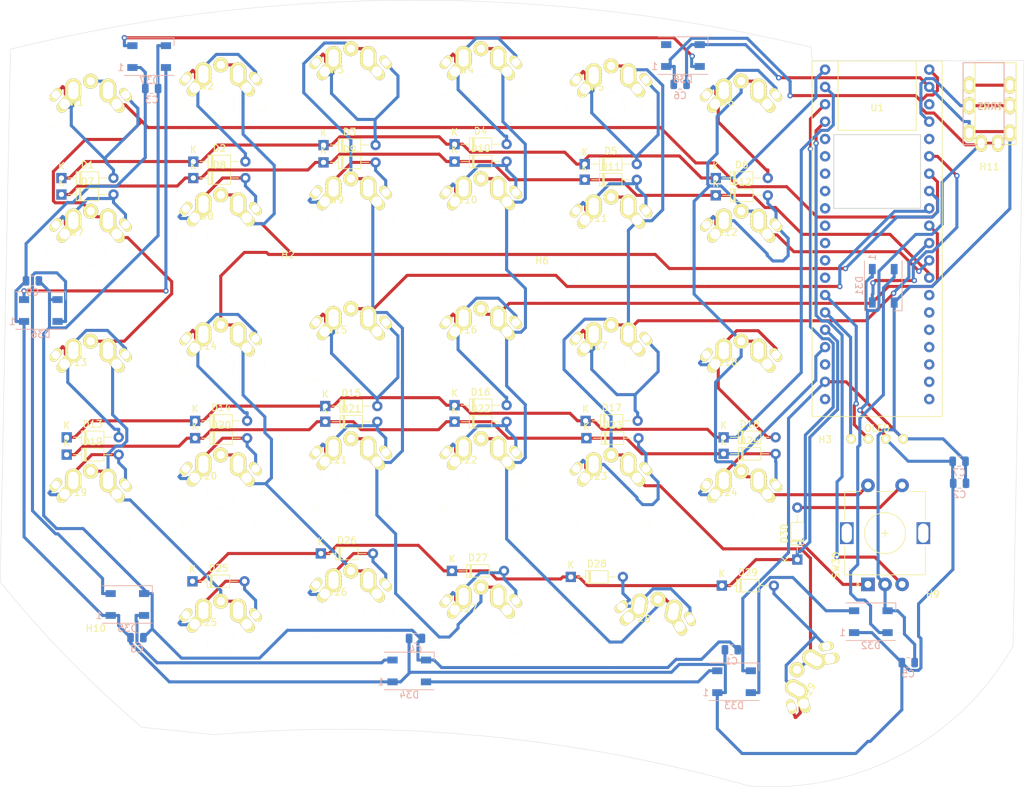
<source format=kicad_pcb>
(kicad_pcb (version 20171130) (host pcbnew 5.1.5+dfsg1-2build2)
  (layers (0 F.Cu signal hide) (31 B.Cu signal hide) (34 B.Paste user hide) (35 F.Paste user hide) (36 B.SilkS user) (37 F.SilkS user) (38 B.Mask user hide) (39 F.Mask user hide) (44 Edge.Cuts user))
  (net 0 "")
  (net 1 GND)
  (net 2 +5V)
  (net 3 "Net-(D1-Pad2)")
  (net 4 row0)
  (net 5 "Net-(D2-Pad2)")
  (net 6 "Net-(D3-Pad2)")
  (net 7 "Net-(D4-Pad2)")
  (net 8 "Net-(D5-Pad2)")
  (net 9 "Net-(D6-Pad2)")
  (net 10 "Net-(D7-Pad2)")
  (net 11 row4)
  (net 12 "Net-(D8-Pad2)")
  (net 13 "Net-(D9-Pad2)")
  (net 14 "Net-(D12-Pad2)")
  (net 15 RGB)
  (net 16 "Net-(D17-Pad2)")
  (net 17 row1)
  (net 18 "Net-(D18-Pad2)")
  (net 19 "Net-(D19-Pad2)")
  (net 20 "Net-(D20-Pad2)")
  (net 21 "Net-(D21-Pad2)")
  (net 22 "Net-(D22-Pad2)")
  (net 23 "Net-(D23-Pad2)")
  (net 24 "Net-(D33-Pad2)")
  (net 25 row2)
  (net 26 "Net-(D34-Pad2)")
  (net 27 "Net-(D35-Pad2)")
  (net 28 "Net-(D36-Pad2)")
  (net 29 "Net-(D37-Pad2)")
  (net 30 "Net-(D38-Pad2)")
  (net 31 row3)
  (net 32 col0)
  (net 33 col1)
  (net 34 col2)
  (net 35 col3)
  (net 36 col4)
  (net 37 col5)
  (net 38 ROT1A)
  (net 39 ROT1B)
  (net 40 "Net-(D10-Pad2)")
  (net 41 "Net-(D11-Pad2)")
  (net 42 "Net-(D13-Pad2)")
  (net 43 "Net-(D14-Pad2)")
  (net 44 "Net-(D15-Pad2)")
  (net 45 "Net-(D16-Pad2)")
  (net 46 "Net-(D24-Pad2)")
  (net 47 "Net-(D25-Pad2)")
  (net 48 "Net-(D26-Pad2)")
  (net 49 "Net-(D27-Pad2)")
  (net 50 "Net-(D28-Pad2)")
  (net 51 "Net-(D29-Pad2)")
  (net 52 "Net-(D30-Pad2)")
  (net 53 "Net-(D31-Pad2)")
  (net 54 "Net-(D32-Pad2)")
  (net 55 "Net-(U1-Pad36)")
  (net 56 "Net-(U1-Pad35)")
  (net 57 "Net-(U1-Pad34)")
  (net 58 "Net-(U1-Pad33)")
  (net 59 "Net-(U1-Pad32)")
  (net 60 "Net-(U1-Pad23)")
  (net 61 "Net-(U1-Pad21)")
  (net 62 "Net-(U1-Pad20)")
  (net 63 "Net-(U1-Pad5)")
  (net 64 "Net-(U1-Pad3)")
  (net 65 "Net-(J1-PadC)")
  (net 66 "Net-(J1-PadB)")
  (net 67 "Net-(U1-Pad31)")
  (net 68 "Net-(U1-Pad30)")
  (net 69 "Net-(U1-Pad29)")
  (net 70 "Net-(U1-Pad28)")
  (net 71 "Net-(U1-Pad19)")
  (net 72 "Net-(U1-Pad18)")
  (net 73 "Net-(U1-Pad17)")
  (net 74 "Net-(U1-Pad15)")
  (net 75 "Net-(U1-Pad14)")
  (net 76 SCL)
  (net 77 SDA)
  (module foostan:OLED_v2 (layer F.Cu) (at 193.802 98.5266)
    (fp_text reference OL1)
    (fp_text value OLED hide)
    (fp_text user OLED (at 0 -1.55) (layer F.SilkS))
    (pad 4 thru_hole circle (at 3.81 0) (size 1.397 1.397) (drill 0.8128) (layers *.Cu F.SilkS B.Mask) (net 1 GND))
    (pad 3 thru_hole circle (at 1.27 0) (size 1.397 1.397) (drill 0.8128) (layers *.Cu F.SilkS B.Mask) (net 2 +5V))
    (pad 2 thru_hole circle (at -1.27 0) (size 1.397 1.397) (drill 0.8128) (layers *.Cu F.SilkS B.Mask) (net 76 SCL))
    (pad 1 thru_hole circle (at -3.81 0) (size 1.397 1.397) (drill 0.8128) (layers *.Cu F.SilkS B.Mask) (net 77 SDA))
  )
  (module foostan:MJ-4PP-9 (layer F.Cu) (at 211.125 43.434)
    (fp_text reference J1)
    (fp_text value MJ-4PP-9 hide)
    (fp_text user TRRS (at -0.75 6.45) (layer F.SilkS))
    (fp_text user TRRS (at -0.8255 6.4135) (layer B.SilkS) (effects (justify mirror)))
    (pad A thru_hole oval (at -2.1 11.8) (size 1.7 2.5) (drill oval 1 1.5) (layers *.Cu *.Mask F.SilkS) (net 2 +5V) (clearance 0.15))
    (pad D thru_hole oval (at 2.1 10.3) (size 1.7 2.5) (drill oval 1 1.5) (layers *.Cu *.Mask F.SilkS) (net 1 GND) (clearance 0.15))
    (pad C thru_hole oval (at 2.1 6.3) (size 1.7 2.5) (drill oval 1 1.5) (layers *.Cu *.Mask F.SilkS) (net 65 "Net-(J1-PadC)"))
    (pad B thru_hole oval (at 2.1 3.3) (size 1.7 2.5) (drill oval 1 1.5) (layers *.Cu *.Mask F.SilkS) (net 66 "Net-(J1-PadB)"))
    (pad "" np_thru_hole circle (at 0 8.5) (size 1.2 1.2) (drill 1.2) (layers *.Cu *.Mask F.SilkS))
    (pad "" np_thru_hole circle (at 0 1.5) (size 1.2 1.2) (drill 1.2) (layers *.Cu *.Mask F.SilkS))
    (pad C thru_hole oval (at -3.85 6.3) (size 1.7 2.5) (drill oval 1 1.5) (layers *.Cu *.Mask F.SilkS) (net 65 "Net-(J1-PadC)"))
    (pad B thru_hole oval (at -3.85 3.3) (size 1.7 2.5) (drill oval 1 1.5) (layers *.Cu *.Mask F.SilkS) (net 66 "Net-(J1-PadB)"))
    (pad A thru_hole oval (at 0.35 11.8) (size 1.7 2.5) (drill oval 1 1.5) (layers *.Cu *.Mask F.SilkS) (net 2 +5V) (clearance 0.15))
    (pad D thru_hole oval (at -3.85 10.3) (size 1.7 2.5) (drill oval 1 1.5) (layers *.Cu *.Mask F.SilkS) (net 1 GND) (clearance 0.15))
    (pad "" np_thru_hole circle (at -1.75 1.5) (size 1.2 1.2) (drill 1.2) (layers *.Cu *.Mask F.SilkS))
    (pad "" np_thru_hole circle (at -1.75 8.5) (size 1.2 1.2) (drill 1.2) (layers *.Cu *.Mask F.SilkS))
  )
  (module foostan:MX_ALPS_PG1350_noLed (layer F.Cu) (at 187.173 135.28 60)
    (fp_text reference SW29 (at -2.54 -2.794 60) (layer F.SilkS))
    (fp_text value C)
    (pad "" np_thru_hole circle (at -5.22 4.2 60) (size 1 1) (drill 1) (layers *.Cu *.Mask F.SilkS))
    (pad "" np_thru_hole circle (at 5.22 4.2 60) (size 1 1) (drill 1) (layers *.Cu *.Mask F.SilkS))
    (pad "" np_thru_hole circle (at -5.08 0 60) (size 1.7 1.7) (drill 1.7) (layers *.Cu *.Mask F.SilkS))
    (pad "" np_thru_hole circle (at 5.08 0 60) (size 1.7 1.7) (drill 1.7) (layers *.Cu *.Mask F.SilkS))
    (pad 1 thru_hole circle (at -2.54 -4.5 60) (size 2.4 2.4) (drill 1.5) (layers *.Cu *.Mask F.SilkS) (net 51 "Net-(D29-Pad2)"))
    (pad 1 thru_hole circle (at -2.54 -4 60) (size 2.4 2.4) (drill 1.5) (layers *.Cu *.Mask F.SilkS) (net 51 "Net-(D29-Pad2)"))
    (pad 2 thru_hole circle (at 2.54 -4 60) (size 2.4 2.4) (drill 1.5) (layers *.Cu *.Mask F.SilkS) (net 36 col4))
    (pad 2 thru_hole circle (at 2.54 -4.5 60) (size 2.4 2.4) (drill 1.5) (layers *.Cu *.Mask F.SilkS) (net 36 col4))
    (pad 2 thru_hole oval (at 3.81 -2.54 10) (size 2.8 1.55) (drill 1.5) (layers *.Cu *.Mask F.SilkS) (net 36 col4))
    (pad 1 thru_hole circle (at -2.54 -5.08 60) (size 2.4 2.4) (drill 1.5) (layers *.Cu *.Mask F.SilkS) (net 51 "Net-(D29-Pad2)"))
    (pad 1 thru_hole oval (at -3.81 -2.54 110) (size 2.8 1.55) (drill 1.5) (layers *.Cu *.Mask F.SilkS) (net 51 "Net-(D29-Pad2)"))
    (pad 2 thru_hole circle (at 2.54 -5.08 60) (size 2.4 2.4) (drill 1.5) (layers *.Cu *.Mask F.SilkS) (net 36 col4))
    (pad 2 thru_hole circle (at 0 -5.9 150) (size 2.2 2.2) (drill 1.2) (layers *.Cu *.Mask F.SilkS) (net 36 col4))
    (pad 1 thru_hole oval (at -5.1 -3.9 110) (size 2.2 1.25) (drill 1.2) (layers *.Cu *.Mask F.SilkS) (net 51 "Net-(D29-Pad2)"))
    (pad "" np_thru_hole circle (at 5.5 0 150) (size 1.9 1.9) (drill 1.9) (layers *.Cu *.Mask F.SilkS))
    (pad "" np_thru_hole circle (at -5.5 0 150) (size 1.9 1.9) (drill 1.9) (layers *.Cu *.Mask F.SilkS))
    (pad "" np_thru_hole circle (at 0 0 150) (size 4 4) (drill 4) (layers *.Cu *.Mask F.SilkS))
    (pad 1 thru_hole oval (at 5.1 -3.9 10) (size 2.2 1.25) (drill 1.2) (layers *.Cu *.Mask F.SilkS) (net 51 "Net-(D29-Pad2)"))
  )
  (module foostan:MX_ALPS_PG1350_noLed (layer F.Cu) (at 160.706 127.838 350)
    (fp_text reference SW28 (at -2.54 -2.794 170) (layer F.SilkS))
    (fp_text value X)
    (pad "" np_thru_hole circle (at -5.22 4.2 350) (size 1 1) (drill 1) (layers *.Cu *.Mask F.SilkS))
    (pad "" np_thru_hole circle (at 5.22 4.2 350) (size 1 1) (drill 1) (layers *.Cu *.Mask F.SilkS))
    (pad "" np_thru_hole circle (at -5.08 0 350) (size 1.7 1.7) (drill 1.7) (layers *.Cu *.Mask F.SilkS))
    (pad "" np_thru_hole circle (at 5.08 0 350) (size 1.7 1.7) (drill 1.7) (layers *.Cu *.Mask F.SilkS))
    (pad 1 thru_hole circle (at -2.54 -4.5 350) (size 2.4 2.4) (drill 1.5) (layers *.Cu *.Mask F.SilkS) (net 50 "Net-(D28-Pad2)"))
    (pad 1 thru_hole circle (at -2.54 -4 350) (size 2.4 2.4) (drill 1.5) (layers *.Cu *.Mask F.SilkS) (net 50 "Net-(D28-Pad2)"))
    (pad 2 thru_hole circle (at 2.54 -4 350) (size 2.4 2.4) (drill 1.5) (layers *.Cu *.Mask F.SilkS) (net 35 col3))
    (pad 2 thru_hole circle (at 2.54 -4.5 350) (size 2.4 2.4) (drill 1.5) (layers *.Cu *.Mask F.SilkS) (net 35 col3))
    (pad 2 thru_hole oval (at 3.81 -2.54 300) (size 2.8 1.55) (drill 1.5) (layers *.Cu *.Mask F.SilkS) (net 35 col3))
    (pad 1 thru_hole circle (at -2.54 -5.08 350) (size 2.4 2.4) (drill 1.5) (layers *.Cu *.Mask F.SilkS) (net 50 "Net-(D28-Pad2)"))
    (pad 1 thru_hole oval (at -3.81 -2.54 40) (size 2.8 1.55) (drill 1.5) (layers *.Cu *.Mask F.SilkS) (net 50 "Net-(D28-Pad2)"))
    (pad 2 thru_hole circle (at 2.54 -5.08 350) (size 2.4 2.4) (drill 1.5) (layers *.Cu *.Mask F.SilkS) (net 35 col3))
    (pad 2 thru_hole circle (at 0 -5.9 80) (size 2.2 2.2) (drill 1.2) (layers *.Cu *.Mask F.SilkS) (net 35 col3))
    (pad 1 thru_hole oval (at -5.1 -3.9 40) (size 2.2 1.25) (drill 1.2) (layers *.Cu *.Mask F.SilkS) (net 50 "Net-(D28-Pad2)"))
    (pad "" np_thru_hole circle (at 5.5 0 80) (size 1.9 1.9) (drill 1.9) (layers *.Cu *.Mask F.SilkS))
    (pad "" np_thru_hole circle (at -5.5 0 80) (size 1.9 1.9) (drill 1.9) (layers *.Cu *.Mask F.SilkS))
    (pad "" np_thru_hole circle (at 0 0 80) (size 4 4) (drill 4) (layers *.Cu *.Mask F.SilkS))
    (pad 1 thru_hole oval (at 5.1 -3.9 300) (size 2.2 1.25) (drill 1.2) (layers *.Cu *.Mask F.SilkS) (net 50 "Net-(D28-Pad2)"))
  )
  (module foostan:MX_ALPS_PG1350_noLed (layer F.Cu) (at 135.82 126.14)
    (fp_text reference SW27 (at -2.54 -2.794) (layer F.SilkS))
    (fp_text value ALT)
    (pad "" np_thru_hole circle (at -5.22 4.2) (size 1 1) (drill 1) (layers *.Cu *.Mask F.SilkS))
    (pad "" np_thru_hole circle (at 5.22 4.2) (size 1 1) (drill 1) (layers *.Cu *.Mask F.SilkS))
    (pad "" np_thru_hole circle (at -5.08 0) (size 1.7 1.7) (drill 1.7) (layers *.Cu *.Mask F.SilkS))
    (pad "" np_thru_hole circle (at 5.08 0) (size 1.7 1.7) (drill 1.7) (layers *.Cu *.Mask F.SilkS))
    (pad 1 thru_hole circle (at -2.54 -4.5) (size 2.4 2.4) (drill 1.5) (layers *.Cu *.Mask F.SilkS) (net 49 "Net-(D27-Pad2)"))
    (pad 1 thru_hole circle (at -2.54 -4) (size 2.4 2.4) (drill 1.5) (layers *.Cu *.Mask F.SilkS) (net 49 "Net-(D27-Pad2)"))
    (pad 2 thru_hole circle (at 2.54 -4) (size 2.4 2.4) (drill 1.5) (layers *.Cu *.Mask F.SilkS) (net 34 col2))
    (pad 2 thru_hole circle (at 2.54 -4.5) (size 2.4 2.4) (drill 1.5) (layers *.Cu *.Mask F.SilkS) (net 34 col2))
    (pad 2 thru_hole oval (at 3.81 -2.54 310) (size 2.8 1.55) (drill 1.5) (layers *.Cu *.Mask F.SilkS) (net 34 col2))
    (pad 1 thru_hole circle (at -2.54 -5.08) (size 2.4 2.4) (drill 1.5) (layers *.Cu *.Mask F.SilkS) (net 49 "Net-(D27-Pad2)"))
    (pad 1 thru_hole oval (at -3.81 -2.54 50) (size 2.8 1.55) (drill 1.5) (layers *.Cu *.Mask F.SilkS) (net 49 "Net-(D27-Pad2)"))
    (pad 2 thru_hole circle (at 2.54 -5.08) (size 2.4 2.4) (drill 1.5) (layers *.Cu *.Mask F.SilkS) (net 34 col2))
    (pad 2 thru_hole circle (at 0 -5.9 90) (size 2.2 2.2) (drill 1.2) (layers *.Cu *.Mask F.SilkS) (net 34 col2))
    (pad 1 thru_hole oval (at -5.1 -3.9 50) (size 2.2 1.25) (drill 1.2) (layers *.Cu *.Mask F.SilkS) (net 49 "Net-(D27-Pad2)"))
    (pad "" np_thru_hole circle (at 5.5 0 90) (size 1.9 1.9) (drill 1.9) (layers *.Cu *.Mask F.SilkS))
    (pad "" np_thru_hole circle (at -5.5 0 90) (size 1.9 1.9) (drill 1.9) (layers *.Cu *.Mask F.SilkS))
    (pad "" np_thru_hole circle (at 0 0 90) (size 4 4) (drill 4) (layers *.Cu *.Mask F.SilkS))
    (pad 1 thru_hole oval (at 5.1 -3.9 310) (size 2.2 1.25) (drill 1.2) (layers *.Cu *.Mask F.SilkS) (net 49 "Net-(D27-Pad2)"))
  )
  (module foostan:MX_ALPS_PG1350_noLed (layer F.Cu) (at 116.78 123.76)
    (fp_text reference SW26 (at -2.54 -2.794) (layer F.SilkS))
    (fp_text value SUPER)
    (pad "" np_thru_hole circle (at -5.22 4.2) (size 1 1) (drill 1) (layers *.Cu *.Mask F.SilkS))
    (pad "" np_thru_hole circle (at 5.22 4.2) (size 1 1) (drill 1) (layers *.Cu *.Mask F.SilkS))
    (pad "" np_thru_hole circle (at -5.08 0) (size 1.7 1.7) (drill 1.7) (layers *.Cu *.Mask F.SilkS))
    (pad "" np_thru_hole circle (at 5.08 0) (size 1.7 1.7) (drill 1.7) (layers *.Cu *.Mask F.SilkS))
    (pad 1 thru_hole circle (at -2.54 -4.5) (size 2.4 2.4) (drill 1.5) (layers *.Cu *.Mask F.SilkS) (net 48 "Net-(D26-Pad2)"))
    (pad 1 thru_hole circle (at -2.54 -4) (size 2.4 2.4) (drill 1.5) (layers *.Cu *.Mask F.SilkS) (net 48 "Net-(D26-Pad2)"))
    (pad 2 thru_hole circle (at 2.54 -4) (size 2.4 2.4) (drill 1.5) (layers *.Cu *.Mask F.SilkS) (net 33 col1))
    (pad 2 thru_hole circle (at 2.54 -4.5) (size 2.4 2.4) (drill 1.5) (layers *.Cu *.Mask F.SilkS) (net 33 col1))
    (pad 2 thru_hole oval (at 3.81 -2.54 310) (size 2.8 1.55) (drill 1.5) (layers *.Cu *.Mask F.SilkS) (net 33 col1))
    (pad 1 thru_hole circle (at -2.54 -5.08) (size 2.4 2.4) (drill 1.5) (layers *.Cu *.Mask F.SilkS) (net 48 "Net-(D26-Pad2)"))
    (pad 1 thru_hole oval (at -3.81 -2.54 50) (size 2.8 1.55) (drill 1.5) (layers *.Cu *.Mask F.SilkS) (net 48 "Net-(D26-Pad2)"))
    (pad 2 thru_hole circle (at 2.54 -5.08) (size 2.4 2.4) (drill 1.5) (layers *.Cu *.Mask F.SilkS) (net 33 col1))
    (pad 2 thru_hole circle (at 0 -5.9 90) (size 2.2 2.2) (drill 1.2) (layers *.Cu *.Mask F.SilkS) (net 33 col1))
    (pad 1 thru_hole oval (at -5.1 -3.9 50) (size 2.2 1.25) (drill 1.2) (layers *.Cu *.Mask F.SilkS) (net 48 "Net-(D26-Pad2)"))
    (pad "" np_thru_hole circle (at 5.5 0 90) (size 1.9 1.9) (drill 1.9) (layers *.Cu *.Mask F.SilkS))
    (pad "" np_thru_hole circle (at -5.5 0 90) (size 1.9 1.9) (drill 1.9) (layers *.Cu *.Mask F.SilkS))
    (pad "" np_thru_hole circle (at 0 0 90) (size 4 4) (drill 4) (layers *.Cu *.Mask F.SilkS))
    (pad 1 thru_hole oval (at 5.1 -3.9 310) (size 2.2 1.25) (drill 1.2) (layers *.Cu *.Mask F.SilkS) (net 48 "Net-(D26-Pad2)"))
  )
  (module foostan:MX_ALPS_PG1350_noLed (layer F.Cu) (at 97.74 128.2)
    (fp_text reference SW25 (at -2.54 -2.794) (layer F.SilkS))
    (fp_text value CTRL)
    (pad "" np_thru_hole circle (at -5.22 4.2) (size 1 1) (drill 1) (layers *.Cu *.Mask F.SilkS))
    (pad "" np_thru_hole circle (at 5.22 4.2) (size 1 1) (drill 1) (layers *.Cu *.Mask F.SilkS))
    (pad "" np_thru_hole circle (at -5.08 0) (size 1.7 1.7) (drill 1.7) (layers *.Cu *.Mask F.SilkS))
    (pad "" np_thru_hole circle (at 5.08 0) (size 1.7 1.7) (drill 1.7) (layers *.Cu *.Mask F.SilkS))
    (pad 1 thru_hole circle (at -2.54 -4.5) (size 2.4 2.4) (drill 1.5) (layers *.Cu *.Mask F.SilkS) (net 47 "Net-(D25-Pad2)"))
    (pad 1 thru_hole circle (at -2.54 -4) (size 2.4 2.4) (drill 1.5) (layers *.Cu *.Mask F.SilkS) (net 47 "Net-(D25-Pad2)"))
    (pad 2 thru_hole circle (at 2.54 -4) (size 2.4 2.4) (drill 1.5) (layers *.Cu *.Mask F.SilkS) (net 32 col0))
    (pad 2 thru_hole circle (at 2.54 -4.5) (size 2.4 2.4) (drill 1.5) (layers *.Cu *.Mask F.SilkS) (net 32 col0))
    (pad 2 thru_hole oval (at 3.81 -2.54 310) (size 2.8 1.55) (drill 1.5) (layers *.Cu *.Mask F.SilkS) (net 32 col0))
    (pad 1 thru_hole circle (at -2.54 -5.08) (size 2.4 2.4) (drill 1.5) (layers *.Cu *.Mask F.SilkS) (net 47 "Net-(D25-Pad2)"))
    (pad 1 thru_hole oval (at -3.81 -2.54 50) (size 2.8 1.55) (drill 1.5) (layers *.Cu *.Mask F.SilkS) (net 47 "Net-(D25-Pad2)"))
    (pad 2 thru_hole circle (at 2.54 -5.08) (size 2.4 2.4) (drill 1.5) (layers *.Cu *.Mask F.SilkS) (net 32 col0))
    (pad 2 thru_hole circle (at 0 -5.9 90) (size 2.2 2.2) (drill 1.2) (layers *.Cu *.Mask F.SilkS) (net 32 col0))
    (pad 1 thru_hole oval (at -5.1 -3.9 50) (size 2.2 1.25) (drill 1.2) (layers *.Cu *.Mask F.SilkS) (net 47 "Net-(D25-Pad2)"))
    (pad "" np_thru_hole circle (at 5.5 0 90) (size 1.9 1.9) (drill 1.9) (layers *.Cu *.Mask F.SilkS))
    (pad "" np_thru_hole circle (at -5.5 0 90) (size 1.9 1.9) (drill 1.9) (layers *.Cu *.Mask F.SilkS))
    (pad "" np_thru_hole circle (at 0 0 90) (size 4 4) (drill 4) (layers *.Cu *.Mask F.SilkS))
    (pad 1 thru_hole oval (at 5.1 -3.9 310) (size 2.2 1.25) (drill 1.2) (layers *.Cu *.Mask F.SilkS) (net 47 "Net-(D25-Pad2)"))
  )
  (module foostan:MX_ALPS_PG1350_noLed (layer F.Cu) (at 173.9 109.16)
    (fp_text reference SW24 (at -2.54 -2.794) (layer F.SilkS))
    (fp_text value V)
    (pad "" np_thru_hole circle (at -5.22 4.2) (size 1 1) (drill 1) (layers *.Cu *.Mask F.SilkS))
    (pad "" np_thru_hole circle (at 5.22 4.2) (size 1 1) (drill 1) (layers *.Cu *.Mask F.SilkS))
    (pad "" np_thru_hole circle (at -5.08 0) (size 1.7 1.7) (drill 1.7) (layers *.Cu *.Mask F.SilkS))
    (pad "" np_thru_hole circle (at 5.08 0) (size 1.7 1.7) (drill 1.7) (layers *.Cu *.Mask F.SilkS))
    (pad 1 thru_hole circle (at -2.54 -4.5) (size 2.4 2.4) (drill 1.5) (layers *.Cu *.Mask F.SilkS) (net 46 "Net-(D24-Pad2)"))
    (pad 1 thru_hole circle (at -2.54 -4) (size 2.4 2.4) (drill 1.5) (layers *.Cu *.Mask F.SilkS) (net 46 "Net-(D24-Pad2)"))
    (pad 2 thru_hole circle (at 2.54 -4) (size 2.4 2.4) (drill 1.5) (layers *.Cu *.Mask F.SilkS) (net 37 col5))
    (pad 2 thru_hole circle (at 2.54 -4.5) (size 2.4 2.4) (drill 1.5) (layers *.Cu *.Mask F.SilkS) (net 37 col5))
    (pad 2 thru_hole oval (at 3.81 -2.54 310) (size 2.8 1.55) (drill 1.5) (layers *.Cu *.Mask F.SilkS) (net 37 col5))
    (pad 1 thru_hole circle (at -2.54 -5.08) (size 2.4 2.4) (drill 1.5) (layers *.Cu *.Mask F.SilkS) (net 46 "Net-(D24-Pad2)"))
    (pad 1 thru_hole oval (at -3.81 -2.54 50) (size 2.8 1.55) (drill 1.5) (layers *.Cu *.Mask F.SilkS) (net 46 "Net-(D24-Pad2)"))
    (pad 2 thru_hole circle (at 2.54 -5.08) (size 2.4 2.4) (drill 1.5) (layers *.Cu *.Mask F.SilkS) (net 37 col5))
    (pad 2 thru_hole circle (at 0 -5.9 90) (size 2.2 2.2) (drill 1.2) (layers *.Cu *.Mask F.SilkS) (net 37 col5))
    (pad 1 thru_hole oval (at -5.1 -3.9 50) (size 2.2 1.25) (drill 1.2) (layers *.Cu *.Mask F.SilkS) (net 46 "Net-(D24-Pad2)"))
    (pad "" np_thru_hole circle (at 5.5 0 90) (size 1.9 1.9) (drill 1.9) (layers *.Cu *.Mask F.SilkS))
    (pad "" np_thru_hole circle (at -5.5 0 90) (size 1.9 1.9) (drill 1.9) (layers *.Cu *.Mask F.SilkS))
    (pad "" np_thru_hole circle (at 0 0 90) (size 4 4) (drill 4) (layers *.Cu *.Mask F.SilkS))
    (pad 1 thru_hole oval (at 5.1 -3.9 310) (size 2.2 1.25) (drill 1.2) (layers *.Cu *.Mask F.SilkS) (net 46 "Net-(D24-Pad2)"))
  )
  (module foostan:MX_ALPS_PG1350_noLed (layer F.Cu) (at 154.86 106.78)
    (fp_text reference SW23 (at -2.54 -2.794) (layer F.SilkS))
    (fp_text value C)
    (pad "" np_thru_hole circle (at -5.22 4.2) (size 1 1) (drill 1) (layers *.Cu *.Mask F.SilkS))
    (pad "" np_thru_hole circle (at 5.22 4.2) (size 1 1) (drill 1) (layers *.Cu *.Mask F.SilkS))
    (pad "" np_thru_hole circle (at -5.08 0) (size 1.7 1.7) (drill 1.7) (layers *.Cu *.Mask F.SilkS))
    (pad "" np_thru_hole circle (at 5.08 0) (size 1.7 1.7) (drill 1.7) (layers *.Cu *.Mask F.SilkS))
    (pad 1 thru_hole circle (at -2.54 -4.5) (size 2.4 2.4) (drill 1.5) (layers *.Cu *.Mask F.SilkS) (net 23 "Net-(D23-Pad2)"))
    (pad 1 thru_hole circle (at -2.54 -4) (size 2.4 2.4) (drill 1.5) (layers *.Cu *.Mask F.SilkS) (net 23 "Net-(D23-Pad2)"))
    (pad 2 thru_hole circle (at 2.54 -4) (size 2.4 2.4) (drill 1.5) (layers *.Cu *.Mask F.SilkS) (net 36 col4))
    (pad 2 thru_hole circle (at 2.54 -4.5) (size 2.4 2.4) (drill 1.5) (layers *.Cu *.Mask F.SilkS) (net 36 col4))
    (pad 2 thru_hole oval (at 3.81 -2.54 310) (size 2.8 1.55) (drill 1.5) (layers *.Cu *.Mask F.SilkS) (net 36 col4))
    (pad 1 thru_hole circle (at -2.54 -5.08) (size 2.4 2.4) (drill 1.5) (layers *.Cu *.Mask F.SilkS) (net 23 "Net-(D23-Pad2)"))
    (pad 1 thru_hole oval (at -3.81 -2.54 50) (size 2.8 1.55) (drill 1.5) (layers *.Cu *.Mask F.SilkS) (net 23 "Net-(D23-Pad2)"))
    (pad 2 thru_hole circle (at 2.54 -5.08) (size 2.4 2.4) (drill 1.5) (layers *.Cu *.Mask F.SilkS) (net 36 col4))
    (pad 2 thru_hole circle (at 0 -5.9 90) (size 2.2 2.2) (drill 1.2) (layers *.Cu *.Mask F.SilkS) (net 36 col4))
    (pad 1 thru_hole oval (at -5.1 -3.9 50) (size 2.2 1.25) (drill 1.2) (layers *.Cu *.Mask F.SilkS) (net 23 "Net-(D23-Pad2)"))
    (pad "" np_thru_hole circle (at 5.5 0 90) (size 1.9 1.9) (drill 1.9) (layers *.Cu *.Mask F.SilkS))
    (pad "" np_thru_hole circle (at -5.5 0 90) (size 1.9 1.9) (drill 1.9) (layers *.Cu *.Mask F.SilkS))
    (pad "" np_thru_hole circle (at 0 0 90) (size 4 4) (drill 4) (layers *.Cu *.Mask F.SilkS))
    (pad 1 thru_hole oval (at 5.1 -3.9 310) (size 2.2 1.25) (drill 1.2) (layers *.Cu *.Mask F.SilkS) (net 23 "Net-(D23-Pad2)"))
  )
  (module foostan:MX_ALPS_PG1350_noLed (layer F.Cu) (at 135.82 104.4)
    (fp_text reference SW22 (at -2.54 -2.794) (layer F.SilkS))
    (fp_text value X)
    (pad "" np_thru_hole circle (at -5.22 4.2) (size 1 1) (drill 1) (layers *.Cu *.Mask F.SilkS))
    (pad "" np_thru_hole circle (at 5.22 4.2) (size 1 1) (drill 1) (layers *.Cu *.Mask F.SilkS))
    (pad "" np_thru_hole circle (at -5.08 0) (size 1.7 1.7) (drill 1.7) (layers *.Cu *.Mask F.SilkS))
    (pad "" np_thru_hole circle (at 5.08 0) (size 1.7 1.7) (drill 1.7) (layers *.Cu *.Mask F.SilkS))
    (pad 1 thru_hole circle (at -2.54 -4.5) (size 2.4 2.4) (drill 1.5) (layers *.Cu *.Mask F.SilkS) (net 22 "Net-(D22-Pad2)"))
    (pad 1 thru_hole circle (at -2.54 -4) (size 2.4 2.4) (drill 1.5) (layers *.Cu *.Mask F.SilkS) (net 22 "Net-(D22-Pad2)"))
    (pad 2 thru_hole circle (at 2.54 -4) (size 2.4 2.4) (drill 1.5) (layers *.Cu *.Mask F.SilkS) (net 35 col3))
    (pad 2 thru_hole circle (at 2.54 -4.5) (size 2.4 2.4) (drill 1.5) (layers *.Cu *.Mask F.SilkS) (net 35 col3))
    (pad 2 thru_hole oval (at 3.81 -2.54 310) (size 2.8 1.55) (drill 1.5) (layers *.Cu *.Mask F.SilkS) (net 35 col3))
    (pad 1 thru_hole circle (at -2.54 -5.08) (size 2.4 2.4) (drill 1.5) (layers *.Cu *.Mask F.SilkS) (net 22 "Net-(D22-Pad2)"))
    (pad 1 thru_hole oval (at -3.81 -2.54 50) (size 2.8 1.55) (drill 1.5) (layers *.Cu *.Mask F.SilkS) (net 22 "Net-(D22-Pad2)"))
    (pad 2 thru_hole circle (at 2.54 -5.08) (size 2.4 2.4) (drill 1.5) (layers *.Cu *.Mask F.SilkS) (net 35 col3))
    (pad 2 thru_hole circle (at 0 -5.9 90) (size 2.2 2.2) (drill 1.2) (layers *.Cu *.Mask F.SilkS) (net 35 col3))
    (pad 1 thru_hole oval (at -5.1 -3.9 50) (size 2.2 1.25) (drill 1.2) (layers *.Cu *.Mask F.SilkS) (net 22 "Net-(D22-Pad2)"))
    (pad "" np_thru_hole circle (at 5.5 0 90) (size 1.9 1.9) (drill 1.9) (layers *.Cu *.Mask F.SilkS))
    (pad "" np_thru_hole circle (at -5.5 0 90) (size 1.9 1.9) (drill 1.9) (layers *.Cu *.Mask F.SilkS))
    (pad "" np_thru_hole circle (at 0 0 90) (size 4 4) (drill 4) (layers *.Cu *.Mask F.SilkS))
    (pad 1 thru_hole oval (at 5.1 -3.9 310) (size 2.2 1.25) (drill 1.2) (layers *.Cu *.Mask F.SilkS) (net 22 "Net-(D22-Pad2)"))
  )
  (module foostan:MX_ALPS_PG1350_noLed (layer F.Cu) (at 116.78 104.4)
    (fp_text reference SW21 (at -2.54 -2.794) (layer F.SilkS))
    (fp_text value Z)
    (pad "" np_thru_hole circle (at -5.22 4.2) (size 1 1) (drill 1) (layers *.Cu *.Mask F.SilkS))
    (pad "" np_thru_hole circle (at 5.22 4.2) (size 1 1) (drill 1) (layers *.Cu *.Mask F.SilkS))
    (pad "" np_thru_hole circle (at -5.08 0) (size 1.7 1.7) (drill 1.7) (layers *.Cu *.Mask F.SilkS))
    (pad "" np_thru_hole circle (at 5.08 0) (size 1.7 1.7) (drill 1.7) (layers *.Cu *.Mask F.SilkS))
    (pad 1 thru_hole circle (at -2.54 -4.5) (size 2.4 2.4) (drill 1.5) (layers *.Cu *.Mask F.SilkS) (net 21 "Net-(D21-Pad2)"))
    (pad 1 thru_hole circle (at -2.54 -4) (size 2.4 2.4) (drill 1.5) (layers *.Cu *.Mask F.SilkS) (net 21 "Net-(D21-Pad2)"))
    (pad 2 thru_hole circle (at 2.54 -4) (size 2.4 2.4) (drill 1.5) (layers *.Cu *.Mask F.SilkS) (net 34 col2))
    (pad 2 thru_hole circle (at 2.54 -4.5) (size 2.4 2.4) (drill 1.5) (layers *.Cu *.Mask F.SilkS) (net 34 col2))
    (pad 2 thru_hole oval (at 3.81 -2.54 310) (size 2.8 1.55) (drill 1.5) (layers *.Cu *.Mask F.SilkS) (net 34 col2))
    (pad 1 thru_hole circle (at -2.54 -5.08) (size 2.4 2.4) (drill 1.5) (layers *.Cu *.Mask F.SilkS) (net 21 "Net-(D21-Pad2)"))
    (pad 1 thru_hole oval (at -3.81 -2.54 50) (size 2.8 1.55) (drill 1.5) (layers *.Cu *.Mask F.SilkS) (net 21 "Net-(D21-Pad2)"))
    (pad 2 thru_hole circle (at 2.54 -5.08) (size 2.4 2.4) (drill 1.5) (layers *.Cu *.Mask F.SilkS) (net 34 col2))
    (pad 2 thru_hole circle (at 0 -5.9 90) (size 2.2 2.2) (drill 1.2) (layers *.Cu *.Mask F.SilkS) (net 34 col2))
    (pad 1 thru_hole oval (at -5.1 -3.9 50) (size 2.2 1.25) (drill 1.2) (layers *.Cu *.Mask F.SilkS) (net 21 "Net-(D21-Pad2)"))
    (pad "" np_thru_hole circle (at 5.5 0 90) (size 1.9 1.9) (drill 1.9) (layers *.Cu *.Mask F.SilkS))
    (pad "" np_thru_hole circle (at -5.5 0 90) (size 1.9 1.9) (drill 1.9) (layers *.Cu *.Mask F.SilkS))
    (pad "" np_thru_hole circle (at 0 0 90) (size 4 4) (drill 4) (layers *.Cu *.Mask F.SilkS))
    (pad 1 thru_hole oval (at 5.1 -3.9 310) (size 2.2 1.25) (drill 1.2) (layers *.Cu *.Mask F.SilkS) (net 21 "Net-(D21-Pad2)"))
  )
  (module foostan:MX_ALPS_PG1350_noLed (layer F.Cu) (at 97.74 106.78)
    (fp_text reference SW20 (at -2.54 -2.794) (layer F.SilkS))
    (fp_text value <)
    (pad "" np_thru_hole circle (at -5.22 4.2) (size 1 1) (drill 1) (layers *.Cu *.Mask F.SilkS))
    (pad "" np_thru_hole circle (at 5.22 4.2) (size 1 1) (drill 1) (layers *.Cu *.Mask F.SilkS))
    (pad "" np_thru_hole circle (at -5.08 0) (size 1.7 1.7) (drill 1.7) (layers *.Cu *.Mask F.SilkS))
    (pad "" np_thru_hole circle (at 5.08 0) (size 1.7 1.7) (drill 1.7) (layers *.Cu *.Mask F.SilkS))
    (pad 1 thru_hole circle (at -2.54 -4.5) (size 2.4 2.4) (drill 1.5) (layers *.Cu *.Mask F.SilkS) (net 20 "Net-(D20-Pad2)"))
    (pad 1 thru_hole circle (at -2.54 -4) (size 2.4 2.4) (drill 1.5) (layers *.Cu *.Mask F.SilkS) (net 20 "Net-(D20-Pad2)"))
    (pad 2 thru_hole circle (at 2.54 -4) (size 2.4 2.4) (drill 1.5) (layers *.Cu *.Mask F.SilkS) (net 33 col1))
    (pad 2 thru_hole circle (at 2.54 -4.5) (size 2.4 2.4) (drill 1.5) (layers *.Cu *.Mask F.SilkS) (net 33 col1))
    (pad 2 thru_hole oval (at 3.81 -2.54 310) (size 2.8 1.55) (drill 1.5) (layers *.Cu *.Mask F.SilkS) (net 33 col1))
    (pad 1 thru_hole circle (at -2.54 -5.08) (size 2.4 2.4) (drill 1.5) (layers *.Cu *.Mask F.SilkS) (net 20 "Net-(D20-Pad2)"))
    (pad 1 thru_hole oval (at -3.81 -2.54 50) (size 2.8 1.55) (drill 1.5) (layers *.Cu *.Mask F.SilkS) (net 20 "Net-(D20-Pad2)"))
    (pad 2 thru_hole circle (at 2.54 -5.08) (size 2.4 2.4) (drill 1.5) (layers *.Cu *.Mask F.SilkS) (net 33 col1))
    (pad 2 thru_hole circle (at 0 -5.9 90) (size 2.2 2.2) (drill 1.2) (layers *.Cu *.Mask F.SilkS) (net 33 col1))
    (pad 1 thru_hole oval (at -5.1 -3.9 50) (size 2.2 1.25) (drill 1.2) (layers *.Cu *.Mask F.SilkS) (net 20 "Net-(D20-Pad2)"))
    (pad "" np_thru_hole circle (at 5.5 0 90) (size 1.9 1.9) (drill 1.9) (layers *.Cu *.Mask F.SilkS))
    (pad "" np_thru_hole circle (at -5.5 0 90) (size 1.9 1.9) (drill 1.9) (layers *.Cu *.Mask F.SilkS))
    (pad "" np_thru_hole circle (at 0 0 90) (size 4 4) (drill 4) (layers *.Cu *.Mask F.SilkS))
    (pad 1 thru_hole oval (at 5.1 -3.9 310) (size 2.2 1.25) (drill 1.2) (layers *.Cu *.Mask F.SilkS) (net 20 "Net-(D20-Pad2)"))
  )
  (module foostan:MX_ALPS_PG1350_noLed (layer F.Cu) (at 78.7 109.16)
    (fp_text reference SW19 (at -2.54 -2.794) (layer F.SilkS))
    (fp_text value SHIFT)
    (pad "" np_thru_hole circle (at -5.22 4.2) (size 1 1) (drill 1) (layers *.Cu *.Mask F.SilkS))
    (pad "" np_thru_hole circle (at 5.22 4.2) (size 1 1) (drill 1) (layers *.Cu *.Mask F.SilkS))
    (pad "" np_thru_hole circle (at -5.08 0) (size 1.7 1.7) (drill 1.7) (layers *.Cu *.Mask F.SilkS))
    (pad "" np_thru_hole circle (at 5.08 0) (size 1.7 1.7) (drill 1.7) (layers *.Cu *.Mask F.SilkS))
    (pad 1 thru_hole circle (at -2.54 -4.5) (size 2.4 2.4) (drill 1.5) (layers *.Cu *.Mask F.SilkS) (net 19 "Net-(D19-Pad2)"))
    (pad 1 thru_hole circle (at -2.54 -4) (size 2.4 2.4) (drill 1.5) (layers *.Cu *.Mask F.SilkS) (net 19 "Net-(D19-Pad2)"))
    (pad 2 thru_hole circle (at 2.54 -4) (size 2.4 2.4) (drill 1.5) (layers *.Cu *.Mask F.SilkS) (net 32 col0))
    (pad 2 thru_hole circle (at 2.54 -4.5) (size 2.4 2.4) (drill 1.5) (layers *.Cu *.Mask F.SilkS) (net 32 col0))
    (pad 2 thru_hole oval (at 3.81 -2.54 310) (size 2.8 1.55) (drill 1.5) (layers *.Cu *.Mask F.SilkS) (net 32 col0))
    (pad 1 thru_hole circle (at -2.54 -5.08) (size 2.4 2.4) (drill 1.5) (layers *.Cu *.Mask F.SilkS) (net 19 "Net-(D19-Pad2)"))
    (pad 1 thru_hole oval (at -3.81 -2.54 50) (size 2.8 1.55) (drill 1.5) (layers *.Cu *.Mask F.SilkS) (net 19 "Net-(D19-Pad2)"))
    (pad 2 thru_hole circle (at 2.54 -5.08) (size 2.4 2.4) (drill 1.5) (layers *.Cu *.Mask F.SilkS) (net 32 col0))
    (pad 2 thru_hole circle (at 0 -5.9 90) (size 2.2 2.2) (drill 1.2) (layers *.Cu *.Mask F.SilkS) (net 32 col0))
    (pad 1 thru_hole oval (at -5.1 -3.9 50) (size 2.2 1.25) (drill 1.2) (layers *.Cu *.Mask F.SilkS) (net 19 "Net-(D19-Pad2)"))
    (pad "" np_thru_hole circle (at 5.5 0 90) (size 1.9 1.9) (drill 1.9) (layers *.Cu *.Mask F.SilkS))
    (pad "" np_thru_hole circle (at -5.5 0 90) (size 1.9 1.9) (drill 1.9) (layers *.Cu *.Mask F.SilkS))
    (pad "" np_thru_hole circle (at 0 0 90) (size 4 4) (drill 4) (layers *.Cu *.Mask F.SilkS))
    (pad 1 thru_hole oval (at 5.1 -3.9 310) (size 2.2 1.25) (drill 1.2) (layers *.Cu *.Mask F.SilkS) (net 19 "Net-(D19-Pad2)"))
  )
  (module foostan:MX_ALPS_PG1350_noLed (layer F.Cu) (at 173.9 90.12)
    (fp_text reference SW18 (at -2.54 -2.794) (layer F.SilkS))
    (fp_text value G)
    (pad "" np_thru_hole circle (at -5.22 4.2) (size 1 1) (drill 1) (layers *.Cu *.Mask F.SilkS))
    (pad "" np_thru_hole circle (at 5.22 4.2) (size 1 1) (drill 1) (layers *.Cu *.Mask F.SilkS))
    (pad "" np_thru_hole circle (at -5.08 0) (size 1.7 1.7) (drill 1.7) (layers *.Cu *.Mask F.SilkS))
    (pad "" np_thru_hole circle (at 5.08 0) (size 1.7 1.7) (drill 1.7) (layers *.Cu *.Mask F.SilkS))
    (pad 1 thru_hole circle (at -2.54 -4.5) (size 2.4 2.4) (drill 1.5) (layers *.Cu *.Mask F.SilkS) (net 18 "Net-(D18-Pad2)"))
    (pad 1 thru_hole circle (at -2.54 -4) (size 2.4 2.4) (drill 1.5) (layers *.Cu *.Mask F.SilkS) (net 18 "Net-(D18-Pad2)"))
    (pad 2 thru_hole circle (at 2.54 -4) (size 2.4 2.4) (drill 1.5) (layers *.Cu *.Mask F.SilkS) (net 37 col5))
    (pad 2 thru_hole circle (at 2.54 -4.5) (size 2.4 2.4) (drill 1.5) (layers *.Cu *.Mask F.SilkS) (net 37 col5))
    (pad 2 thru_hole oval (at 3.81 -2.54 310) (size 2.8 1.55) (drill 1.5) (layers *.Cu *.Mask F.SilkS) (net 37 col5))
    (pad 1 thru_hole circle (at -2.54 -5.08) (size 2.4 2.4) (drill 1.5) (layers *.Cu *.Mask F.SilkS) (net 18 "Net-(D18-Pad2)"))
    (pad 1 thru_hole oval (at -3.81 -2.54 50) (size 2.8 1.55) (drill 1.5) (layers *.Cu *.Mask F.SilkS) (net 18 "Net-(D18-Pad2)"))
    (pad 2 thru_hole circle (at 2.54 -5.08) (size 2.4 2.4) (drill 1.5) (layers *.Cu *.Mask F.SilkS) (net 37 col5))
    (pad 2 thru_hole circle (at 0 -5.9 90) (size 2.2 2.2) (drill 1.2) (layers *.Cu *.Mask F.SilkS) (net 37 col5))
    (pad 1 thru_hole oval (at -5.1 -3.9 50) (size 2.2 1.25) (drill 1.2) (layers *.Cu *.Mask F.SilkS) (net 18 "Net-(D18-Pad2)"))
    (pad "" np_thru_hole circle (at 5.5 0 90) (size 1.9 1.9) (drill 1.9) (layers *.Cu *.Mask F.SilkS))
    (pad "" np_thru_hole circle (at -5.5 0 90) (size 1.9 1.9) (drill 1.9) (layers *.Cu *.Mask F.SilkS))
    (pad "" np_thru_hole circle (at 0 0 90) (size 4 4) (drill 4) (layers *.Cu *.Mask F.SilkS))
    (pad 1 thru_hole oval (at 5.1 -3.9 310) (size 2.2 1.25) (drill 1.2) (layers *.Cu *.Mask F.SilkS) (net 18 "Net-(D18-Pad2)"))
  )
  (module foostan:MX_ALPS_PG1350_noLed (layer F.Cu) (at 154.86 87.74)
    (fp_text reference SW17 (at -2.54 -2.794) (layer F.SilkS))
    (fp_text value F)
    (pad "" np_thru_hole circle (at -5.22 4.2) (size 1 1) (drill 1) (layers *.Cu *.Mask F.SilkS))
    (pad "" np_thru_hole circle (at 5.22 4.2) (size 1 1) (drill 1) (layers *.Cu *.Mask F.SilkS))
    (pad "" np_thru_hole circle (at -5.08 0) (size 1.7 1.7) (drill 1.7) (layers *.Cu *.Mask F.SilkS))
    (pad "" np_thru_hole circle (at 5.08 0) (size 1.7 1.7) (drill 1.7) (layers *.Cu *.Mask F.SilkS))
    (pad 1 thru_hole circle (at -2.54 -4.5) (size 2.4 2.4) (drill 1.5) (layers *.Cu *.Mask F.SilkS) (net 16 "Net-(D17-Pad2)"))
    (pad 1 thru_hole circle (at -2.54 -4) (size 2.4 2.4) (drill 1.5) (layers *.Cu *.Mask F.SilkS) (net 16 "Net-(D17-Pad2)"))
    (pad 2 thru_hole circle (at 2.54 -4) (size 2.4 2.4) (drill 1.5) (layers *.Cu *.Mask F.SilkS) (net 36 col4))
    (pad 2 thru_hole circle (at 2.54 -4.5) (size 2.4 2.4) (drill 1.5) (layers *.Cu *.Mask F.SilkS) (net 36 col4))
    (pad 2 thru_hole oval (at 3.81 -2.54 310) (size 2.8 1.55) (drill 1.5) (layers *.Cu *.Mask F.SilkS) (net 36 col4))
    (pad 1 thru_hole circle (at -2.54 -5.08) (size 2.4 2.4) (drill 1.5) (layers *.Cu *.Mask F.SilkS) (net 16 "Net-(D17-Pad2)"))
    (pad 1 thru_hole oval (at -3.81 -2.54 50) (size 2.8 1.55) (drill 1.5) (layers *.Cu *.Mask F.SilkS) (net 16 "Net-(D17-Pad2)"))
    (pad 2 thru_hole circle (at 2.54 -5.08) (size 2.4 2.4) (drill 1.5) (layers *.Cu *.Mask F.SilkS) (net 36 col4))
    (pad 2 thru_hole circle (at 0 -5.9 90) (size 2.2 2.2) (drill 1.2) (layers *.Cu *.Mask F.SilkS) (net 36 col4))
    (pad 1 thru_hole oval (at -5.1 -3.9 50) (size 2.2 1.25) (drill 1.2) (layers *.Cu *.Mask F.SilkS) (net 16 "Net-(D17-Pad2)"))
    (pad "" np_thru_hole circle (at 5.5 0 90) (size 1.9 1.9) (drill 1.9) (layers *.Cu *.Mask F.SilkS))
    (pad "" np_thru_hole circle (at -5.5 0 90) (size 1.9 1.9) (drill 1.9) (layers *.Cu *.Mask F.SilkS))
    (pad "" np_thru_hole circle (at 0 0 90) (size 4 4) (drill 4) (layers *.Cu *.Mask F.SilkS))
    (pad 1 thru_hole oval (at 5.1 -3.9 310) (size 2.2 1.25) (drill 1.2) (layers *.Cu *.Mask F.SilkS) (net 16 "Net-(D17-Pad2)"))
  )
  (module foostan:MX_ALPS_PG1350_noLed (layer F.Cu) (at 135.82 85.36)
    (fp_text reference SW16 (at -2.54 -2.794) (layer F.SilkS))
    (fp_text value D)
    (pad "" np_thru_hole circle (at -5.22 4.2) (size 1 1) (drill 1) (layers *.Cu *.Mask F.SilkS))
    (pad "" np_thru_hole circle (at 5.22 4.2) (size 1 1) (drill 1) (layers *.Cu *.Mask F.SilkS))
    (pad "" np_thru_hole circle (at -5.08 0) (size 1.7 1.7) (drill 1.7) (layers *.Cu *.Mask F.SilkS))
    (pad "" np_thru_hole circle (at 5.08 0) (size 1.7 1.7) (drill 1.7) (layers *.Cu *.Mask F.SilkS))
    (pad 1 thru_hole circle (at -2.54 -4.5) (size 2.4 2.4) (drill 1.5) (layers *.Cu *.Mask F.SilkS) (net 45 "Net-(D16-Pad2)"))
    (pad 1 thru_hole circle (at -2.54 -4) (size 2.4 2.4) (drill 1.5) (layers *.Cu *.Mask F.SilkS) (net 45 "Net-(D16-Pad2)"))
    (pad 2 thru_hole circle (at 2.54 -4) (size 2.4 2.4) (drill 1.5) (layers *.Cu *.Mask F.SilkS) (net 35 col3))
    (pad 2 thru_hole circle (at 2.54 -4.5) (size 2.4 2.4) (drill 1.5) (layers *.Cu *.Mask F.SilkS) (net 35 col3))
    (pad 2 thru_hole oval (at 3.81 -2.54 310) (size 2.8 1.55) (drill 1.5) (layers *.Cu *.Mask F.SilkS) (net 35 col3))
    (pad 1 thru_hole circle (at -2.54 -5.08) (size 2.4 2.4) (drill 1.5) (layers *.Cu *.Mask F.SilkS) (net 45 "Net-(D16-Pad2)"))
    (pad 1 thru_hole oval (at -3.81 -2.54 50) (size 2.8 1.55) (drill 1.5) (layers *.Cu *.Mask F.SilkS) (net 45 "Net-(D16-Pad2)"))
    (pad 2 thru_hole circle (at 2.54 -5.08) (size 2.4 2.4) (drill 1.5) (layers *.Cu *.Mask F.SilkS) (net 35 col3))
    (pad 2 thru_hole circle (at 0 -5.9 90) (size 2.2 2.2) (drill 1.2) (layers *.Cu *.Mask F.SilkS) (net 35 col3))
    (pad 1 thru_hole oval (at -5.1 -3.9 50) (size 2.2 1.25) (drill 1.2) (layers *.Cu *.Mask F.SilkS) (net 45 "Net-(D16-Pad2)"))
    (pad "" np_thru_hole circle (at 5.5 0 90) (size 1.9 1.9) (drill 1.9) (layers *.Cu *.Mask F.SilkS))
    (pad "" np_thru_hole circle (at -5.5 0 90) (size 1.9 1.9) (drill 1.9) (layers *.Cu *.Mask F.SilkS))
    (pad "" np_thru_hole circle (at 0 0 90) (size 4 4) (drill 4) (layers *.Cu *.Mask F.SilkS))
    (pad 1 thru_hole oval (at 5.1 -3.9 310) (size 2.2 1.25) (drill 1.2) (layers *.Cu *.Mask F.SilkS) (net 45 "Net-(D16-Pad2)"))
  )
  (module foostan:MX_ALPS_PG1350_noLed (layer F.Cu) (at 116.78 85.36)
    (fp_text reference SW15 (at -2.54 -2.794) (layer F.SilkS))
    (fp_text value S)
    (pad "" np_thru_hole circle (at -5.22 4.2) (size 1 1) (drill 1) (layers *.Cu *.Mask F.SilkS))
    (pad "" np_thru_hole circle (at 5.22 4.2) (size 1 1) (drill 1) (layers *.Cu *.Mask F.SilkS))
    (pad "" np_thru_hole circle (at -5.08 0) (size 1.7 1.7) (drill 1.7) (layers *.Cu *.Mask F.SilkS))
    (pad "" np_thru_hole circle (at 5.08 0) (size 1.7 1.7) (drill 1.7) (layers *.Cu *.Mask F.SilkS))
    (pad 1 thru_hole circle (at -2.54 -4.5) (size 2.4 2.4) (drill 1.5) (layers *.Cu *.Mask F.SilkS) (net 44 "Net-(D15-Pad2)"))
    (pad 1 thru_hole circle (at -2.54 -4) (size 2.4 2.4) (drill 1.5) (layers *.Cu *.Mask F.SilkS) (net 44 "Net-(D15-Pad2)"))
    (pad 2 thru_hole circle (at 2.54 -4) (size 2.4 2.4) (drill 1.5) (layers *.Cu *.Mask F.SilkS) (net 34 col2))
    (pad 2 thru_hole circle (at 2.54 -4.5) (size 2.4 2.4) (drill 1.5) (layers *.Cu *.Mask F.SilkS) (net 34 col2))
    (pad 2 thru_hole oval (at 3.81 -2.54 310) (size 2.8 1.55) (drill 1.5) (layers *.Cu *.Mask F.SilkS) (net 34 col2))
    (pad 1 thru_hole circle (at -2.54 -5.08) (size 2.4 2.4) (drill 1.5) (layers *.Cu *.Mask F.SilkS) (net 44 "Net-(D15-Pad2)"))
    (pad 1 thru_hole oval (at -3.81 -2.54 50) (size 2.8 1.55) (drill 1.5) (layers *.Cu *.Mask F.SilkS) (net 44 "Net-(D15-Pad2)"))
    (pad 2 thru_hole circle (at 2.54 -5.08) (size 2.4 2.4) (drill 1.5) (layers *.Cu *.Mask F.SilkS) (net 34 col2))
    (pad 2 thru_hole circle (at 0 -5.9 90) (size 2.2 2.2) (drill 1.2) (layers *.Cu *.Mask F.SilkS) (net 34 col2))
    (pad 1 thru_hole oval (at -5.1 -3.9 50) (size 2.2 1.25) (drill 1.2) (layers *.Cu *.Mask F.SilkS) (net 44 "Net-(D15-Pad2)"))
    (pad "" np_thru_hole circle (at 5.5 0 90) (size 1.9 1.9) (drill 1.9) (layers *.Cu *.Mask F.SilkS))
    (pad "" np_thru_hole circle (at -5.5 0 90) (size 1.9 1.9) (drill 1.9) (layers *.Cu *.Mask F.SilkS))
    (pad "" np_thru_hole circle (at 0 0 90) (size 4 4) (drill 4) (layers *.Cu *.Mask F.SilkS))
    (pad 1 thru_hole oval (at 5.1 -3.9 310) (size 2.2 1.25) (drill 1.2) (layers *.Cu *.Mask F.SilkS) (net 44 "Net-(D15-Pad2)"))
  )
  (module foostan:MX_ALPS_PG1350_noLed (layer F.Cu) (at 97.74 87.74)
    (fp_text reference SW14 (at -2.54 -2.794) (layer F.SilkS))
    (fp_text value A)
    (pad "" np_thru_hole circle (at -5.22 4.2) (size 1 1) (drill 1) (layers *.Cu *.Mask F.SilkS))
    (pad "" np_thru_hole circle (at 5.22 4.2) (size 1 1) (drill 1) (layers *.Cu *.Mask F.SilkS))
    (pad "" np_thru_hole circle (at -5.08 0) (size 1.7 1.7) (drill 1.7) (layers *.Cu *.Mask F.SilkS))
    (pad "" np_thru_hole circle (at 5.08 0) (size 1.7 1.7) (drill 1.7) (layers *.Cu *.Mask F.SilkS))
    (pad 1 thru_hole circle (at -2.54 -4.5) (size 2.4 2.4) (drill 1.5) (layers *.Cu *.Mask F.SilkS) (net 43 "Net-(D14-Pad2)"))
    (pad 1 thru_hole circle (at -2.54 -4) (size 2.4 2.4) (drill 1.5) (layers *.Cu *.Mask F.SilkS) (net 43 "Net-(D14-Pad2)"))
    (pad 2 thru_hole circle (at 2.54 -4) (size 2.4 2.4) (drill 1.5) (layers *.Cu *.Mask F.SilkS) (net 33 col1))
    (pad 2 thru_hole circle (at 2.54 -4.5) (size 2.4 2.4) (drill 1.5) (layers *.Cu *.Mask F.SilkS) (net 33 col1))
    (pad 2 thru_hole oval (at 3.81 -2.54 310) (size 2.8 1.55) (drill 1.5) (layers *.Cu *.Mask F.SilkS) (net 33 col1))
    (pad 1 thru_hole circle (at -2.54 -5.08) (size 2.4 2.4) (drill 1.5) (layers *.Cu *.Mask F.SilkS) (net 43 "Net-(D14-Pad2)"))
    (pad 1 thru_hole oval (at -3.81 -2.54 50) (size 2.8 1.55) (drill 1.5) (layers *.Cu *.Mask F.SilkS) (net 43 "Net-(D14-Pad2)"))
    (pad 2 thru_hole circle (at 2.54 -5.08) (size 2.4 2.4) (drill 1.5) (layers *.Cu *.Mask F.SilkS) (net 33 col1))
    (pad 2 thru_hole circle (at 0 -5.9 90) (size 2.2 2.2) (drill 1.2) (layers *.Cu *.Mask F.SilkS) (net 33 col1))
    (pad 1 thru_hole oval (at -5.1 -3.9 50) (size 2.2 1.25) (drill 1.2) (layers *.Cu *.Mask F.SilkS) (net 43 "Net-(D14-Pad2)"))
    (pad "" np_thru_hole circle (at 5.5 0 90) (size 1.9 1.9) (drill 1.9) (layers *.Cu *.Mask F.SilkS))
    (pad "" np_thru_hole circle (at -5.5 0 90) (size 1.9 1.9) (drill 1.9) (layers *.Cu *.Mask F.SilkS))
    (pad "" np_thru_hole circle (at 0 0 90) (size 4 4) (drill 4) (layers *.Cu *.Mask F.SilkS))
    (pad 1 thru_hole oval (at 5.1 -3.9 310) (size 2.2 1.25) (drill 1.2) (layers *.Cu *.Mask F.SilkS) (net 43 "Net-(D14-Pad2)"))
  )
  (module foostan:MX_ALPS_PG1350_noLed (layer F.Cu) (at 78.7 90.12)
    (fp_text reference SW13 (at -2.54 -2.794) (layer F.SilkS))
    (fp_text value CAPS)
    (pad "" np_thru_hole circle (at -5.22 4.2) (size 1 1) (drill 1) (layers *.Cu *.Mask F.SilkS))
    (pad "" np_thru_hole circle (at 5.22 4.2) (size 1 1) (drill 1) (layers *.Cu *.Mask F.SilkS))
    (pad "" np_thru_hole circle (at -5.08 0) (size 1.7 1.7) (drill 1.7) (layers *.Cu *.Mask F.SilkS))
    (pad "" np_thru_hole circle (at 5.08 0) (size 1.7 1.7) (drill 1.7) (layers *.Cu *.Mask F.SilkS))
    (pad 1 thru_hole circle (at -2.54 -4.5) (size 2.4 2.4) (drill 1.5) (layers *.Cu *.Mask F.SilkS) (net 42 "Net-(D13-Pad2)"))
    (pad 1 thru_hole circle (at -2.54 -4) (size 2.4 2.4) (drill 1.5) (layers *.Cu *.Mask F.SilkS) (net 42 "Net-(D13-Pad2)"))
    (pad 2 thru_hole circle (at 2.54 -4) (size 2.4 2.4) (drill 1.5) (layers *.Cu *.Mask F.SilkS) (net 32 col0))
    (pad 2 thru_hole circle (at 2.54 -4.5) (size 2.4 2.4) (drill 1.5) (layers *.Cu *.Mask F.SilkS) (net 32 col0))
    (pad 2 thru_hole oval (at 3.81 -2.54 310) (size 2.8 1.55) (drill 1.5) (layers *.Cu *.Mask F.SilkS) (net 32 col0))
    (pad 1 thru_hole circle (at -2.54 -5.08) (size 2.4 2.4) (drill 1.5) (layers *.Cu *.Mask F.SilkS) (net 42 "Net-(D13-Pad2)"))
    (pad 1 thru_hole oval (at -3.81 -2.54 50) (size 2.8 1.55) (drill 1.5) (layers *.Cu *.Mask F.SilkS) (net 42 "Net-(D13-Pad2)"))
    (pad 2 thru_hole circle (at 2.54 -5.08) (size 2.4 2.4) (drill 1.5) (layers *.Cu *.Mask F.SilkS) (net 32 col0))
    (pad 2 thru_hole circle (at 0 -5.9 90) (size 2.2 2.2) (drill 1.2) (layers *.Cu *.Mask F.SilkS) (net 32 col0))
    (pad 1 thru_hole oval (at -5.1 -3.9 50) (size 2.2 1.25) (drill 1.2) (layers *.Cu *.Mask F.SilkS) (net 42 "Net-(D13-Pad2)"))
    (pad "" np_thru_hole circle (at 5.5 0 90) (size 1.9 1.9) (drill 1.9) (layers *.Cu *.Mask F.SilkS))
    (pad "" np_thru_hole circle (at -5.5 0 90) (size 1.9 1.9) (drill 1.9) (layers *.Cu *.Mask F.SilkS))
    (pad "" np_thru_hole circle (at 0 0 90) (size 4 4) (drill 4) (layers *.Cu *.Mask F.SilkS))
    (pad 1 thru_hole oval (at 5.1 -3.9 310) (size 2.2 1.25) (drill 1.2) (layers *.Cu *.Mask F.SilkS) (net 42 "Net-(D13-Pad2)"))
  )
  (module foostan:MX_ALPS_PG1350_noLed (layer F.Cu) (at 173.9 71.08)
    (fp_text reference SW12 (at -2.54 -2.794) (layer F.SilkS))
    (fp_text value T)
    (pad "" np_thru_hole circle (at -5.22 4.2) (size 1 1) (drill 1) (layers *.Cu *.Mask F.SilkS))
    (pad "" np_thru_hole circle (at 5.22 4.2) (size 1 1) (drill 1) (layers *.Cu *.Mask F.SilkS))
    (pad "" np_thru_hole circle (at -5.08 0) (size 1.7 1.7) (drill 1.7) (layers *.Cu *.Mask F.SilkS))
    (pad "" np_thru_hole circle (at 5.08 0) (size 1.7 1.7) (drill 1.7) (layers *.Cu *.Mask F.SilkS))
    (pad 1 thru_hole circle (at -2.54 -4.5) (size 2.4 2.4) (drill 1.5) (layers *.Cu *.Mask F.SilkS) (net 14 "Net-(D12-Pad2)"))
    (pad 1 thru_hole circle (at -2.54 -4) (size 2.4 2.4) (drill 1.5) (layers *.Cu *.Mask F.SilkS) (net 14 "Net-(D12-Pad2)"))
    (pad 2 thru_hole circle (at 2.54 -4) (size 2.4 2.4) (drill 1.5) (layers *.Cu *.Mask F.SilkS) (net 37 col5))
    (pad 2 thru_hole circle (at 2.54 -4.5) (size 2.4 2.4) (drill 1.5) (layers *.Cu *.Mask F.SilkS) (net 37 col5))
    (pad 2 thru_hole oval (at 3.81 -2.54 310) (size 2.8 1.55) (drill 1.5) (layers *.Cu *.Mask F.SilkS) (net 37 col5))
    (pad 1 thru_hole circle (at -2.54 -5.08) (size 2.4 2.4) (drill 1.5) (layers *.Cu *.Mask F.SilkS) (net 14 "Net-(D12-Pad2)"))
    (pad 1 thru_hole oval (at -3.81 -2.54 50) (size 2.8 1.55) (drill 1.5) (layers *.Cu *.Mask F.SilkS) (net 14 "Net-(D12-Pad2)"))
    (pad 2 thru_hole circle (at 2.54 -5.08) (size 2.4 2.4) (drill 1.5) (layers *.Cu *.Mask F.SilkS) (net 37 col5))
    (pad 2 thru_hole circle (at 0 -5.9 90) (size 2.2 2.2) (drill 1.2) (layers *.Cu *.Mask F.SilkS) (net 37 col5))
    (pad 1 thru_hole oval (at -5.1 -3.9 50) (size 2.2 1.25) (drill 1.2) (layers *.Cu *.Mask F.SilkS) (net 14 "Net-(D12-Pad2)"))
    (pad "" np_thru_hole circle (at 5.5 0 90) (size 1.9 1.9) (drill 1.9) (layers *.Cu *.Mask F.SilkS))
    (pad "" np_thru_hole circle (at -5.5 0 90) (size 1.9 1.9) (drill 1.9) (layers *.Cu *.Mask F.SilkS))
    (pad "" np_thru_hole circle (at 0 0 90) (size 4 4) (drill 4) (layers *.Cu *.Mask F.SilkS))
    (pad 1 thru_hole oval (at 5.1 -3.9 310) (size 2.2 1.25) (drill 1.2) (layers *.Cu *.Mask F.SilkS) (net 14 "Net-(D12-Pad2)"))
  )
  (module foostan:MX_ALPS_PG1350_noLed (layer F.Cu) (at 154.86 69.02)
    (fp_text reference SW11 (at -2.54 -2.794) (layer F.SilkS))
    (fp_text value R)
    (pad "" np_thru_hole circle (at -5.22 4.2) (size 1 1) (drill 1) (layers *.Cu *.Mask F.SilkS))
    (pad "" np_thru_hole circle (at 5.22 4.2) (size 1 1) (drill 1) (layers *.Cu *.Mask F.SilkS))
    (pad "" np_thru_hole circle (at -5.08 0) (size 1.7 1.7) (drill 1.7) (layers *.Cu *.Mask F.SilkS))
    (pad "" np_thru_hole circle (at 5.08 0) (size 1.7 1.7) (drill 1.7) (layers *.Cu *.Mask F.SilkS))
    (pad 1 thru_hole circle (at -2.54 -4.5) (size 2.4 2.4) (drill 1.5) (layers *.Cu *.Mask F.SilkS) (net 41 "Net-(D11-Pad2)"))
    (pad 1 thru_hole circle (at -2.54 -4) (size 2.4 2.4) (drill 1.5) (layers *.Cu *.Mask F.SilkS) (net 41 "Net-(D11-Pad2)"))
    (pad 2 thru_hole circle (at 2.54 -4) (size 2.4 2.4) (drill 1.5) (layers *.Cu *.Mask F.SilkS) (net 36 col4))
    (pad 2 thru_hole circle (at 2.54 -4.5) (size 2.4 2.4) (drill 1.5) (layers *.Cu *.Mask F.SilkS) (net 36 col4))
    (pad 2 thru_hole oval (at 3.81 -2.54 310) (size 2.8 1.55) (drill 1.5) (layers *.Cu *.Mask F.SilkS) (net 36 col4))
    (pad 1 thru_hole circle (at -2.54 -5.08) (size 2.4 2.4) (drill 1.5) (layers *.Cu *.Mask F.SilkS) (net 41 "Net-(D11-Pad2)"))
    (pad 1 thru_hole oval (at -3.81 -2.54 50) (size 2.8 1.55) (drill 1.5) (layers *.Cu *.Mask F.SilkS) (net 41 "Net-(D11-Pad2)"))
    (pad 2 thru_hole circle (at 2.54 -5.08) (size 2.4 2.4) (drill 1.5) (layers *.Cu *.Mask F.SilkS) (net 36 col4))
    (pad 2 thru_hole circle (at 0 -5.9 90) (size 2.2 2.2) (drill 1.2) (layers *.Cu *.Mask F.SilkS) (net 36 col4))
    (pad 1 thru_hole oval (at -5.1 -3.9 50) (size 2.2 1.25) (drill 1.2) (layers *.Cu *.Mask F.SilkS) (net 41 "Net-(D11-Pad2)"))
    (pad "" np_thru_hole circle (at 5.5 0 90) (size 1.9 1.9) (drill 1.9) (layers *.Cu *.Mask F.SilkS))
    (pad "" np_thru_hole circle (at -5.5 0 90) (size 1.9 1.9) (drill 1.9) (layers *.Cu *.Mask F.SilkS))
    (pad "" np_thru_hole circle (at 0 0 90) (size 4 4) (drill 4) (layers *.Cu *.Mask F.SilkS))
    (pad 1 thru_hole oval (at 5.1 -3.9 310) (size 2.2 1.25) (drill 1.2) (layers *.Cu *.Mask F.SilkS) (net 41 "Net-(D11-Pad2)"))
  )
  (module foostan:MX_ALPS_PG1350_noLed (layer F.Cu) (at 135.82 66.32)
    (fp_text reference SW10 (at -2.54 -2.794) (layer F.SilkS))
    (fp_text value E)
    (pad "" np_thru_hole circle (at -5.22 4.2) (size 1 1) (drill 1) (layers *.Cu *.Mask F.SilkS))
    (pad "" np_thru_hole circle (at 5.22 4.2) (size 1 1) (drill 1) (layers *.Cu *.Mask F.SilkS))
    (pad "" np_thru_hole circle (at -5.08 0) (size 1.7 1.7) (drill 1.7) (layers *.Cu *.Mask F.SilkS))
    (pad "" np_thru_hole circle (at 5.08 0) (size 1.7 1.7) (drill 1.7) (layers *.Cu *.Mask F.SilkS))
    (pad 1 thru_hole circle (at -2.54 -4.5) (size 2.4 2.4) (drill 1.5) (layers *.Cu *.Mask F.SilkS) (net 40 "Net-(D10-Pad2)"))
    (pad 1 thru_hole circle (at -2.54 -4) (size 2.4 2.4) (drill 1.5) (layers *.Cu *.Mask F.SilkS) (net 40 "Net-(D10-Pad2)"))
    (pad 2 thru_hole circle (at 2.54 -4) (size 2.4 2.4) (drill 1.5) (layers *.Cu *.Mask F.SilkS) (net 35 col3))
    (pad 2 thru_hole circle (at 2.54 -4.5) (size 2.4 2.4) (drill 1.5) (layers *.Cu *.Mask F.SilkS) (net 35 col3))
    (pad 2 thru_hole oval (at 3.81 -2.54 310) (size 2.8 1.55) (drill 1.5) (layers *.Cu *.Mask F.SilkS) (net 35 col3))
    (pad 1 thru_hole circle (at -2.54 -5.08) (size 2.4 2.4) (drill 1.5) (layers *.Cu *.Mask F.SilkS) (net 40 "Net-(D10-Pad2)"))
    (pad 1 thru_hole oval (at -3.81 -2.54 50) (size 2.8 1.55) (drill 1.5) (layers *.Cu *.Mask F.SilkS) (net 40 "Net-(D10-Pad2)"))
    (pad 2 thru_hole circle (at 2.54 -5.08) (size 2.4 2.4) (drill 1.5) (layers *.Cu *.Mask F.SilkS) (net 35 col3))
    (pad 2 thru_hole circle (at 0 -5.9 90) (size 2.2 2.2) (drill 1.2) (layers *.Cu *.Mask F.SilkS) (net 35 col3))
    (pad 1 thru_hole oval (at -5.1 -3.9 50) (size 2.2 1.25) (drill 1.2) (layers *.Cu *.Mask F.SilkS) (net 40 "Net-(D10-Pad2)"))
    (pad "" np_thru_hole circle (at 5.5 0 90) (size 1.9 1.9) (drill 1.9) (layers *.Cu *.Mask F.SilkS))
    (pad "" np_thru_hole circle (at -5.5 0 90) (size 1.9 1.9) (drill 1.9) (layers *.Cu *.Mask F.SilkS))
    (pad "" np_thru_hole circle (at 0 0 90) (size 4 4) (drill 4) (layers *.Cu *.Mask F.SilkS))
    (pad 1 thru_hole oval (at 5.1 -3.9 310) (size 2.2 1.25) (drill 1.2) (layers *.Cu *.Mask F.SilkS) (net 40 "Net-(D10-Pad2)"))
  )
  (module foostan:MX_ALPS_PG1350_noLed (layer F.Cu) (at 116.78 66.32)
    (fp_text reference SW9 (at -2.54 -2.794) (layer F.SilkS))
    (fp_text value W)
    (pad "" np_thru_hole circle (at -5.22 4.2) (size 1 1) (drill 1) (layers *.Cu *.Mask F.SilkS))
    (pad "" np_thru_hole circle (at 5.22 4.2) (size 1 1) (drill 1) (layers *.Cu *.Mask F.SilkS))
    (pad "" np_thru_hole circle (at -5.08 0) (size 1.7 1.7) (drill 1.7) (layers *.Cu *.Mask F.SilkS))
    (pad "" np_thru_hole circle (at 5.08 0) (size 1.7 1.7) (drill 1.7) (layers *.Cu *.Mask F.SilkS))
    (pad 1 thru_hole circle (at -2.54 -4.5) (size 2.4 2.4) (drill 1.5) (layers *.Cu *.Mask F.SilkS) (net 13 "Net-(D9-Pad2)"))
    (pad 1 thru_hole circle (at -2.54 -4) (size 2.4 2.4) (drill 1.5) (layers *.Cu *.Mask F.SilkS) (net 13 "Net-(D9-Pad2)"))
    (pad 2 thru_hole circle (at 2.54 -4) (size 2.4 2.4) (drill 1.5) (layers *.Cu *.Mask F.SilkS) (net 34 col2))
    (pad 2 thru_hole circle (at 2.54 -4.5) (size 2.4 2.4) (drill 1.5) (layers *.Cu *.Mask F.SilkS) (net 34 col2))
    (pad 2 thru_hole oval (at 3.81 -2.54 310) (size 2.8 1.55) (drill 1.5) (layers *.Cu *.Mask F.SilkS) (net 34 col2))
    (pad 1 thru_hole circle (at -2.54 -5.08) (size 2.4 2.4) (drill 1.5) (layers *.Cu *.Mask F.SilkS) (net 13 "Net-(D9-Pad2)"))
    (pad 1 thru_hole oval (at -3.81 -2.54 50) (size 2.8 1.55) (drill 1.5) (layers *.Cu *.Mask F.SilkS) (net 13 "Net-(D9-Pad2)"))
    (pad 2 thru_hole circle (at 2.54 -5.08) (size 2.4 2.4) (drill 1.5) (layers *.Cu *.Mask F.SilkS) (net 34 col2))
    (pad 2 thru_hole circle (at 0 -5.9 90) (size 2.2 2.2) (drill 1.2) (layers *.Cu *.Mask F.SilkS) (net 34 col2))
    (pad 1 thru_hole oval (at -5.1 -3.9 50) (size 2.2 1.25) (drill 1.2) (layers *.Cu *.Mask F.SilkS) (net 13 "Net-(D9-Pad2)"))
    (pad "" np_thru_hole circle (at 5.5 0 90) (size 1.9 1.9) (drill 1.9) (layers *.Cu *.Mask F.SilkS))
    (pad "" np_thru_hole circle (at -5.5 0 90) (size 1.9 1.9) (drill 1.9) (layers *.Cu *.Mask F.SilkS))
    (pad "" np_thru_hole circle (at 0 0 90) (size 4 4) (drill 4) (layers *.Cu *.Mask F.SilkS))
    (pad 1 thru_hole oval (at 5.1 -3.9 310) (size 2.2 1.25) (drill 1.2) (layers *.Cu *.Mask F.SilkS) (net 13 "Net-(D9-Pad2)"))
  )
  (module foostan:MX_ALPS_PG1350_noLed (layer F.Cu) (at 97.74 68.7)
    (fp_text reference SW8 (at -2.54 -2.794) (layer F.SilkS))
    (fp_text value Q)
    (pad "" np_thru_hole circle (at -5.22 4.2) (size 1 1) (drill 1) (layers *.Cu *.Mask F.SilkS))
    (pad "" np_thru_hole circle (at 5.22 4.2) (size 1 1) (drill 1) (layers *.Cu *.Mask F.SilkS))
    (pad "" np_thru_hole circle (at -5.08 0) (size 1.7 1.7) (drill 1.7) (layers *.Cu *.Mask F.SilkS))
    (pad "" np_thru_hole circle (at 5.08 0) (size 1.7 1.7) (drill 1.7) (layers *.Cu *.Mask F.SilkS))
    (pad 1 thru_hole circle (at -2.54 -4.5) (size 2.4 2.4) (drill 1.5) (layers *.Cu *.Mask F.SilkS) (net 12 "Net-(D8-Pad2)"))
    (pad 1 thru_hole circle (at -2.54 -4) (size 2.4 2.4) (drill 1.5) (layers *.Cu *.Mask F.SilkS) (net 12 "Net-(D8-Pad2)"))
    (pad 2 thru_hole circle (at 2.54 -4) (size 2.4 2.4) (drill 1.5) (layers *.Cu *.Mask F.SilkS) (net 33 col1))
    (pad 2 thru_hole circle (at 2.54 -4.5) (size 2.4 2.4) (drill 1.5) (layers *.Cu *.Mask F.SilkS) (net 33 col1))
    (pad 2 thru_hole oval (at 3.81 -2.54 310) (size 2.8 1.55) (drill 1.5) (layers *.Cu *.Mask F.SilkS) (net 33 col1))
    (pad 1 thru_hole circle (at -2.54 -5.08) (size 2.4 2.4) (drill 1.5) (layers *.Cu *.Mask F.SilkS) (net 12 "Net-(D8-Pad2)"))
    (pad 1 thru_hole oval (at -3.81 -2.54 50) (size 2.8 1.55) (drill 1.5) (layers *.Cu *.Mask F.SilkS) (net 12 "Net-(D8-Pad2)"))
    (pad 2 thru_hole circle (at 2.54 -5.08) (size 2.4 2.4) (drill 1.5) (layers *.Cu *.Mask F.SilkS) (net 33 col1))
    (pad 2 thru_hole circle (at 0 -5.9 90) (size 2.2 2.2) (drill 1.2) (layers *.Cu *.Mask F.SilkS) (net 33 col1))
    (pad 1 thru_hole oval (at -5.1 -3.9 50) (size 2.2 1.25) (drill 1.2) (layers *.Cu *.Mask F.SilkS) (net 12 "Net-(D8-Pad2)"))
    (pad "" np_thru_hole circle (at 5.5 0 90) (size 1.9 1.9) (drill 1.9) (layers *.Cu *.Mask F.SilkS))
    (pad "" np_thru_hole circle (at -5.5 0 90) (size 1.9 1.9) (drill 1.9) (layers *.Cu *.Mask F.SilkS))
    (pad "" np_thru_hole circle (at 0 0 90) (size 4 4) (drill 4) (layers *.Cu *.Mask F.SilkS))
    (pad 1 thru_hole oval (at 5.1 -3.9 310) (size 2.2 1.25) (drill 1.2) (layers *.Cu *.Mask F.SilkS) (net 12 "Net-(D8-Pad2)"))
  )
  (module foostan:MX_ALPS_PG1350_noLed (layer F.Cu) (at 78.7 71.08)
    (fp_text reference SW7 (at -2.54 -2.794) (layer F.SilkS))
    (fp_text value TAB)
    (pad "" np_thru_hole circle (at -5.22 4.2) (size 1 1) (drill 1) (layers *.Cu *.Mask F.SilkS))
    (pad "" np_thru_hole circle (at 5.22 4.2) (size 1 1) (drill 1) (layers *.Cu *.Mask F.SilkS))
    (pad "" np_thru_hole circle (at -5.08 0) (size 1.7 1.7) (drill 1.7) (layers *.Cu *.Mask F.SilkS))
    (pad "" np_thru_hole circle (at 5.08 0) (size 1.7 1.7) (drill 1.7) (layers *.Cu *.Mask F.SilkS))
    (pad 1 thru_hole circle (at -2.54 -4.5) (size 2.4 2.4) (drill 1.5) (layers *.Cu *.Mask F.SilkS) (net 10 "Net-(D7-Pad2)"))
    (pad 1 thru_hole circle (at -2.54 -4) (size 2.4 2.4) (drill 1.5) (layers *.Cu *.Mask F.SilkS) (net 10 "Net-(D7-Pad2)"))
    (pad 2 thru_hole circle (at 2.54 -4) (size 2.4 2.4) (drill 1.5) (layers *.Cu *.Mask F.SilkS) (net 32 col0))
    (pad 2 thru_hole circle (at 2.54 -4.5) (size 2.4 2.4) (drill 1.5) (layers *.Cu *.Mask F.SilkS) (net 32 col0))
    (pad 2 thru_hole oval (at 3.81 -2.54 310) (size 2.8 1.55) (drill 1.5) (layers *.Cu *.Mask F.SilkS) (net 32 col0))
    (pad 1 thru_hole circle (at -2.54 -5.08) (size 2.4 2.4) (drill 1.5) (layers *.Cu *.Mask F.SilkS) (net 10 "Net-(D7-Pad2)"))
    (pad 1 thru_hole oval (at -3.81 -2.54 50) (size 2.8 1.55) (drill 1.5) (layers *.Cu *.Mask F.SilkS) (net 10 "Net-(D7-Pad2)"))
    (pad 2 thru_hole circle (at 2.54 -5.08) (size 2.4 2.4) (drill 1.5) (layers *.Cu *.Mask F.SilkS) (net 32 col0))
    (pad 2 thru_hole circle (at 0 -5.9 90) (size 2.2 2.2) (drill 1.2) (layers *.Cu *.Mask F.SilkS) (net 32 col0))
    (pad 1 thru_hole oval (at -5.1 -3.9 50) (size 2.2 1.25) (drill 1.2) (layers *.Cu *.Mask F.SilkS) (net 10 "Net-(D7-Pad2)"))
    (pad "" np_thru_hole circle (at 5.5 0 90) (size 1.9 1.9) (drill 1.9) (layers *.Cu *.Mask F.SilkS))
    (pad "" np_thru_hole circle (at -5.5 0 90) (size 1.9 1.9) (drill 1.9) (layers *.Cu *.Mask F.SilkS))
    (pad "" np_thru_hole circle (at 0 0 90) (size 4 4) (drill 4) (layers *.Cu *.Mask F.SilkS))
    (pad 1 thru_hole oval (at 5.1 -3.9 310) (size 2.2 1.25) (drill 1.2) (layers *.Cu *.Mask F.SilkS) (net 10 "Net-(D7-Pad2)"))
  )
  (module foostan:MX_ALPS_PG1350_noLed (layer F.Cu) (at 173.9 52.04)
    (fp_text reference SW6 (at -2.54 -2.794) (layer F.SilkS))
    (fp_text value 5)
    (pad "" np_thru_hole circle (at -5.22 4.2) (size 1 1) (drill 1) (layers *.Cu *.Mask F.SilkS))
    (pad "" np_thru_hole circle (at 5.22 4.2) (size 1 1) (drill 1) (layers *.Cu *.Mask F.SilkS))
    (pad "" np_thru_hole circle (at -5.08 0) (size 1.7 1.7) (drill 1.7) (layers *.Cu *.Mask F.SilkS))
    (pad "" np_thru_hole circle (at 5.08 0) (size 1.7 1.7) (drill 1.7) (layers *.Cu *.Mask F.SilkS))
    (pad 1 thru_hole circle (at -2.54 -4.5) (size 2.4 2.4) (drill 1.5) (layers *.Cu *.Mask F.SilkS) (net 9 "Net-(D6-Pad2)"))
    (pad 1 thru_hole circle (at -2.54 -4) (size 2.4 2.4) (drill 1.5) (layers *.Cu *.Mask F.SilkS) (net 9 "Net-(D6-Pad2)"))
    (pad 2 thru_hole circle (at 2.54 -4) (size 2.4 2.4) (drill 1.5) (layers *.Cu *.Mask F.SilkS) (net 37 col5))
    (pad 2 thru_hole circle (at 2.54 -4.5) (size 2.4 2.4) (drill 1.5) (layers *.Cu *.Mask F.SilkS) (net 37 col5))
    (pad 2 thru_hole oval (at 3.81 -2.54 310) (size 2.8 1.55) (drill 1.5) (layers *.Cu *.Mask F.SilkS) (net 37 col5))
    (pad 1 thru_hole circle (at -2.54 -5.08) (size 2.4 2.4) (drill 1.5) (layers *.Cu *.Mask F.SilkS) (net 9 "Net-(D6-Pad2)"))
    (pad 1 thru_hole oval (at -3.81 -2.54 50) (size 2.8 1.55) (drill 1.5) (layers *.Cu *.Mask F.SilkS) (net 9 "Net-(D6-Pad2)"))
    (pad 2 thru_hole circle (at 2.54 -5.08) (size 2.4 2.4) (drill 1.5) (layers *.Cu *.Mask F.SilkS) (net 37 col5))
    (pad 2 thru_hole circle (at 0 -5.9 90) (size 2.2 2.2) (drill 1.2) (layers *.Cu *.Mask F.SilkS) (net 37 col5))
    (pad 1 thru_hole oval (at -5.1 -3.9 50) (size 2.2 1.25) (drill 1.2) (layers *.Cu *.Mask F.SilkS) (net 9 "Net-(D6-Pad2)"))
    (pad "" np_thru_hole circle (at 5.5 0 90) (size 1.9 1.9) (drill 1.9) (layers *.Cu *.Mask F.SilkS))
    (pad "" np_thru_hole circle (at -5.5 0 90) (size 1.9 1.9) (drill 1.9) (layers *.Cu *.Mask F.SilkS))
    (pad "" np_thru_hole circle (at 0 0 90) (size 4 4) (drill 4) (layers *.Cu *.Mask F.SilkS))
    (pad 1 thru_hole oval (at 5.1 -3.9 310) (size 2.2 1.25) (drill 1.2) (layers *.Cu *.Mask F.SilkS) (net 9 "Net-(D6-Pad2)"))
  )
  (module foostan:MX_ALPS_PG1350_noLed (layer F.Cu) (at 154.86 49.82)
    (fp_text reference SW5 (at -2.54 -2.794) (layer F.SilkS))
    (fp_text value 4)
    (pad "" np_thru_hole circle (at -5.22 4.2) (size 1 1) (drill 1) (layers *.Cu *.Mask F.SilkS))
    (pad "" np_thru_hole circle (at 5.22 4.2) (size 1 1) (drill 1) (layers *.Cu *.Mask F.SilkS))
    (pad "" np_thru_hole circle (at -5.08 0) (size 1.7 1.7) (drill 1.7) (layers *.Cu *.Mask F.SilkS))
    (pad "" np_thru_hole circle (at 5.08 0) (size 1.7 1.7) (drill 1.7) (layers *.Cu *.Mask F.SilkS))
    (pad 1 thru_hole circle (at -2.54 -4.5) (size 2.4 2.4) (drill 1.5) (layers *.Cu *.Mask F.SilkS) (net 8 "Net-(D5-Pad2)"))
    (pad 1 thru_hole circle (at -2.54 -4) (size 2.4 2.4) (drill 1.5) (layers *.Cu *.Mask F.SilkS) (net 8 "Net-(D5-Pad2)"))
    (pad 2 thru_hole circle (at 2.54 -4) (size 2.4 2.4) (drill 1.5) (layers *.Cu *.Mask F.SilkS) (net 36 col4))
    (pad 2 thru_hole circle (at 2.54 -4.5) (size 2.4 2.4) (drill 1.5) (layers *.Cu *.Mask F.SilkS) (net 36 col4))
    (pad 2 thru_hole oval (at 3.81 -2.54 310) (size 2.8 1.55) (drill 1.5) (layers *.Cu *.Mask F.SilkS) (net 36 col4))
    (pad 1 thru_hole circle (at -2.54 -5.08) (size 2.4 2.4) (drill 1.5) (layers *.Cu *.Mask F.SilkS) (net 8 "Net-(D5-Pad2)"))
    (pad 1 thru_hole oval (at -3.81 -2.54 50) (size 2.8 1.55) (drill 1.5) (layers *.Cu *.Mask F.SilkS) (net 8 "Net-(D5-Pad2)"))
    (pad 2 thru_hole circle (at 2.54 -5.08) (size 2.4 2.4) (drill 1.5) (layers *.Cu *.Mask F.SilkS) (net 36 col4))
    (pad 2 thru_hole circle (at 0 -5.9 90) (size 2.2 2.2) (drill 1.2) (layers *.Cu *.Mask F.SilkS) (net 36 col4))
    (pad 1 thru_hole oval (at -5.1 -3.9 50) (size 2.2 1.25) (drill 1.2) (layers *.Cu *.Mask F.SilkS) (net 8 "Net-(D5-Pad2)"))
    (pad "" np_thru_hole circle (at 5.5 0 90) (size 1.9 1.9) (drill 1.9) (layers *.Cu *.Mask F.SilkS))
    (pad "" np_thru_hole circle (at -5.5 0 90) (size 1.9 1.9) (drill 1.9) (layers *.Cu *.Mask F.SilkS))
    (pad "" np_thru_hole circle (at 0 0 90) (size 4 4) (drill 4) (layers *.Cu *.Mask F.SilkS))
    (pad 1 thru_hole oval (at 5.1 -3.9 310) (size 2.2 1.25) (drill 1.2) (layers *.Cu *.Mask F.SilkS) (net 8 "Net-(D5-Pad2)"))
  )
  (module foostan:MX_ALPS_PG1350_noLed (layer F.Cu) (at 135.82 47.28)
    (fp_text reference SW4 (at -2.54 -2.794) (layer F.SilkS))
    (fp_text value 3)
    (pad "" np_thru_hole circle (at -5.22 4.2) (size 1 1) (drill 1) (layers *.Cu *.Mask F.SilkS))
    (pad "" np_thru_hole circle (at 5.22 4.2) (size 1 1) (drill 1) (layers *.Cu *.Mask F.SilkS))
    (pad "" np_thru_hole circle (at -5.08 0) (size 1.7 1.7) (drill 1.7) (layers *.Cu *.Mask F.SilkS))
    (pad "" np_thru_hole circle (at 5.08 0) (size 1.7 1.7) (drill 1.7) (layers *.Cu *.Mask F.SilkS))
    (pad 1 thru_hole circle (at -2.54 -4.5) (size 2.4 2.4) (drill 1.5) (layers *.Cu *.Mask F.SilkS) (net 7 "Net-(D4-Pad2)"))
    (pad 1 thru_hole circle (at -2.54 -4) (size 2.4 2.4) (drill 1.5) (layers *.Cu *.Mask F.SilkS) (net 7 "Net-(D4-Pad2)"))
    (pad 2 thru_hole circle (at 2.54 -4) (size 2.4 2.4) (drill 1.5) (layers *.Cu *.Mask F.SilkS) (net 35 col3))
    (pad 2 thru_hole circle (at 2.54 -4.5) (size 2.4 2.4) (drill 1.5) (layers *.Cu *.Mask F.SilkS) (net 35 col3))
    (pad 2 thru_hole oval (at 3.81 -2.54 310) (size 2.8 1.55) (drill 1.5) (layers *.Cu *.Mask F.SilkS) (net 35 col3))
    (pad 1 thru_hole circle (at -2.54 -5.08) (size 2.4 2.4) (drill 1.5) (layers *.Cu *.Mask F.SilkS) (net 7 "Net-(D4-Pad2)"))
    (pad 1 thru_hole oval (at -3.81 -2.54 50) (size 2.8 1.55) (drill 1.5) (layers *.Cu *.Mask F.SilkS) (net 7 "Net-(D4-Pad2)"))
    (pad 2 thru_hole circle (at 2.54 -5.08) (size 2.4 2.4) (drill 1.5) (layers *.Cu *.Mask F.SilkS) (net 35 col3))
    (pad 2 thru_hole circle (at 0 -5.9 90) (size 2.2 2.2) (drill 1.2) (layers *.Cu *.Mask F.SilkS) (net 35 col3))
    (pad 1 thru_hole oval (at -5.1 -3.9 50) (size 2.2 1.25) (drill 1.2) (layers *.Cu *.Mask F.SilkS) (net 7 "Net-(D4-Pad2)"))
    (pad "" np_thru_hole circle (at 5.5 0 90) (size 1.9 1.9) (drill 1.9) (layers *.Cu *.Mask F.SilkS))
    (pad "" np_thru_hole circle (at -5.5 0 90) (size 1.9 1.9) (drill 1.9) (layers *.Cu *.Mask F.SilkS))
    (pad "" np_thru_hole circle (at 0 0 90) (size 4 4) (drill 4) (layers *.Cu *.Mask F.SilkS))
    (pad 1 thru_hole oval (at 5.1 -3.9 310) (size 2.2 1.25) (drill 1.2) (layers *.Cu *.Mask F.SilkS) (net 7 "Net-(D4-Pad2)"))
  )
  (module foostan:MX_ALPS_PG1350_noLed (layer F.Cu) (at 116.78 47.28)
    (fp_text reference SW3 (at -2.54 -2.794) (layer F.SilkS))
    (fp_text value 2)
    (pad "" np_thru_hole circle (at -5.22 4.2) (size 1 1) (drill 1) (layers *.Cu *.Mask F.SilkS))
    (pad "" np_thru_hole circle (at 5.22 4.2) (size 1 1) (drill 1) (layers *.Cu *.Mask F.SilkS))
    (pad "" np_thru_hole circle (at -5.08 0) (size 1.7 1.7) (drill 1.7) (layers *.Cu *.Mask F.SilkS))
    (pad "" np_thru_hole circle (at 5.08 0) (size 1.7 1.7) (drill 1.7) (layers *.Cu *.Mask F.SilkS))
    (pad 1 thru_hole circle (at -2.54 -4.5) (size 2.4 2.4) (drill 1.5) (layers *.Cu *.Mask F.SilkS) (net 6 "Net-(D3-Pad2)"))
    (pad 1 thru_hole circle (at -2.54 -4) (size 2.4 2.4) (drill 1.5) (layers *.Cu *.Mask F.SilkS) (net 6 "Net-(D3-Pad2)"))
    (pad 2 thru_hole circle (at 2.54 -4) (size 2.4 2.4) (drill 1.5) (layers *.Cu *.Mask F.SilkS) (net 34 col2))
    (pad 2 thru_hole circle (at 2.54 -4.5) (size 2.4 2.4) (drill 1.5) (layers *.Cu *.Mask F.SilkS) (net 34 col2))
    (pad 2 thru_hole oval (at 3.81 -2.54 310) (size 2.8 1.55) (drill 1.5) (layers *.Cu *.Mask F.SilkS) (net 34 col2))
    (pad 1 thru_hole circle (at -2.54 -5.08) (size 2.4 2.4) (drill 1.5) (layers *.Cu *.Mask F.SilkS) (net 6 "Net-(D3-Pad2)"))
    (pad 1 thru_hole oval (at -3.81 -2.54 50) (size 2.8 1.55) (drill 1.5) (layers *.Cu *.Mask F.SilkS) (net 6 "Net-(D3-Pad2)"))
    (pad 2 thru_hole circle (at 2.54 -5.08) (size 2.4 2.4) (drill 1.5) (layers *.Cu *.Mask F.SilkS) (net 34 col2))
    (pad 2 thru_hole circle (at 0 -5.9 90) (size 2.2 2.2) (drill 1.2) (layers *.Cu *.Mask F.SilkS) (net 34 col2))
    (pad 1 thru_hole oval (at -5.1 -3.9 50) (size 2.2 1.25) (drill 1.2) (layers *.Cu *.Mask F.SilkS) (net 6 "Net-(D3-Pad2)"))
    (pad "" np_thru_hole circle (at 5.5 0 90) (size 1.9 1.9) (drill 1.9) (layers *.Cu *.Mask F.SilkS))
    (pad "" np_thru_hole circle (at -5.5 0 90) (size 1.9 1.9) (drill 1.9) (layers *.Cu *.Mask F.SilkS))
    (pad "" np_thru_hole circle (at 0 0 90) (size 4 4) (drill 4) (layers *.Cu *.Mask F.SilkS))
    (pad 1 thru_hole oval (at 5.1 -3.9 310) (size 2.2 1.25) (drill 1.2) (layers *.Cu *.Mask F.SilkS) (net 6 "Net-(D3-Pad2)"))
  )
  (module foostan:MX_ALPS_PG1350_noLed (layer F.Cu) (at 97.74 49.66)
    (fp_text reference SW2 (at -2.54 -2.794) (layer F.SilkS))
    (fp_text value 1)
    (pad "" np_thru_hole circle (at -5.22 4.2) (size 1 1) (drill 1) (layers *.Cu *.Mask F.SilkS))
    (pad "" np_thru_hole circle (at 5.22 4.2) (size 1 1) (drill 1) (layers *.Cu *.Mask F.SilkS))
    (pad "" np_thru_hole circle (at -5.08 0) (size 1.7 1.7) (drill 1.7) (layers *.Cu *.Mask F.SilkS))
    (pad "" np_thru_hole circle (at 5.08 0) (size 1.7 1.7) (drill 1.7) (layers *.Cu *.Mask F.SilkS))
    (pad 1 thru_hole circle (at -2.54 -4.5) (size 2.4 2.4) (drill 1.5) (layers *.Cu *.Mask F.SilkS) (net 5 "Net-(D2-Pad2)"))
    (pad 1 thru_hole circle (at -2.54 -4) (size 2.4 2.4) (drill 1.5) (layers *.Cu *.Mask F.SilkS) (net 5 "Net-(D2-Pad2)"))
    (pad 2 thru_hole circle (at 2.54 -4) (size 2.4 2.4) (drill 1.5) (layers *.Cu *.Mask F.SilkS) (net 33 col1))
    (pad 2 thru_hole circle (at 2.54 -4.5) (size 2.4 2.4) (drill 1.5) (layers *.Cu *.Mask F.SilkS) (net 33 col1))
    (pad 2 thru_hole oval (at 3.81 -2.54 310) (size 2.8 1.55) (drill 1.5) (layers *.Cu *.Mask F.SilkS) (net 33 col1))
    (pad 1 thru_hole circle (at -2.54 -5.08) (size 2.4 2.4) (drill 1.5) (layers *.Cu *.Mask F.SilkS) (net 5 "Net-(D2-Pad2)"))
    (pad 1 thru_hole oval (at -3.81 -2.54 50) (size 2.8 1.55) (drill 1.5) (layers *.Cu *.Mask F.SilkS) (net 5 "Net-(D2-Pad2)"))
    (pad 2 thru_hole circle (at 2.54 -5.08) (size 2.4 2.4) (drill 1.5) (layers *.Cu *.Mask F.SilkS) (net 33 col1))
    (pad 2 thru_hole circle (at 0 -5.9 90) (size 2.2 2.2) (drill 1.2) (layers *.Cu *.Mask F.SilkS) (net 33 col1))
    (pad 1 thru_hole oval (at -5.1 -3.9 50) (size 2.2 1.25) (drill 1.2) (layers *.Cu *.Mask F.SilkS) (net 5 "Net-(D2-Pad2)"))
    (pad "" np_thru_hole circle (at 5.5 0 90) (size 1.9 1.9) (drill 1.9) (layers *.Cu *.Mask F.SilkS))
    (pad "" np_thru_hole circle (at -5.5 0 90) (size 1.9 1.9) (drill 1.9) (layers *.Cu *.Mask F.SilkS))
    (pad "" np_thru_hole circle (at 0 0 90) (size 4 4) (drill 4) (layers *.Cu *.Mask F.SilkS))
    (pad 1 thru_hole oval (at 5.1 -3.9 310) (size 2.2 1.25) (drill 1.2) (layers *.Cu *.Mask F.SilkS) (net 5 "Net-(D2-Pad2)"))
  )
  (module foostan:MX_ALPS_PG1350_noLed (layer F.Cu) (at 78.7 52.04)
    (fp_text reference SW1 (at -2.54 -2.794) (layer F.SilkS))
    (fp_text value ESC)
    (pad "" np_thru_hole circle (at -5.22 4.2) (size 1 1) (drill 1) (layers *.Cu *.Mask F.SilkS))
    (pad "" np_thru_hole circle (at 5.22 4.2) (size 1 1) (drill 1) (layers *.Cu *.Mask F.SilkS))
    (pad "" np_thru_hole circle (at -5.08 0) (size 1.7 1.7) (drill 1.7) (layers *.Cu *.Mask F.SilkS))
    (pad "" np_thru_hole circle (at 5.08 0) (size 1.7 1.7) (drill 1.7) (layers *.Cu *.Mask F.SilkS))
    (pad 1 thru_hole circle (at -2.54 -4.5) (size 2.4 2.4) (drill 1.5) (layers *.Cu *.Mask F.SilkS) (net 3 "Net-(D1-Pad2)"))
    (pad 1 thru_hole circle (at -2.54 -4) (size 2.4 2.4) (drill 1.5) (layers *.Cu *.Mask F.SilkS) (net 3 "Net-(D1-Pad2)"))
    (pad 2 thru_hole circle (at 2.54 -4) (size 2.4 2.4) (drill 1.5) (layers *.Cu *.Mask F.SilkS) (net 32 col0))
    (pad 2 thru_hole circle (at 2.54 -4.5) (size 2.4 2.4) (drill 1.5) (layers *.Cu *.Mask F.SilkS) (net 32 col0))
    (pad 2 thru_hole oval (at 3.81 -2.54 310) (size 2.8 1.55) (drill 1.5) (layers *.Cu *.Mask F.SilkS) (net 32 col0))
    (pad 1 thru_hole circle (at -2.54 -5.08) (size 2.4 2.4) (drill 1.5) (layers *.Cu *.Mask F.SilkS) (net 3 "Net-(D1-Pad2)"))
    (pad 1 thru_hole oval (at -3.81 -2.54 50) (size 2.8 1.55) (drill 1.5) (layers *.Cu *.Mask F.SilkS) (net 3 "Net-(D1-Pad2)"))
    (pad 2 thru_hole circle (at 2.54 -5.08) (size 2.4 2.4) (drill 1.5) (layers *.Cu *.Mask F.SilkS) (net 32 col0))
    (pad 2 thru_hole circle (at 0 -5.9 90) (size 2.2 2.2) (drill 1.2) (layers *.Cu *.Mask F.SilkS) (net 32 col0))
    (pad 1 thru_hole oval (at -5.1 -3.9 50) (size 2.2 1.25) (drill 1.2) (layers *.Cu *.Mask F.SilkS) (net 3 "Net-(D1-Pad2)"))
    (pad "" np_thru_hole circle (at 5.5 0 90) (size 1.9 1.9) (drill 1.9) (layers *.Cu *.Mask F.SilkS))
    (pad "" np_thru_hole circle (at -5.5 0 90) (size 1.9 1.9) (drill 1.9) (layers *.Cu *.Mask F.SilkS))
    (pad "" np_thru_hole circle (at 0 0 90) (size 4 4) (drill 4) (layers *.Cu *.Mask F.SilkS))
    (pad 1 thru_hole oval (at 5.1 -3.9 310) (size 2.2 1.25) (drill 1.2) (layers *.Cu *.Mask F.SilkS) (net 3 "Net-(D1-Pad2)"))
  )
  (module tkw:Blackpill (layer F.Cu) (at 193.802 49.53)
    (fp_text reference U1 (at 0 0.5) (layer F.SilkS))
    (fp_text value WeActBlackPill)
    (fp_line (start 6.35 4.445) (end -6.35 4.445) (layer Edge.Cuts) (width 0.12))
    (fp_line (start 6.35 15.24) (end 6.35 4.445) (layer Edge.Cuts) (width 0.12))
    (fp_line (start -6.35 15.24) (end 6.35 15.24) (layer Edge.Cuts) (width 0.12))
    (fp_line (start -6.35 4.445) (end -6.35 15.24) (layer Edge.Cuts) (width 0.12))
    (pad 40 thru_hole circle (at -7.62 -5.08) (size 1.524 1.524) (drill 0.762) (layers *.Cu *.Mask) (net 4 row0))
    (pad 39 thru_hole circle (at -7.62 -2.54) (size 1.524 1.524) (drill 0.762) (layers *.Cu *.Mask) (net 25 row2))
    (pad 38 thru_hole circle (at -7.62 0) (size 1.524 1.524) (drill 0.762) (layers *.Cu *.Mask) (net 38 ROT1A))
    (pad 37 thru_hole circle (at -7.62 2.54) (size 1.524 1.524) (drill 0.762) (layers *.Cu *.Mask) (net 39 ROT1B))
    (pad 36 thru_hole circle (at -7.62 5.08) (size 1.524 1.524) (drill 0.762) (layers *.Cu *.Mask) (net 55 "Net-(U1-Pad36)"))
    (pad 35 thru_hole circle (at -7.62 7.62) (size 1.524 1.524) (drill 0.762) (layers *.Cu *.Mask) (net 56 "Net-(U1-Pad35)"))
    (pad 34 thru_hole circle (at -7.62 10.16) (size 1.524 1.524) (drill 0.762) (layers *.Cu *.Mask) (net 57 "Net-(U1-Pad34)"))
    (pad 33 thru_hole circle (at -7.62 12.7) (size 1.524 1.524) (drill 0.762) (layers *.Cu *.Mask) (net 58 "Net-(U1-Pad33)"))
    (pad 32 thru_hole circle (at -7.62 15.24) (size 1.524 1.524) (drill 0.762) (layers *.Cu *.Mask) (net 59 "Net-(U1-Pad32)"))
    (pad 31 thru_hole circle (at -7.62 17.78) (size 1.524 1.524) (drill 0.762) (layers *.Cu *.Mask) (net 67 "Net-(U1-Pad31)"))
    (pad 30 thru_hole circle (at -7.62 20.32) (size 1.524 1.524) (drill 0.762) (layers *.Cu *.Mask) (net 68 "Net-(U1-Pad30)"))
    (pad 29 thru_hole circle (at -7.62 22.86) (size 1.524 1.524) (drill 0.762) (layers *.Cu *.Mask) (net 69 "Net-(U1-Pad29)"))
    (pad 28 thru_hole circle (at -7.62 25.4) (size 1.524 1.524) (drill 0.762) (layers *.Cu *.Mask) (net 70 "Net-(U1-Pad28)"))
    (pad 27 thru_hole circle (at -7.62 27.94) (size 1.524 1.524) (drill 0.762) (layers *.Cu *.Mask) (net 76 SCL))
    (pad 26 thru_hole circle (at -7.62 30.48) (size 1.524 1.524) (drill 0.762) (layers *.Cu *.Mask) (net 77 SDA))
    (pad 25 thru_hole circle (at -7.62 33.02) (size 1.524 1.524) (drill 0.762) (layers *.Cu *.Mask) (net 11 row4))
    (pad 24 thru_hole circle (at -7.62 35.56) (size 1.524 1.524) (drill 0.762) (layers *.Cu *.Mask) (net 31 row3))
    (pad 23 thru_hole circle (at -7.62 38.1) (size 1.524 1.524) (drill 0.762) (layers *.Cu *.Mask) (net 60 "Net-(U1-Pad23)"))
    (pad 22 thru_hole circle (at -7.62 40.64) (size 1.524 1.524) (drill 0.762) (layers *.Cu *.Mask) (net 1 GND))
    (pad 21 thru_hole circle (at -7.62 43.18) (size 1.524 1.524) (drill 0.762) (layers *.Cu *.Mask) (net 61 "Net-(U1-Pad21)"))
    (pad 20 thru_hole circle (at 7.62 43.18) (size 1.524 1.524) (drill 0.762) (layers *.Cu *.Mask) (net 62 "Net-(U1-Pad20)"))
    (pad 19 thru_hole circle (at 7.62 40.64) (size 1.524 1.524) (drill 0.762) (layers *.Cu *.Mask) (net 71 "Net-(U1-Pad19)"))
    (pad 18 thru_hole circle (at 7.62 38.1) (size 1.524 1.524) (drill 0.762) (layers *.Cu *.Mask) (net 72 "Net-(U1-Pad18)"))
    (pad 17 thru_hole circle (at 7.62 35.56) (size 1.524 1.524) (drill 0.762) (layers *.Cu *.Mask) (net 73 "Net-(U1-Pad17)"))
    (pad 16 thru_hole circle (at 7.62 33.02) (size 1.524 1.524) (drill 0.762) (layers *.Cu *.Mask))
    (pad 15 thru_hole circle (at 7.62 30.48) (size 1.524 1.524) (drill 0.762) (layers *.Cu *.Mask) (net 74 "Net-(U1-Pad15)"))
    (pad 14 thru_hole circle (at 7.62 27.94) (size 1.524 1.524) (drill 0.762) (layers *.Cu *.Mask) (net 75 "Net-(U1-Pad14)"))
    (pad 13 thru_hole circle (at 7.62 25.4) (size 1.524 1.524) (drill 0.762) (layers *.Cu *.Mask) (net 17 row1))
    (pad 12 thru_hole circle (at 7.62 22.86) (size 1.524 1.524) (drill 0.762) (layers *.Cu *.Mask) (net 37 col5))
    (pad 11 thru_hole circle (at 7.62 20.32) (size 1.524 1.524) (drill 0.762) (layers *.Cu *.Mask) (net 36 col4))
    (pad 10 thru_hole circle (at 7.62 17.78) (size 1.524 1.524) (drill 0.762) (layers *.Cu *.Mask) (net 35 col3))
    (pad 9 thru_hole circle (at 7.62 15.24) (size 1.524 1.524) (drill 0.762) (layers *.Cu *.Mask) (net 34 col2))
    (pad 8 thru_hole circle (at 7.62 12.7) (size 1.524 1.524) (drill 0.762) (layers *.Cu *.Mask) (net 33 col1))
    (pad 7 thru_hole circle (at 7.62 10.16) (size 1.524 1.524) (drill 0.762) (layers *.Cu *.Mask) (net 32 col0))
    (pad 6 thru_hole circle (at 7.62 7.62) (size 1.524 1.524) (drill 0.762) (layers *.Cu *.Mask) (net 15 RGB))
    (pad 5 thru_hole circle (at 7.62 5.08) (size 1.524 1.524) (drill 0.762) (layers *.Cu *.Mask) (net 63 "Net-(U1-Pad5)"))
    (pad 4 thru_hole circle (at 7.62 2.54) (size 1.524 1.524) (drill 0.762) (layers *.Cu *.Mask) (net 65 "Net-(J1-PadC)"))
    (pad 3 thru_hole circle (at 7.62 0) (size 1.524 1.524) (drill 0.762) (layers *.Cu *.Mask) (net 64 "Net-(U1-Pad3)"))
    (pad 2 thru_hole circle (at 7.62 -2.54) (size 1.524 1.524) (drill 0.762) (layers *.Cu *.Mask) (net 1 GND))
    (pad 1 thru_hole circle (at 7.62 -5.08) (size 1.524 1.524) (drill 0.762) (layers *.Cu *.Mask) (net 2 +5V))
  )
  (module Rotary_Encoder:RotaryEncoder_Alps_EC11E-Switch_Vertical_H20mm (layer F.Cu) (at 192.456 119.837 90)
    (fp_text reference SW30 (at 2.8 -4.7 90) (layer F.SilkS))
    (fp_text value Rotary_Encoder_Switch)
    (pad A thru_hole rect (at 0 0 90) (size 2 2) (drill 1) (layers *.Cu *.Mask) (net 38 ROT1A))
    (pad C thru_hole circle (at 0 2.5 90) (size 2 2) (drill 1) (layers *.Cu *.Mask) (net 1 GND))
    (pad B thru_hole circle (at 0 5 90) (size 2 2) (drill 1) (layers *.Cu *.Mask) (net 39 ROT1B))
    (pad MP thru_hole rect (at 7.5 -3.1 90) (size 3.2 2) (drill oval 2.8 1.5) (layers *.Cu *.Mask))
    (pad MP thru_hole rect (at 7.5 8.1 90) (size 3.2 2) (drill oval 2.8 1.5) (layers *.Cu *.Mask))
    (pad S2 thru_hole circle (at 14.5 0 90) (size 2 2) (drill 1) (layers *.Cu *.Mask) (net 37 col5))
    (pad S1 thru_hole circle (at 14.5 5 90) (size 2 2) (drill 1) (layers *.Cu *.Mask) (net 52 "Net-(D30-Pad2)"))
  )
  (module MountingHole:MountingHole_3.2mm_M3 (layer F.Cu) (at 210.236 62.8904)
    (fp_text reference H11 (at 0 -4.2) (layer F.SilkS))
    (fp_text value MountingHole)
    (pad 1 np_thru_hole circle (at 0 0) (size 3.2 3.2) (drill 3.2) (layers *.Cu *.Mask))
  )
  (module MountingHole:MountingHole_3.2mm_M3 (layer F.Cu) (at 144.755 76.6318)
    (fp_text reference H6 (at 0 -4.2) (layer F.SilkS))
    (fp_text value MountingHole)
    (pad 1 np_thru_hole circle (at 0 0) (size 3.2 3.2) (drill 3.2) (layers *.Cu *.Mask))
  )
  (module MountingHole:MountingHole_3.2mm_M3 (layer F.Cu) (at 79.4512 130.48)
    (fp_text reference H10 (at 0 -4.2) (layer F.SilkS))
    (fp_text value MountingHole)
    (pad 1 np_thru_hole circle (at 0 0) (size 3.2 3.2) (drill 3.2) (layers *.Cu *.Mask))
  )
  (module MountingHole:MountingHole_3.2mm_M3 (layer F.Cu) (at 201.93 125.476)
    (fp_text reference H9 (at 0 -4.2) (layer F.SilkS))
    (fp_text value MountingHole)
    (pad 1 np_thru_hole circle (at 0 0) (size 3.2 3.2) (drill 3.2) (layers *.Cu *.Mask))
  )
  (module MountingHole:MountingHole_3.2mm_M3 (layer F.Cu) (at 186.182 102.819)
    (fp_text reference H3 (at 0 -4.2) (layer F.SilkS))
    (fp_text value MountingHole)
    (pad 1 np_thru_hole circle (at 0 0) (size 3.2 3.2) (drill 3.2) (layers *.Cu *.Mask))
  )
  (module MountingHole:MountingHole_3.2mm_M3 (layer F.Cu) (at 107.569 75.7682)
    (fp_text reference H2 (at 0 -4.2) (layer F.SilkS))
    (fp_text value MountingHole)
    (pad 1 np_thru_hole circle (at 0 0) (size 3.2 3.2) (drill 3.2) (layers *.Cu *.Mask))
  )
  (module LED_SMD:LED_WS2812B_PLCC4_5.0x5.0mm_P3.2mm (layer B.Cu) (at 165.379 42.3926)
    (fp_text reference D38 (at 0 3.5) (layer B.SilkS) (effects (justify mirror)))
    (fp_text value WS2812B)
    (fp_text user 1 (at -4.15 1.6) (layer B.SilkS) (effects (justify mirror)))
    (pad 1 smd rect (at -2.45 1.6) (size 1.5 1) (layers B.Cu B.Paste B.Mask) (net 2 +5V))
    (pad 2 smd rect (at -2.45 -1.6) (size 1.5 1) (layers B.Cu B.Paste B.Mask) (net 30 "Net-(D38-Pad2)"))
    (pad 4 smd rect (at 2.45 1.6) (size 1.5 1) (layers B.Cu B.Paste B.Mask) (net 29 "Net-(D37-Pad2)"))
    (pad 3 smd rect (at 2.45 -1.6) (size 1.5 1) (layers B.Cu B.Paste B.Mask) (net 1 GND))
  )
  (module LED_SMD:LED_WS2812B_PLCC4_5.0x5.0mm_P3.2mm (layer B.Cu) (at 87.2606 42.5448)
    (fp_text reference D37 (at 0 3.5) (layer B.SilkS) (effects (justify mirror)))
    (fp_text value WS2812B)
    (fp_text user 1 (at -4.15 1.6) (layer B.SilkS) (effects (justify mirror)))
    (pad 1 smd rect (at -2.45 1.6) (size 1.5 1) (layers B.Cu B.Paste B.Mask) (net 2 +5V))
    (pad 2 smd rect (at -2.45 -1.6) (size 1.5 1) (layers B.Cu B.Paste B.Mask) (net 29 "Net-(D37-Pad2)"))
    (pad 4 smd rect (at 2.45 1.6) (size 1.5 1) (layers B.Cu B.Paste B.Mask) (net 28 "Net-(D36-Pad2)"))
    (pad 3 smd rect (at 2.45 -1.6) (size 1.5 1) (layers B.Cu B.Paste B.Mask) (net 1 GND))
  )
  (module LED_SMD:LED_WS2812B_PLCC4_5.0x5.0mm_P3.2mm (layer B.Cu) (at 71.3994 79.7306)
    (fp_text reference D36 (at 0 3.5) (layer B.SilkS) (effects (justify mirror)))
    (fp_text value WS2812B)
    (fp_text user 1 (at -4.15 1.6) (layer B.SilkS) (effects (justify mirror)))
    (pad 1 smd rect (at -2.45 1.6) (size 1.5 1) (layers B.Cu B.Paste B.Mask) (net 2 +5V))
    (pad 2 smd rect (at -2.45 -1.6) (size 1.5 1) (layers B.Cu B.Paste B.Mask) (net 28 "Net-(D36-Pad2)"))
    (pad 4 smd rect (at 2.45 1.6) (size 1.5 1) (layers B.Cu B.Paste B.Mask) (net 27 "Net-(D35-Pad2)"))
    (pad 3 smd rect (at 2.45 -1.6) (size 1.5 1) (layers B.Cu B.Paste B.Mask) (net 1 GND))
  )
  (module Diode_THT:D_DO-34_SOD68_P7.62mm_Horizontal (layer F.Cu) (at 131.572 117.856)
    (fp_text reference D27 (at 3.81 -1.92) (layer F.SilkS))
    (fp_text value D_Small)
    (fp_text user K (at 0 -1.75) (layer F.SilkS))
    (pad 2 thru_hole oval (at 7.62 0) (size 1.5 1.5) (drill 0.75) (layers *.Cu *.Mask) (net 49 "Net-(D27-Pad2)"))
    (pad 1 thru_hole rect (at 0 0) (size 1.5 1.5) (drill 0.75) (layers *.Cu *.Mask) (net 11 row4))
  )
  (module Diode_THT:D_DO-34_SOD68_P7.62mm_Horizontal (layer F.Cu) (at 112.395 115.316)
    (fp_text reference D26 (at 3.81 -1.92) (layer F.SilkS))
    (fp_text value D_Small)
    (fp_text user K (at 0 -1.75) (layer F.SilkS))
    (pad 2 thru_hole oval (at 7.62 0) (size 1.5 1.5) (drill 0.75) (layers *.Cu *.Mask) (net 48 "Net-(D26-Pad2)"))
    (pad 1 thru_hole rect (at 0 0) (size 1.5 1.5) (drill 0.75) (layers *.Cu *.Mask) (net 11 row4))
  )
  (module Diode_THT:D_DO-34_SOD68_P7.62mm_Horizontal (layer F.Cu) (at 93.599 119.38)
    (fp_text reference D25 (at 3.81 -1.92) (layer F.SilkS))
    (fp_text value D_Small)
    (fp_text user K (at 0 -1.75) (layer F.SilkS))
    (pad 2 thru_hole oval (at 7.62 0) (size 1.5 1.5) (drill 0.75) (layers *.Cu *.Mask) (net 47 "Net-(D25-Pad2)"))
    (pad 1 thru_hole rect (at 0 0) (size 1.5 1.5) (drill 0.75) (layers *.Cu *.Mask) (net 11 row4))
  )
  (module LED_SMD:LED_WS2812B_PLCC4_5.0x5.0mm_P3.2mm (layer B.Cu) (at 84.074 122.784)
    (fp_text reference D35 (at 0 3.5) (layer B.SilkS) (effects (justify mirror)))
    (fp_text value WS2812B)
    (fp_text user 1 (at -4.15 1.6) (layer B.SilkS) (effects (justify mirror)))
    (pad 1 smd rect (at -2.45 1.6) (size 1.5 1) (layers B.Cu B.Paste B.Mask) (net 2 +5V))
    (pad 2 smd rect (at -2.45 -1.6) (size 1.5 1) (layers B.Cu B.Paste B.Mask) (net 27 "Net-(D35-Pad2)"))
    (pad 4 smd rect (at 2.45 1.6) (size 1.5 1) (layers B.Cu B.Paste B.Mask) (net 26 "Net-(D34-Pad2)"))
    (pad 3 smd rect (at 2.45 -1.6) (size 1.5 1) (layers B.Cu B.Paste B.Mask) (net 1 GND))
  )
  (module Diode_THT:D_DO-34_SOD68_P7.62mm_Horizontal (layer F.Cu) (at 171.323 100.711)
    (fp_text reference D24 (at 3.81 -1.92) (layer F.SilkS))
    (fp_text value D_Small)
    (fp_text user K (at 0 -1.75) (layer F.SilkS))
    (pad 2 thru_hole oval (at 7.62 0) (size 1.5 1.5) (drill 0.75) (layers *.Cu *.Mask) (net 46 "Net-(D24-Pad2)"))
    (pad 1 thru_hole rect (at 0 0) (size 1.5 1.5) (drill 0.75) (layers *.Cu *.Mask) (net 31 row3))
  )
  (module Diode_THT:D_DO-34_SOD68_P7.62mm_Horizontal (layer F.Cu) (at 151.257 98.425)
    (fp_text reference D23 (at 3.81 -1.92) (layer F.SilkS))
    (fp_text value D_Small)
    (fp_text user K (at 0 -1.75) (layer F.SilkS))
    (pad 2 thru_hole oval (at 7.62 0) (size 1.5 1.5) (drill 0.75) (layers *.Cu *.Mask) (net 23 "Net-(D23-Pad2)"))
    (pad 1 thru_hole rect (at 0 0) (size 1.5 1.5) (drill 0.75) (layers *.Cu *.Mask) (net 31 row3))
  )
  (module Diode_THT:D_DO-34_SOD68_P7.62mm_Horizontal (layer F.Cu) (at 131.953 96.012)
    (fp_text reference D22 (at 3.81 -1.92) (layer F.SilkS))
    (fp_text value D_Small)
    (fp_text user K (at 0 -1.75) (layer F.SilkS))
    (pad 2 thru_hole oval (at 7.62 0) (size 1.5 1.5) (drill 0.75) (layers *.Cu *.Mask) (net 22 "Net-(D22-Pad2)"))
    (pad 1 thru_hole rect (at 0 0) (size 1.5 1.5) (drill 0.75) (layers *.Cu *.Mask) (net 31 row3))
  )
  (module Diode_THT:D_DO-34_SOD68_P7.62mm_Horizontal (layer F.Cu) (at 113.03 96.012)
    (fp_text reference D21 (at 3.81 -1.92) (layer F.SilkS))
    (fp_text value D_Small)
    (fp_text user K (at 0 -1.75) (layer F.SilkS))
    (pad 2 thru_hole oval (at 7.62 0) (size 1.5 1.5) (drill 0.75) (layers *.Cu *.Mask) (net 21 "Net-(D21-Pad2)"))
    (pad 1 thru_hole rect (at 0 0) (size 1.5 1.5) (drill 0.75) (layers *.Cu *.Mask) (net 31 row3))
  )
  (module Diode_THT:D_DO-34_SOD68_P7.62mm_Horizontal (layer F.Cu) (at 93.98 98.425)
    (fp_text reference D20 (at 3.81 -1.92) (layer F.SilkS))
    (fp_text value D_Small)
    (fp_text user K (at 0 -1.75) (layer F.SilkS))
    (pad 2 thru_hole oval (at 7.62 0) (size 1.5 1.5) (drill 0.75) (layers *.Cu *.Mask) (net 20 "Net-(D20-Pad2)"))
    (pad 1 thru_hole rect (at 0 0) (size 1.5 1.5) (drill 0.75) (layers *.Cu *.Mask) (net 31 row3))
  )
  (module Diode_THT:D_DO-34_SOD68_P7.62mm_Horizontal (layer F.Cu) (at 75.184 100.838)
    (fp_text reference D19 (at 3.81 -1.92) (layer F.SilkS))
    (fp_text value D_Small)
    (fp_text user K (at 0 -1.75) (layer F.SilkS))
    (pad 2 thru_hole oval (at 7.62 0) (size 1.5 1.5) (drill 0.75) (layers *.Cu *.Mask) (net 19 "Net-(D19-Pad2)"))
    (pad 1 thru_hole rect (at 0 0) (size 1.5 1.5) (drill 0.75) (layers *.Cu *.Mask) (net 31 row3))
  )
  (module LED_SMD:LED_WS2812B_PLCC4_5.0x5.0mm_P3.2mm (layer B.Cu) (at 125.324 132.512)
    (fp_text reference D34 (at 0 3.5) (layer B.SilkS) (effects (justify mirror)))
    (fp_text value WS2812B)
    (fp_text user 1 (at -4.15 1.6) (layer B.SilkS) (effects (justify mirror)))
    (pad 1 smd rect (at -2.45 1.6) (size 1.5 1) (layers B.Cu B.Paste B.Mask) (net 2 +5V))
    (pad 2 smd rect (at -2.45 -1.6) (size 1.5 1) (layers B.Cu B.Paste B.Mask) (net 26 "Net-(D34-Pad2)"))
    (pad 4 smd rect (at 2.45 1.6) (size 1.5 1) (layers B.Cu B.Paste B.Mask) (net 24 "Net-(D33-Pad2)"))
    (pad 3 smd rect (at 2.45 -1.6) (size 1.5 1) (layers B.Cu B.Paste B.Mask) (net 1 GND))
  )
  (module LED_SMD:LED_WS2812B_PLCC4_5.0x5.0mm_P3.2mm (layer B.Cu) (at 172.861 134.087)
    (fp_text reference D33 (at 0 3.5) (layer B.SilkS) (effects (justify mirror)))
    (fp_text value WS2812B)
    (fp_text user 1 (at -4.15 1.6) (layer B.SilkS) (effects (justify mirror)))
    (pad 1 smd rect (at -2.45 1.6) (size 1.5 1) (layers B.Cu B.Paste B.Mask) (net 2 +5V))
    (pad 2 smd rect (at -2.45 -1.6) (size 1.5 1) (layers B.Cu B.Paste B.Mask) (net 24 "Net-(D33-Pad2)"))
    (pad 4 smd rect (at 2.45 1.6) (size 1.5 1) (layers B.Cu B.Paste B.Mask) (net 54 "Net-(D32-Pad2)"))
    (pad 3 smd rect (at 2.45 -1.6) (size 1.5 1) (layers B.Cu B.Paste B.Mask) (net 1 GND))
  )
  (module Diode_THT:D_DO-34_SOD68_P7.62mm_Horizontal (layer F.Cu) (at 171.323 98.298)
    (fp_text reference D18 (at 3.81 -1.92) (layer F.SilkS))
    (fp_text value D_Small)
    (fp_text user K (at 0 -1.75) (layer F.SilkS))
    (pad 2 thru_hole oval (at 7.62 0) (size 1.5 1.5) (drill 0.75) (layers *.Cu *.Mask) (net 18 "Net-(D18-Pad2)"))
    (pad 1 thru_hole rect (at 0 0) (size 1.5 1.5) (drill 0.75) (layers *.Cu *.Mask) (net 25 row2))
  )
  (module Diode_THT:D_DO-34_SOD68_P7.62mm_Horizontal (layer F.Cu) (at 151.13 95.885)
    (fp_text reference D17 (at 3.81 -1.92) (layer F.SilkS))
    (fp_text value D_Small)
    (fp_text user K (at 0 -1.75) (layer F.SilkS))
    (pad 2 thru_hole oval (at 7.62 0) (size 1.5 1.5) (drill 0.75) (layers *.Cu *.Mask) (net 16 "Net-(D17-Pad2)"))
    (pad 1 thru_hole rect (at 0 0) (size 1.5 1.5) (drill 0.75) (layers *.Cu *.Mask) (net 25 row2))
  )
  (module Diode_THT:D_DO-34_SOD68_P7.62mm_Horizontal (layer F.Cu) (at 131.953 93.599)
    (fp_text reference D16 (at 3.81 -1.92) (layer F.SilkS))
    (fp_text value D_Small)
    (fp_text user K (at 0 -1.75) (layer F.SilkS))
    (pad 2 thru_hole oval (at 7.62 0) (size 1.5 1.5) (drill 0.75) (layers *.Cu *.Mask) (net 45 "Net-(D16-Pad2)"))
    (pad 1 thru_hole rect (at 0 0) (size 1.5 1.5) (drill 0.75) (layers *.Cu *.Mask) (net 25 row2))
  )
  (module Diode_THT:D_DO-34_SOD68_P7.62mm_Horizontal (layer F.Cu) (at 113.03 93.726)
    (fp_text reference D15 (at 3.81 -1.92) (layer F.SilkS))
    (fp_text value D_Small)
    (fp_text user K (at 0 -1.75) (layer F.SilkS))
    (pad 2 thru_hole oval (at 7.62 0) (size 1.5 1.5) (drill 0.75) (layers *.Cu *.Mask) (net 44 "Net-(D15-Pad2)"))
    (pad 1 thru_hole rect (at 0 0) (size 1.5 1.5) (drill 0.75) (layers *.Cu *.Mask) (net 25 row2))
  )
  (module Diode_THT:D_DO-34_SOD68_P7.62mm_Horizontal (layer F.Cu) (at 93.98 95.885)
    (fp_text reference D14 (at 3.81 -1.92) (layer F.SilkS))
    (fp_text value D_Small)
    (fp_text user K (at 0 -1.75) (layer F.SilkS))
    (pad 2 thru_hole oval (at 7.62 0) (size 1.5 1.5) (drill 0.75) (layers *.Cu *.Mask) (net 43 "Net-(D14-Pad2)"))
    (pad 1 thru_hole rect (at 0 0) (size 1.5 1.5) (drill 0.75) (layers *.Cu *.Mask) (net 25 row2))
  )
  (module Diode_THT:D_DO-34_SOD68_P7.62mm_Horizontal (layer F.Cu) (at 75.184 98.298)
    (fp_text reference D13 (at 3.81 -1.92) (layer F.SilkS))
    (fp_text value D_Small)
    (fp_text user K (at 0 -1.75) (layer F.SilkS))
    (pad 2 thru_hole oval (at 7.62 0) (size 1.5 1.5) (drill 0.75) (layers *.Cu *.Mask) (net 42 "Net-(D13-Pad2)"))
    (pad 1 thru_hole rect (at 0 0) (size 1.5 1.5) (drill 0.75) (layers *.Cu *.Mask) (net 25 row2))
  )
  (module Diode_THT:D_DO-34_SOD68_P7.62mm_Horizontal (layer F.Cu) (at 170.18 62.865)
    (fp_text reference D12 (at 3.81 -1.92) (layer F.SilkS))
    (fp_text value D_Small)
    (fp_text user K (at 0 -1.75) (layer F.SilkS))
    (pad 2 thru_hole oval (at 7.62 0) (size 1.5 1.5) (drill 0.75) (layers *.Cu *.Mask) (net 14 "Net-(D12-Pad2)"))
    (pad 1 thru_hole rect (at 0 0) (size 1.5 1.5) (drill 0.75) (layers *.Cu *.Mask) (net 17 row1))
  )
  (module Diode_THT:D_DO-34_SOD68_P7.62mm_Horizontal (layer F.Cu) (at 151.003 60.579)
    (fp_text reference D11 (at 3.81 -1.92) (layer F.SilkS))
    (fp_text value D_Small)
    (fp_text user K (at 0 -1.75) (layer F.SilkS))
    (pad 2 thru_hole oval (at 7.62 0) (size 1.5 1.5) (drill 0.75) (layers *.Cu *.Mask) (net 41 "Net-(D11-Pad2)"))
    (pad 1 thru_hole rect (at 0 0) (size 1.5 1.5) (drill 0.75) (layers *.Cu *.Mask) (net 17 row1))
  )
  (module Diode_THT:D_DO-34_SOD68_P7.62mm_Horizontal (layer F.Cu) (at 131.953 57.912)
    (fp_text reference D10 (at 3.81 -1.92) (layer F.SilkS))
    (fp_text value D_Small)
    (fp_text user K (at 0 -1.75) (layer F.SilkS))
    (pad 2 thru_hole oval (at 7.62 0) (size 1.5 1.5) (drill 0.75) (layers *.Cu *.Mask) (net 40 "Net-(D10-Pad2)"))
    (pad 1 thru_hole rect (at 0 0) (size 1.5 1.5) (drill 0.75) (layers *.Cu *.Mask) (net 17 row1))
  )
  (module Diode_THT:D_DO-34_SOD68_P7.62mm_Horizontal (layer F.Cu) (at 112.776 58.039)
    (fp_text reference D9 (at 3.81 -1.92) (layer F.SilkS))
    (fp_text value D_Small)
    (fp_text user K (at 0 -1.75) (layer F.SilkS))
    (pad 2 thru_hole oval (at 7.62 0) (size 1.5 1.5) (drill 0.75) (layers *.Cu *.Mask) (net 13 "Net-(D9-Pad2)"))
    (pad 1 thru_hole rect (at 0 0) (size 1.5 1.5) (drill 0.75) (layers *.Cu *.Mask) (net 17 row1))
  )
  (module Diode_THT:D_DO-34_SOD68_P7.62mm_Horizontal (layer F.Cu) (at 93.726 60.325)
    (fp_text reference D8 (at 3.81 -1.92) (layer F.SilkS))
    (fp_text value D_Small)
    (fp_text user K (at 0 -1.75) (layer F.SilkS))
    (pad 2 thru_hole oval (at 7.62 0) (size 1.5 1.5) (drill 0.75) (layers *.Cu *.Mask) (net 12 "Net-(D8-Pad2)"))
    (pad 1 thru_hole rect (at 0 0) (size 1.5 1.5) (drill 0.75) (layers *.Cu *.Mask) (net 17 row1))
  )
  (module LED_SMD:LED_WS2812B_PLCC4_5.0x5.0mm_P3.2mm (layer B.Cu) (at 192.8738 125.298)
    (fp_text reference D32 (at 0 3.5 180) (layer B.SilkS) (effects (justify mirror)))
    (fp_text value WS2812B)
    (fp_text user 1 (at -4.15 1.6 180) (layer B.SilkS) (effects (justify mirror)))
    (pad 1 smd rect (at -2.45 1.6) (size 1.5 1) (layers B.Cu B.Paste B.Mask) (net 2 +5V))
    (pad 2 smd rect (at -2.45 -1.6) (size 1.5 1) (layers B.Cu B.Paste B.Mask) (net 54 "Net-(D32-Pad2)"))
    (pad 4 smd rect (at 2.45 1.6) (size 1.5 1) (layers B.Cu B.Paste B.Mask) (net 53 "Net-(D31-Pad2)"))
    (pad 3 smd rect (at 2.45 -1.6) (size 1.5 1) (layers B.Cu B.Paste B.Mask) (net 1 GND))
  )
  (module Diode_THT:D_DO-34_SOD68_P7.62mm_Horizontal (layer F.Cu) (at 74.422 62.738)
    (fp_text reference D7 (at 3.81 -1.92) (layer F.SilkS))
    (fp_text value D_Small)
    (fp_text user K (at 0 -1.75) (layer F.SilkS))
    (pad 2 thru_hole oval (at 7.62 0) (size 1.5 1.5) (drill 0.75) (layers *.Cu *.Mask) (net 10 "Net-(D7-Pad2)"))
    (pad 1 thru_hole rect (at 0 0) (size 1.5 1.5) (drill 0.75) (layers *.Cu *.Mask) (net 17 row1))
  )
  (module LED_SMD:LED_WS2812B_PLCC4_5.0x5.0mm_P3.2mm (layer B.Cu) (at 194.691 76.1122 270)
    (fp_text reference D31 (at 0 3.5 270) (layer B.SilkS) (effects (justify mirror)))
    (fp_text value WS2812B)
    (fp_text user 1 (at -4.15 1.6 270) (layer B.SilkS) (effects (justify mirror)))
    (pad 1 smd rect (at -2.45 1.6 270) (size 1.5 1) (layers B.Cu B.Paste B.Mask) (net 2 +5V))
    (pad 2 smd rect (at -2.45 -1.6 270) (size 1.5 1) (layers B.Cu B.Paste B.Mask) (net 53 "Net-(D31-Pad2)"))
    (pad 4 smd rect (at 2.45 1.6 270) (size 1.5 1) (layers B.Cu B.Paste B.Mask) (net 15 RGB))
    (pad 3 smd rect (at 2.45 -1.6 270) (size 1.5 1) (layers B.Cu B.Paste B.Mask) (net 1 GND))
  )
  (module Diode_THT:D_DO-34_SOD68_P7.62mm_Horizontal (layer F.Cu) (at 182.118 116.205 90)
    (fp_text reference D30 (at 3.81 -1.92 90) (layer F.SilkS))
    (fp_text value D_Small)
    (fp_text user K (at 0 -1.75 90) (layer F.SilkS))
    (pad 2 thru_hole oval (at 7.62 0 90) (size 1.5 1.5) (drill 0.75) (layers *.Cu *.Mask) (net 52 "Net-(D30-Pad2)"))
    (pad 1 thru_hole rect (at 0 0 90) (size 1.5 1.5) (drill 0.75) (layers *.Cu *.Mask) (net 11 row4))
  )
  (module Diode_THT:D_DO-34_SOD68_P7.62mm_Horizontal (layer F.Cu) (at 171.069 120.015)
    (fp_text reference D29 (at 3.81 -1.92) (layer F.SilkS))
    (fp_text value D_Small)
    (fp_text user K (at 0 -1.75) (layer F.SilkS))
    (pad 2 thru_hole oval (at 7.62 0) (size 1.5 1.5) (drill 0.75) (layers *.Cu *.Mask) (net 51 "Net-(D29-Pad2)"))
    (pad 1 thru_hole rect (at 0 0) (size 1.5 1.5) (drill 0.75) (layers *.Cu *.Mask) (net 11 row4))
  )
  (module Diode_THT:D_DO-34_SOD68_P7.62mm_Horizontal (layer F.Cu) (at 148.971 118.745)
    (fp_text reference D28 (at 3.81 -1.92) (layer F.SilkS))
    (fp_text value D_Small)
    (fp_text user K (at 0 -1.75) (layer F.SilkS))
    (pad 2 thru_hole oval (at 7.62 0) (size 1.5 1.5) (drill 0.75) (layers *.Cu *.Mask) (net 50 "Net-(D28-Pad2)"))
    (pad 1 thru_hole rect (at 0 0) (size 1.5 1.5) (drill 0.75) (layers *.Cu *.Mask) (net 11 row4))
  )
  (module Diode_THT:D_DO-34_SOD68_P7.62mm_Horizontal (layer F.Cu) (at 170.18 60.325)
    (fp_text reference D6 (at 3.81 -1.92) (layer F.SilkS))
    (fp_text value D_Small)
    (fp_text user K (at 0 -1.75) (layer F.SilkS))
    (pad 2 thru_hole oval (at 7.62 0) (size 1.5 1.5) (drill 0.75) (layers *.Cu *.Mask) (net 9 "Net-(D6-Pad2)"))
    (pad 1 thru_hole rect (at 0 0) (size 1.5 1.5) (drill 0.75) (layers *.Cu *.Mask) (net 4 row0))
  )
  (module Diode_THT:D_DO-34_SOD68_P7.62mm_Horizontal (layer F.Cu) (at 151.003 58.293)
    (fp_text reference D5 (at 3.81 -1.92) (layer F.SilkS))
    (fp_text value D_Small)
    (fp_text user K (at 0 -1.75) (layer F.SilkS))
    (pad 2 thru_hole oval (at 7.62 0) (size 1.5 1.5) (drill 0.75) (layers *.Cu *.Mask) (net 8 "Net-(D5-Pad2)"))
    (pad 1 thru_hole rect (at 0 0) (size 1.5 1.5) (drill 0.75) (layers *.Cu *.Mask) (net 4 row0))
  )
  (module Diode_THT:D_DO-34_SOD68_P7.62mm_Horizontal (layer F.Cu) (at 131.953 55.372)
    (fp_text reference D4 (at 3.81 -1.92) (layer F.SilkS))
    (fp_text value D_Small)
    (fp_text user K (at 0 -1.75) (layer F.SilkS))
    (pad 2 thru_hole oval (at 7.62 0) (size 1.5 1.5) (drill 0.75) (layers *.Cu *.Mask) (net 7 "Net-(D4-Pad2)"))
    (pad 1 thru_hole rect (at 0 0) (size 1.5 1.5) (drill 0.75) (layers *.Cu *.Mask) (net 4 row0))
  )
  (module Diode_THT:D_DO-34_SOD68_P7.62mm_Horizontal (layer F.Cu) (at 112.776 55.499)
    (fp_text reference D3 (at 3.81 -1.92) (layer F.SilkS))
    (fp_text value D_Small)
    (fp_text user K (at 0 -1.75) (layer F.SilkS))
    (pad 2 thru_hole oval (at 7.62 0) (size 1.5 1.5) (drill 0.75) (layers *.Cu *.Mask) (net 6 "Net-(D3-Pad2)"))
    (pad 1 thru_hole rect (at 0 0) (size 1.5 1.5) (drill 0.75) (layers *.Cu *.Mask) (net 4 row0))
  )
  (module Diode_THT:D_DO-34_SOD68_P7.62mm_Horizontal (layer F.Cu) (at 93.726 57.912)
    (fp_text reference D2 (at 3.81 -1.92) (layer F.SilkS))
    (fp_text value D_Small)
    (fp_text user K (at 0 -1.75) (layer F.SilkS))
    (pad 2 thru_hole oval (at 7.62 0) (size 1.5 1.5) (drill 0.75) (layers *.Cu *.Mask) (net 5 "Net-(D2-Pad2)"))
    (pad 1 thru_hole rect (at 0 0) (size 1.5 1.5) (drill 0.75) (layers *.Cu *.Mask) (net 4 row0))
  )
  (module Diode_THT:D_DO-34_SOD68_P7.62mm_Horizontal (layer F.Cu) (at 74.422 60.325)
    (fp_text reference D1 (at 3.81 -1.92) (layer F.SilkS))
    (fp_text value D_Small)
    (fp_text user K (at 0 -1.75) (layer F.SilkS))
    (pad 2 thru_hole oval (at 7.62 0) (size 1.5 1.5) (drill 0.75) (layers *.Cu *.Mask) (net 3 "Net-(D1-Pad2)"))
    (pad 1 thru_hole rect (at 0 0) (size 1.5 1.5) (drill 0.75) (layers *.Cu *.Mask) (net 4 row0))
  )
  (module Capacitor_SMD:C_0805_2012Metric (layer B.Cu) (at 70.1825 75.3872)
    (fp_text reference C9 (at 0 1.65) (layer B.SilkS) (effects (justify mirror)))
    (fp_text value 100nF)
    (pad 2 smd roundrect (at 0.9375 0) (size 0.975 1.4) (layers B.Cu B.Paste B.Mask) (net 1 GND))
    (pad 1 smd roundrect (at -0.9375 0) (size 0.975 1.4) (layers B.Cu B.Paste B.Mask) (net 2 +5V))
  )
  (module Capacitor_SMD:C_0805_2012Metric (layer B.Cu) (at 85.4733 127.635)
    (fp_text reference C8 (at 0 1.65) (layer B.SilkS) (effects (justify mirror)))
    (fp_text value 100nF)
    (pad 2 smd roundrect (at 0.9375 0) (size 0.975 1.4) (layers B.Cu B.Paste B.Mask) (net 1 GND))
    (pad 1 smd roundrect (at -0.9375 0) (size 0.975 1.4) (layers B.Cu B.Paste B.Mask) (net 2 +5V))
  )
  (module Capacitor_SMD:C_0805_2012Metric (layer B.Cu) (at 205.793 101.803)
    (fp_text reference C7 (at 0 1.65) (layer B.SilkS) (effects (justify mirror)))
    (fp_text value 100nF)
    (pad 2 smd roundrect (at 0.9375 0) (size 0.975 1.4) (layers B.Cu B.Paste B.Mask) (net 1 GND))
    (pad 1 smd roundrect (at -0.9375 0) (size 0.975 1.4) (layers B.Cu B.Paste B.Mask) (net 2 +5V))
  )
  (module Capacitor_SMD:C_0805_2012Metric (layer B.Cu) (at 164.971 46.609)
    (fp_text reference C6 (at 0 1.65) (layer B.SilkS) (effects (justify mirror)))
    (fp_text value 100nF)
    (pad 2 smd roundrect (at 0.9375 0) (size 0.975 1.4) (layers B.Cu B.Paste B.Mask) (net 1 GND))
    (pad 1 smd roundrect (at -0.9375 0) (size 0.975 1.4) (layers B.Cu B.Paste B.Mask) (net 2 +5V))
  )
  (module Capacitor_SMD:C_0805_2012Metric (layer B.Cu) (at 198.351 131.293)
    (fp_text reference C5 (at 0 1.65) (layer B.SilkS) (effects (justify mirror)))
    (fp_text value 100nF)
    (pad 2 smd roundrect (at 0.9375 0) (size 0.975 1.4) (layers B.Cu B.Paste B.Mask) (net 1 GND))
    (pad 1 smd roundrect (at -0.9375 0) (size 0.975 1.4) (layers B.Cu B.Paste B.Mask) (net 2 +5V))
  )
  (module Capacitor_SMD:C_0805_2012Metric (layer B.Cu) (at 126.238 127.737)
    (fp_text reference C4 (at 0 1.65) (layer B.SilkS) (effects (justify mirror)))
    (fp_text value 100nF)
    (pad 2 smd roundrect (at 0.9375 0) (size 0.975 1.4) (layers B.Cu B.Paste B.Mask) (net 1 GND))
    (pad 1 smd roundrect (at -0.9375 0) (size 0.975 1.4) (layers B.Cu B.Paste B.Mask) (net 2 +5V))
  )
  (module Capacitor_SMD:C_0805_2012Metric (layer B.Cu) (at 87.6323 47.2186)
    (fp_text reference C3 (at 0 1.65) (layer B.SilkS) (effects (justify mirror)))
    (fp_text value 100nF)
    (pad 2 smd roundrect (at 0.9375 0) (size 0.975 1.4) (layers B.Cu B.Paste B.Mask) (net 1 GND))
    (pad 1 smd roundrect (at -0.9375 0) (size 0.975 1.4) (layers B.Cu B.Paste B.Mask) (net 2 +5V))
  )
  (module Capacitor_SMD:C_0805_2012Metric (layer B.Cu) (at 205.869 105.029)
    (fp_text reference C2 (at 0 1.65) (layer B.SilkS) (effects (justify mirror)))
    (fp_text value 100nF)
    (pad 2 smd roundrect (at 0.9375 0) (size 0.975 1.4) (layers B.Cu B.Paste B.Mask) (net 1 GND))
    (pad 1 smd roundrect (at -0.9375 0) (size 0.975 1.4) (layers B.Cu B.Paste B.Mask) (net 2 +5V))
  )
  (module Capacitor_SMD:C_0805_2012Metric (layer B.Cu) (at 172.464 129.413)
    (fp_text reference C1 (at 0 1.65) (layer B.SilkS) (effects (justify mirror)))
    (fp_text value 100nF)
    (pad 2 smd roundrect (at 0.9375 0) (size 0.975 1.4) (layers B.Cu B.Paste B.Mask) (net 1 GND))
    (pad 1 smd roundrect (at -0.9375 0) (size 0.975 1.4) (layers B.Cu B.Paste B.Mask) (net 2 +5V))
  )
  (gr_line (start 184.3024 43.1546) (end 184.124599 41.173401) (layer Edge.Cuts) (width 0.05))
  (gr_line (start 215.2904 43.1292) (end 184.3024 43.1546) (layer Edge.Cuts) (width 0.05))
  (gr_line (start 213.693993 128.862467) (end 215.2904 43.1292) (layer Edge.Cuts) (width 0.05))
  (gr_line (start 96.850772 141.840303) (end 86.171725 140.754764) (layer Edge.Cuts) (width 0.05))
  (gr_arc (start 115.4176 359.1052) (end 174.929799 149.326601) (angle -20.72260034) (layer Edge.Cuts) (width 0.05))
  (gr_line (start 175.514001 149.377399) (end 174.9298 149.3266) (layer Edge.Cuts) (width 0.05))
  (gr_arc (start 178.3334 108.839) (end 175.514001 149.377399) (angle -64.45708862) (layer Edge.Cuts) (width 0.05))
  (gr_line (start 66.962227 41.462379) (end 65.455801 119.456199) (layer Edge.Cuts) (width 0.05))
  (gr_arc (start 189.9666 19.0754) (end 65.455801 119.456199) (angle -10.65935967) (layer Edge.Cuts) (width 0.05))
  (gr_arc (start 126.1364 281.7368) (end 184.124599 41.173401) (angle -27.38802028) (layer Edge.Cuts) (width 0.05))
  (segment (start 197.612 98.5266) (end 189.2554 90.17) (width 0.45) (layer F.Cu) (net 1))
  (segment (start 189.2554 90.17) (end 186.182 90.17) (width 0.45) (layer F.Cu) (net 1))
  (segment (start 213.225 53.734) (end 213.225 64.8149) (width 0.45) (layer B.Cu) (net 1))
  (segment (start 213.225 64.8149) (end 201.8399 76.2) (width 0.45) (layer B.Cu) (net 1))
  (segment (start 201.8399 76.2) (end 198.6532 76.2) (width 0.45) (layer B.Cu) (net 1))
  (segment (start 198.6532 76.2) (end 196.291 78.5622) (width 0.45) (layer B.Cu) (net 1))
  (segment (start 207.275 53.734) (end 207.4805 53.5285) (width 0.45) (layer F.Cu) (net 1))
  (segment (start 207.4805 53.5285) (end 213.0195 53.5285) (width 0.45) (layer F.Cu) (net 1))
  (segment (start 213.0195 53.5285) (end 213.225 53.734) (width 0.45) (layer F.Cu) (net 1))
  (segment (start 207.275 53.734) (end 207.275 52.0587) (width 0.45) (layer B.Cu) (net 1))
  (segment (start 201.422 46.99) (end 206.4907 52.0587) (width 0.45) (layer B.Cu) (net 1))
  (segment (start 206.4907 52.0587) (end 207.275 52.0587) (width 0.45) (layer B.Cu) (net 1))
  (segment (start 196.291 97.2056) (end 197.612 98.5266) (width 0.45) (layer B.Cu) (net 1))
  (segment (start 196.291 78.5622) (end 196.291 97.2056) (width 0.45) (layer B.Cu) (net 1))
  (segment (start 194.956 119.837) (end 193.9369 118.8179) (width 0.45) (layer B.Cu) (net 1))
  (segment (start 193.9369 118.8179) (end 193.9369 98.0336) (width 0.45) (layer B.Cu) (net 1))
  (segment (start 193.9369 98.0336) (end 194.7649 97.2056) (width 0.45) (layer B.Cu) (net 1))
  (segment (start 194.7649 97.2056) (end 196.291 97.2056) (width 0.45) (layer B.Cu) (net 1))
  (segment (start 167.829 40.7926) (end 174.5358 40.7926) (width 0.45) (layer B.Cu) (net 1))
  (segment (start 174.5358 40.7926) (end 179.3867 45.6435) (width 0.45) (layer B.Cu) (net 1))
  (segment (start 201.422 46.99) (end 200.0755 45.6435) (width 0.45) (layer F.Cu) (net 1))
  (segment (start 200.0755 45.6435) (end 179.3867 45.6435) (width 0.45) (layer F.Cu) (net 1))
  (segment (start 167.2414 40.7926) (end 167.829 40.7926) (width 0.45) (layer B.Cu) (net 1))
  (segment (start 167.2414 40.7926) (end 166.6537 40.7926) (width 0.45) (layer B.Cu) (net 1))
  (segment (start 127.774 130.912) (end 128.9493 130.912) (width 0.45) (layer B.Cu) (net 1))
  (segment (start 128.9493 130.912) (end 130.0551 132.0178) (width 0.45) (layer B.Cu) (net 1))
  (segment (start 130.0551 132.0178) (end 163.1636 132.0178) (width 0.45) (layer B.Cu) (net 1))
  (segment (start 163.1636 132.0178) (end 164.3635 130.8179) (width 0.45) (layer B.Cu) (net 1))
  (segment (start 164.3635 130.8179) (end 168.0884 130.8179) (width 0.45) (layer B.Cu) (net 1))
  (segment (start 168.0884 130.8179) (end 170.6381 128.2682) (width 0.45) (layer B.Cu) (net 1))
  (segment (start 170.6381 128.2682) (end 172.2567 128.2682) (width 0.45) (layer B.Cu) (net 1))
  (segment (start 172.2567 128.2682) (end 173.4015 129.413) (width 0.45) (layer B.Cu) (net 1))
  (segment (start 127.1864 130.912) (end 127.774 130.912) (width 0.45) (layer B.Cu) (net 1))
  (segment (start 127.1864 130.912) (end 126.5987 130.912) (width 0.45) (layer B.Cu) (net 1))
  (segment (start 72.6741 82.2741) (end 75.0621 82.2741) (width 0.45) (layer B.Cu) (net 1))
  (segment (start 75.0621 82.2741) (end 88.5698 68.7664) (width 0.45) (layer B.Cu) (net 1))
  (segment (start 88.5698 68.7664) (end 88.5698 47.2186) (width 0.45) (layer B.Cu) (net 1))
  (segment (start 87.1117 121.184) (end 77.5884 111.6607) (width 0.45) (layer B.Cu) (net 1))
  (segment (start 77.5884 111.6607) (end 73.7158 111.6607) (width 0.45) (layer B.Cu) (net 1))
  (segment (start 73.7158 111.6607) (end 71.8211 109.766) (width 0.45) (layer B.Cu) (net 1))
  (segment (start 71.8211 109.766) (end 71.8211 83.1271) (width 0.45) (layer B.Cu) (net 1))
  (segment (start 71.8211 83.1271) (end 72.6741 82.2741) (width 0.45) (layer B.Cu) (net 1))
  (segment (start 72.6741 82.2741) (end 72.6741 78.1306) (width 0.45) (layer B.Cu) (net 1))
  (segment (start 87.1117 121.184) (end 87.6993 121.184) (width 0.45) (layer B.Cu) (net 1))
  (segment (start 86.524 121.184) (end 87.1117 121.184) (width 0.45) (layer B.Cu) (net 1))
  (segment (start 87.6993 126.3465) (end 87.6993 121.184) (width 0.45) (layer B.Cu) (net 1))
  (segment (start 86.4108 127.635) (end 87.6993 126.3465) (width 0.45) (layer B.Cu) (net 1))
  (segment (start 127.0612 127.8513) (end 125.7688 126.5589) (width 0.45) (layer B.Cu) (net 1))
  (segment (start 125.7688 126.5589) (end 107.4924 126.5589) (width 0.45) (layer B.Cu) (net 1))
  (segment (start 107.4924 126.5589) (end 103.4153 130.636) (width 0.45) (layer B.Cu) (net 1))
  (segment (start 103.4153 130.636) (end 91.9888 130.636) (width 0.45) (layer B.Cu) (net 1))
  (segment (start 91.9888 130.636) (end 87.6993 126.3465) (width 0.45) (layer B.Cu) (net 1))
  (segment (start 127.0612 127.8513) (end 127.1755 127.737) (width 0.45) (layer B.Cu) (net 1))
  (segment (start 126.5987 130.912) (end 126.5987 128.3138) (width 0.45) (layer B.Cu) (net 1))
  (segment (start 126.5987 128.3138) (end 127.0612 127.8513) (width 0.45) (layer B.Cu) (net 1))
  (segment (start 174.1357 129.413) (end 174.1357 121.882) (width 0.45) (layer B.Cu) (net 1))
  (segment (start 174.1357 121.882) (end 180.829 115.1887) (width 0.45) (layer B.Cu) (net 1))
  (segment (start 180.829 115.1887) (end 180.829 95.523) (width 0.45) (layer B.Cu) (net 1))
  (segment (start 180.829 95.523) (end 186.182 90.17) (width 0.45) (layer B.Cu) (net 1))
  (segment (start 174.1357 132.487) (end 174.1357 129.413) (width 0.45) (layer B.Cu) (net 1))
  (segment (start 173.4015 129.413) (end 174.1357 129.413) (width 0.45) (layer B.Cu) (net 1))
  (segment (start 73.8494 78.1306) (end 72.6741 78.1306) (width 0.45) (layer B.Cu) (net 1))
  (segment (start 71.12 75.3872) (end 72.6741 76.9413) (width 0.45) (layer B.Cu) (net 1))
  (segment (start 72.6741 76.9413) (end 72.6741 78.1306) (width 0.45) (layer B.Cu) (net 1))
  (segment (start 206.7305 101.803) (end 203.4541 98.5266) (width 0.45) (layer B.Cu) (net 1))
  (segment (start 203.4541 98.5266) (end 197.612 98.5266) (width 0.45) (layer B.Cu) (net 1))
  (segment (start 206.8065 105.029) (end 206.7305 104.953) (width 0.45) (layer B.Cu) (net 1))
  (segment (start 206.7305 104.953) (end 206.7305 101.803) (width 0.45) (layer B.Cu) (net 1))
  (segment (start 165.9085 46.609) (end 165.9085 41.5378) (width 0.45) (layer B.Cu) (net 1))
  (segment (start 165.9085 41.5378) (end 166.6537 40.7926) (width 0.45) (layer B.Cu) (net 1))
  (segment (start 89.7106 40.9448) (end 88.5353 40.9448) (width 0.45) (layer B.Cu) (net 1))
  (segment (start 88.5698 47.2186) (end 88.5353 47.1841) (width 0.45) (layer B.Cu) (net 1))
  (segment (start 88.5353 47.1841) (end 88.5353 40.9448) (width 0.45) (layer B.Cu) (net 1))
  (segment (start 175.311 132.487) (end 174.1357 132.487) (width 0.45) (layer B.Cu) (net 1))
  (via (at 179.3867 45.6435) (size 0.8) (layers F.Cu B.Cu) (net 1))
  (segment (start 194.956 123.3302) (end 195.3238 123.698) (width 0.45) (layer B.Cu) (net 1))
  (segment (start 194.956 119.837) (end 194.956 123.3302) (width 0.45) (layer B.Cu) (net 1))
  (segment (start 197.7898 124.6886) (end 196.7992 123.698) (width 0.45) (layer B.Cu) (net 1))
  (segment (start 197.7898 127.114) (end 197.7898 124.6886) (width 0.45) (layer B.Cu) (net 1))
  (segment (start 199.2885 128.6127) (end 197.7898 127.114) (width 0.45) (layer B.Cu) (net 1))
  (segment (start 196.7992 123.698) (end 195.3238 123.698) (width 0.45) (layer B.Cu) (net 1))
  (segment (start 199.2885 131.293) (end 199.2885 128.6127) (width 0.45) (layer B.Cu) (net 1))
  (segment (start 204.8935 105.029) (end 204.8935 117.6453) (width 0.45) (layer B.Cu) (net 2))
  (segment (start 204.8935 117.6453) (end 199.8575 122.6813) (width 0.45) (layer B.Cu) (net 2))
  (segment (start 199.8575 122.6813) (end 199.8575 127.42) (width 0.45) (layer B.Cu) (net 2))
  (segment (start 199.8575 127.42) (end 200.2133 127.7758) (width 0.45) (layer B.Cu) (net 2))
  (segment (start 200.2133 127.7758) (end 200.2133 132.0608) (width 0.45) (layer B.Cu) (net 2))
  (segment (start 200.2133 132.0608) (end 199.8491 132.425) (width 0.45) (layer B.Cu) (net 2))
  (segment (start 199.8491 132.425) (end 198.5455 132.425) (width 0.45) (layer B.Cu) (net 2))
  (segment (start 198.5455 132.425) (end 197.4135 131.293) (width 0.45) (layer B.Cu) (net 2))
  (segment (start 171.5265 131.5616) (end 171.5863 131.6214) (width 0.45) (layer B.Cu) (net 2))
  (segment (start 171.5863 131.6214) (end 171.5863 135.687) (width 0.45) (layer B.Cu) (net 2))
  (segment (start 193.091 74.8375) (end 192.878 74.8375) (width 0.45) (layer B.Cu) (net 2))
  (segment (start 192.878 74.8375) (end 192.1656 75.5499) (width 0.45) (layer B.Cu) (net 2))
  (segment (start 192.1656 75.5499) (end 192.1656 79.5325) (width 0.45) (layer B.Cu) (net 2))
  (segment (start 192.1656 79.5325) (end 192.3707 79.7376) (width 0.45) (layer B.Cu) (net 2))
  (segment (start 204.8555 101.803) (end 204.8555 104.991) (width 0.45) (layer B.Cu) (net 2))
  (segment (start 204.8555 104.991) (end 204.8935 105.029) (width 0.45) (layer B.Cu) (net 2))
  (segment (start 204.9315 105.029) (end 204.8935 105.029) (width 0.45) (layer B.Cu) (net 2))
  (segment (start 209.025 55.234) (end 203.3146 60.9444) (width 0.45) (layer B.Cu) (net 2))
  (segment (start 203.3146 60.9444) (end 203.3146 67.1024) (width 0.45) (layer B.Cu) (net 2))
  (segment (start 203.3146 67.1024) (end 201.837 68.58) (width 0.45) (layer B.Cu) (net 2))
  (segment (start 201.837 68.58) (end 199.4517 68.58) (width 0.45) (layer B.Cu) (net 2))
  (segment (start 199.4517 68.58) (end 194.0651 73.9666) (width 0.45) (layer B.Cu) (net 2))
  (segment (start 194.0651 73.9666) (end 194.0651 79.4829) (width 0.45) (layer B.Cu) (net 2))
  (segment (start 194.0651 79.4829) (end 193.8104 79.7376) (width 0.45) (layer B.Cu) (net 2))
  (segment (start 193.8104 79.7376) (end 192.3707 79.7376) (width 0.45) (layer B.Cu) (net 2))
  (segment (start 192.3707 79.7376) (end 192.3707 93.2429) (width 0.45) (layer B.Cu) (net 2))
  (segment (start 192.3707 93.2429) (end 191.2862 94.3274) (width 0.45) (layer B.Cu) (net 2))
  (segment (start 191.2862 94.3274) (end 195.072 98.1132) (width 0.45) (layer F.Cu) (net 2))
  (segment (start 195.072 98.1132) (end 195.072 98.5266) (width 0.45) (layer F.Cu) (net 2))
  (segment (start 211.475 55.234) (end 209.025 55.234) (width 0.45) (layer F.Cu) (net 2))
  (segment (start 200.1993 49.0507) (end 200.1993 50.041) (width 0.45) (layer F.Cu) (net 2))
  (segment (start 200.1993 50.041) (end 200.9694 50.8111) (width 0.45) (layer F.Cu) (net 2))
  (segment (start 200.9694 50.8111) (end 202.1057 50.8111) (width 0.45) (layer F.Cu) (net 2))
  (segment (start 202.1057 50.8111) (end 206.7529 55.4583) (width 0.45) (layer F.Cu) (net 2))
  (segment (start 206.7529 55.4583) (end 208.8007 55.4583) (width 0.45) (layer F.Cu) (net 2))
  (segment (start 208.8007 55.4583) (end 209.025 55.234) (width 0.45) (layer F.Cu) (net 2))
  (segment (start 201.422 44.45) (end 202.6246 45.6526) (width 0.45) (layer F.Cu) (net 2))
  (segment (start 202.6246 45.6526) (end 202.6246 47.515) (width 0.45) (layer F.Cu) (net 2))
  (segment (start 202.6246 47.515) (end 201.9622 48.1774) (width 0.45) (layer F.Cu) (net 2))
  (segment (start 201.9622 48.1774) (end 201.0726 48.1774) (width 0.45) (layer F.Cu) (net 2))
  (segment (start 201.0726 48.1774) (end 200.1993 49.0507) (width 0.45) (layer F.Cu) (net 2))
  (segment (start 181.0673 48.26) (end 199.4086 48.26) (width 0.45) (layer F.Cu) (net 2))
  (segment (start 199.4086 48.26) (end 200.1993 49.0507) (width 0.45) (layer F.Cu) (net 2))
  (segment (start 163.5167 43.9926) (end 163.5167 42.9797) (width 0.45) (layer B.Cu) (net 2))
  (segment (start 163.5167 42.9797) (end 166.6292 39.8672) (width 0.45) (layer B.Cu) (net 2))
  (segment (start 166.6292 39.8672) (end 174.7865 39.8672) (width 0.45) (layer B.Cu) (net 2))
  (segment (start 174.7865 39.8672) (end 181.0673 46.148) (width 0.45) (layer B.Cu) (net 2))
  (segment (start 181.0673 46.148) (end 181.0673 48.26) (width 0.45) (layer B.Cu) (net 2))
  (segment (start 163.5167 43.9926) (end 164.1043 43.9926) (width 0.45) (layer B.Cu) (net 2))
  (segment (start 162.929 43.9926) (end 163.5167 43.9926) (width 0.45) (layer B.Cu) (net 2))
  (segment (start 125.3005 132.7111) (end 125.3005 132.8608) (width 0.45) (layer B.Cu) (net 2))
  (segment (start 125.3005 132.8608) (end 124.0493 134.112) (width 0.45) (layer B.Cu) (net 2))
  (segment (start 125.3005 127.737) (end 125.3005 132.7111) (width 0.45) (layer B.Cu) (net 2))
  (segment (start 125.3005 132.7111) (end 163.6842 132.7111) (width 0.45) (layer B.Cu) (net 2))
  (segment (start 163.6842 132.7111) (end 164.8337 131.5616) (width 0.45) (layer B.Cu) (net 2))
  (segment (start 164.8337 131.5616) (end 171.5265 131.5616) (width 0.45) (layer B.Cu) (net 2))
  (segment (start 171.5265 129.413) (end 171.5265 131.5616) (width 0.45) (layer B.Cu) (net 2))
  (segment (start 69.245 75.3872) (end 69.245 69.9405) (width 0.45) (layer B.Cu) (net 2))
  (segment (start 69.245 69.9405) (end 75.2722 63.9133) (width 0.45) (layer B.Cu) (net 2))
  (segment (start 75.2722 63.9133) (end 76.1303 63.9133) (width 0.45) (layer B.Cu) (net 2))
  (segment (start 76.1303 63.9133) (end 78.5121 61.5315) (width 0.45) (layer B.Cu) (net 2))
  (segment (start 78.5121 61.5315) (end 82.4989 61.5315) (width 0.45) (layer B.Cu) (net 2))
  (segment (start 82.4989 61.5315) (end 86.6948 57.3356) (width 0.45) (layer B.Cu) (net 2))
  (segment (start 86.6948 57.3356) (end 86.6948 47.2186) (width 0.45) (layer B.Cu) (net 2))
  (segment (start 67.7741 81.3306) (end 67.7741 76.8581) (width 0.45) (layer B.Cu) (net 2))
  (segment (start 67.7741 76.8581) (end 69.245 75.3872) (width 0.45) (layer B.Cu) (net 2))
  (segment (start 81.624 124.384) (end 80.4487 124.384) (width 0.45) (layer B.Cu) (net 2))
  (segment (start 80.4487 124.384) (end 68.9494 112.8847) (width 0.45) (layer B.Cu) (net 2))
  (segment (start 68.9494 112.8847) (end 68.9494 81.3306) (width 0.45) (layer B.Cu) (net 2))
  (segment (start 82.2117 124.384) (end 81.624 124.384) (width 0.45) (layer B.Cu) (net 2))
  (segment (start 82.2117 124.384) (end 82.7993 124.384) (width 0.45) (layer B.Cu) (net 2))
  (segment (start 122.874 134.112) (end 90.2179 134.112) (width 0.45) (layer B.Cu) (net 2))
  (segment (start 90.2179 134.112) (end 84.5358 128.4299) (width 0.45) (layer B.Cu) (net 2))
  (segment (start 84.5358 128.4299) (end 84.5358 127.635) (width 0.45) (layer B.Cu) (net 2))
  (segment (start 84.5358 127.635) (end 82.7993 125.8985) (width 0.45) (layer B.Cu) (net 2))
  (segment (start 82.7993 125.8985) (end 82.7993 124.384) (width 0.45) (layer B.Cu) (net 2))
  (segment (start 123.4617 134.112) (end 122.874 134.112) (width 0.45) (layer B.Cu) (net 2))
  (segment (start 123.4617 134.112) (end 124.0493 134.112) (width 0.45) (layer B.Cu) (net 2))
  (segment (start 170.411 135.687) (end 171.5863 135.687) (width 0.45) (layer B.Cu) (net 2))
  (segment (start 193.091 73.6622) (end 193.091 74.8375) (width 0.45) (layer B.Cu) (net 2))
  (segment (start 68.9494 81.3306) (end 67.7741 81.3306) (width 0.45) (layer B.Cu) (net 2))
  (segment (start 204.8555 101.803) (end 198.3484 101.803) (width 0.45) (layer B.Cu) (net 2))
  (segment (start 198.3484 101.803) (end 195.072 98.5266) (width 0.45) (layer B.Cu) (net 2))
  (segment (start 164.0335 46.609) (end 164.1043 46.5382) (width 0.45) (layer B.Cu) (net 2))
  (segment (start 164.1043 46.5382) (end 164.1043 43.9926) (width 0.45) (layer B.Cu) (net 2))
  (segment (start 84.8106 44.1448) (end 85.9859 44.1448) (width 0.45) (layer B.Cu) (net 2))
  (segment (start 86.6948 47.2186) (end 86.6948 44.8537) (width 0.45) (layer B.Cu) (net 2))
  (segment (start 86.6948 44.8537) (end 85.9859 44.1448) (width 0.45) (layer B.Cu) (net 2))
  (via (at 191.2862 94.3274) (size 0.8) (layers F.Cu B.Cu) (net 2))
  (via (at 181.0673 48.26) (size 0.8) (layers F.Cu B.Cu) (net 2))
  (segment (start 197.4135 131.293) (end 197.4135 138.1967) (width 0.45) (layer B.Cu) (net 2))
  (segment (start 192.784546 142.825654) (end 192.454346 142.825654) (width 0.45) (layer B.Cu) (net 2))
  (segment (start 197.4135 138.1967) (end 192.784546 142.825654) (width 0.45) (layer B.Cu) (net 2))
  (segment (start 192.454346 142.825654) (end 190.6778 144.6022) (width 0.45) (layer B.Cu) (net 2))
  (segment (start 190.6778 144.6022) (end 174.0408 144.6022) (width 0.45) (layer B.Cu) (net 2))
  (segment (start 170.411 140.9724) (end 170.411 135.687) (width 0.45) (layer B.Cu) (net 2))
  (segment (start 174.0408 144.6022) (end 170.411 140.9724) (width 0.45) (layer B.Cu) (net 2))
  (segment (start 193.0185 126.898) (end 197.4135 131.293) (width 0.45) (layer B.Cu) (net 2))
  (segment (start 190.4238 126.898) (end 193.0185 126.898) (width 0.45) (layer B.Cu) (net 2))
  (segment (start 76.16 48.04) (end 76.16 47.54) (width 0.45) (layer B.Cu) (net 3))
  (segment (start 75.8634 49.9569) (end 76.16 49.6603) (width 0.45) (layer B.Cu) (net 3))
  (segment (start 76.16 49.6603) (end 76.16 48.04) (width 0.45) (layer B.Cu) (net 3))
  (segment (start 76.16 46.96) (end 76.16 47.54) (width 0.45) (layer F.Cu) (net 3))
  (segment (start 74.89 49.5) (end 75.3469 49.9569) (width 0.45) (layer B.Cu) (net 3))
  (segment (start 75.3469 49.9569) (end 75.8634 49.9569) (width 0.45) (layer B.Cu) (net 3))
  (segment (start 80.7042 57.4865) (end 75.8634 52.6458) (width 0.45) (layer B.Cu) (net 3))
  (segment (start 75.8634 52.6458) (end 75.8634 49.9569) (width 0.45) (layer B.Cu) (net 3))
  (segment (start 73.6 48.14) (end 74.6049 46.9424) (width 0.45) (layer F.Cu) (net 3))
  (segment (start 74.6049 46.9424) (end 74.9896 47.3271) (width 0.45) (layer F.Cu) (net 3))
  (segment (start 74.9896 47.3271) (end 74.9896 48.0083) (width 0.45) (layer F.Cu) (net 3))
  (segment (start 74.9896 48.0083) (end 75.1213 48.14) (width 0.45) (layer F.Cu) (net 3))
  (segment (start 75.1213 48.14) (end 76.06 48.14) (width 0.45) (layer F.Cu) (net 3))
  (segment (start 76.06 48.14) (end 76.16 48.04) (width 0.45) (layer F.Cu) (net 3))
  (segment (start 82.042 59.1497) (end 80.9847 58.0924) (width 0.45) (layer B.Cu) (net 3))
  (segment (start 80.9847 58.0924) (end 80.9847 57.7671) (width 0.45) (layer B.Cu) (net 3))
  (segment (start 80.9847 57.7671) (end 80.7042 57.4865) (width 0.45) (layer B.Cu) (net 3))
  (segment (start 84.8049 49.3376) (end 85.6134 50.1461) (width 0.45) (layer B.Cu) (net 3))
  (segment (start 85.6134 50.1461) (end 85.6134 52.5773) (width 0.45) (layer B.Cu) (net 3))
  (segment (start 85.6134 52.5773) (end 80.7042 57.4865) (width 0.45) (layer B.Cu) (net 3))
  (segment (start 83.8 48.14) (end 84.8049 49.3376) (width 0.45) (layer B.Cu) (net 3))
  (segment (start 82.042 60.325) (end 82.042 59.1497) (width 0.45) (layer B.Cu) (net 3))
  (segment (start 150.4154 58.293) (end 151.6124 57.096) (width 0.45) (layer F.Cu) (net 4))
  (segment (start 151.6124 57.096) (end 164.856 57.096) (width 0.45) (layer F.Cu) (net 4))
  (segment (start 164.856 57.096) (end 168.085 60.325) (width 0.45) (layer F.Cu) (net 4))
  (segment (start 168.085 60.325) (end 169.0047 60.325) (width 0.45) (layer F.Cu) (net 4))
  (segment (start 170.18 60.325) (end 173.0611 60.325) (width 0.45) (layer B.Cu) (net 4))
  (segment (start 173.0611 60.325) (end 184.8294 48.5567) (width 0.45) (layer B.Cu) (net 4))
  (segment (start 184.8294 48.5567) (end 184.8294 45.8026) (width 0.45) (layer B.Cu) (net 4))
  (segment (start 184.8294 45.8026) (end 186.182 44.45) (width 0.45) (layer B.Cu) (net 4))
  (segment (start 170.18 60.325) (end 169.0047 60.325) (width 0.45) (layer F.Cu) (net 4))
  (segment (start 150.4154 58.293) (end 149.8277 58.293) (width 0.45) (layer F.Cu) (net 4))
  (segment (start 151.003 58.293) (end 150.4154 58.293) (width 0.45) (layer F.Cu) (net 4))
  (segment (start 131.953 55.372) (end 133.1283 55.372) (width 0.45) (layer F.Cu) (net 4))
  (segment (start 133.1283 55.372) (end 134.3036 56.5473) (width 0.45) (layer F.Cu) (net 4))
  (segment (start 134.3036 56.5473) (end 148.082 56.5473) (width 0.45) (layer F.Cu) (net 4))
  (segment (start 148.082 56.5473) (end 149.8277 58.293) (width 0.45) (layer F.Cu) (net 4))
  (segment (start 131.5331 55.372) (end 131.953 55.372) (width 0.45) (layer F.Cu) (net 4))
  (segment (start 131.5331 55.372) (end 130.7777 55.372) (width 0.45) (layer F.Cu) (net 4))
  (segment (start 112.776 55.499) (end 113.9513 55.499) (width 0.45) (layer F.Cu) (net 4))
  (segment (start 113.9513 55.499) (end 115.16 54.2903) (width 0.45) (layer F.Cu) (net 4))
  (segment (start 115.16 54.2903) (end 129.696 54.2903) (width 0.45) (layer F.Cu) (net 4))
  (segment (start 129.696 54.2903) (end 130.7777 55.372) (width 0.45) (layer F.Cu) (net 4))
  (segment (start 94.9013 57.912) (end 97.3143 55.499) (width 0.45) (layer F.Cu) (net 4))
  (segment (start 97.3143 55.499) (end 112.776 55.499) (width 0.45) (layer F.Cu) (net 4))
  (segment (start 93.726 57.912) (end 94.9013 57.912) (width 0.45) (layer F.Cu) (net 4))
  (segment (start 75.5973 60.325) (end 78.0103 57.912) (width 0.45) (layer F.Cu) (net 4))
  (segment (start 78.0103 57.912) (end 93.726 57.912) (width 0.45) (layer F.Cu) (net 4))
  (segment (start 74.422 60.325) (end 75.5973 60.325) (width 0.45) (layer F.Cu) (net 4))
  (segment (start 93.93 47.12) (end 95.1313 45.6885) (width 0.45) (layer B.Cu) (net 5))
  (segment (start 95.2 45.66) (end 95.1715 45.6885) (width 0.45) (layer B.Cu) (net 5))
  (segment (start 95.1715 45.6885) (end 95.1313 45.6885) (width 0.45) (layer B.Cu) (net 5))
  (segment (start 95.2 45.66) (end 95.2 45.16) (width 0.45) (layer B.Cu) (net 5))
  (segment (start 95.2 44.58) (end 95.2 45.16) (width 0.45) (layer B.Cu) (net 5))
  (segment (start 102.84 45.76) (end 102.84 44.7793) (width 0.45) (layer B.Cu) (net 5))
  (segment (start 102.84 44.7793) (end 100.286 42.2253) (width 0.45) (layer B.Cu) (net 5))
  (segment (start 100.286 42.2253) (end 97.0883 42.2253) (width 0.45) (layer B.Cu) (net 5))
  (segment (start 97.0883 42.2253) (end 95.2 44.1136) (width 0.45) (layer B.Cu) (net 5))
  (segment (start 95.2 44.1136) (end 95.2 44.58) (width 0.45) (layer B.Cu) (net 5))
  (segment (start 101.346 56.7367) (end 94.3869 49.7776) (width 0.45) (layer B.Cu) (net 5))
  (segment (start 94.3869 49.7776) (end 94.3869 47.5769) (width 0.45) (layer B.Cu) (net 5))
  (segment (start 94.3869 47.5769) (end 93.93 47.12) (width 0.45) (layer B.Cu) (net 5))
  (segment (start 92.64 45.76) (end 93.6449 44.5624) (width 0.45) (layer F.Cu) (net 5))
  (segment (start 93.6449 44.5624) (end 94.0296 44.9471) (width 0.45) (layer F.Cu) (net 5))
  (segment (start 94.0296 44.9471) (end 94.0296 45.6283) (width 0.45) (layer F.Cu) (net 5))
  (segment (start 94.0296 45.6283) (end 94.1613 45.76) (width 0.45) (layer F.Cu) (net 5))
  (segment (start 94.1613 45.76) (end 95.1 45.76) (width 0.45) (layer F.Cu) (net 5))
  (segment (start 95.1 45.76) (end 95.2 45.66) (width 0.45) (layer F.Cu) (net 5))
  (segment (start 101.346 57.912) (end 101.346 56.7367) (width 0.45) (layer B.Cu) (net 5))
  (segment (start 114.24 43.28) (end 114.24 42.78) (width 0.45) (layer B.Cu) (net 6))
  (segment (start 113.9434 45.1969) (end 114.24 44.9003) (width 0.45) (layer B.Cu) (net 6))
  (segment (start 114.24 44.9003) (end 114.24 43.28) (width 0.45) (layer B.Cu) (net 6))
  (segment (start 114.24 42.2) (end 114.24 42.78) (width 0.45) (layer F.Cu) (net 6))
  (segment (start 112.97 44.74) (end 113.4269 45.1969) (width 0.45) (layer B.Cu) (net 6))
  (segment (start 113.4269 45.1969) (end 113.9434 45.1969) (width 0.45) (layer B.Cu) (net 6))
  (segment (start 120.3225 51.7493) (end 117.7481 51.7493) (width 0.45) (layer B.Cu) (net 6))
  (segment (start 117.7481 51.7493) (end 113.9434 47.9446) (width 0.45) (layer B.Cu) (net 6))
  (segment (start 113.9434 47.9446) (end 113.9434 45.1969) (width 0.45) (layer B.Cu) (net 6))
  (segment (start 111.68 43.38) (end 112.6849 42.1824) (width 0.45) (layer F.Cu) (net 6))
  (segment (start 112.6849 42.1824) (end 113.0696 42.5671) (width 0.45) (layer F.Cu) (net 6))
  (segment (start 113.0696 42.5671) (end 113.0696 43.2483) (width 0.45) (layer F.Cu) (net 6))
  (segment (start 113.0696 43.2483) (end 113.2013 43.38) (width 0.45) (layer F.Cu) (net 6))
  (segment (start 113.2013 43.38) (end 114.14 43.38) (width 0.45) (layer F.Cu) (net 6))
  (segment (start 114.14 43.38) (end 114.24 43.28) (width 0.45) (layer F.Cu) (net 6))
  (segment (start 121.88 43.38) (end 122.8849 44.5776) (width 0.45) (layer B.Cu) (net 6))
  (segment (start 120.3225 51.7493) (end 120.3225 54.2502) (width 0.45) (layer B.Cu) (net 6))
  (segment (start 120.3225 54.2502) (end 120.396 54.3237) (width 0.45) (layer B.Cu) (net 6))
  (segment (start 122.8849 44.5776) (end 123.6736 45.3663) (width 0.45) (layer B.Cu) (net 6))
  (segment (start 123.6736 45.3663) (end 123.6736 48.3982) (width 0.45) (layer B.Cu) (net 6))
  (segment (start 123.6736 48.3982) (end 120.3225 51.7493) (width 0.45) (layer B.Cu) (net 6))
  (segment (start 120.396 55.499) (end 120.396 54.3237) (width 0.45) (layer B.Cu) (net 6))
  (segment (start 132.01 44.74) (end 133.2113 43.3085) (width 0.45) (layer B.Cu) (net 7))
  (segment (start 133.28 43.28) (end 133.2515 43.3085) (width 0.45) (layer B.Cu) (net 7))
  (segment (start 133.2515 43.3085) (end 133.2113 43.3085) (width 0.45) (layer B.Cu) (net 7))
  (segment (start 133.28 43.28) (end 133.28 42.78) (width 0.45) (layer B.Cu) (net 7))
  (segment (start 133.28 42.2) (end 133.28 42.78) (width 0.45) (layer B.Cu) (net 7))
  (segment (start 140.92 43.38) (end 140.92 42.3993) (width 0.45) (layer B.Cu) (net 7))
  (segment (start 140.92 42.3993) (end 138.372 39.8513) (width 0.45) (layer B.Cu) (net 7))
  (segment (start 138.372 39.8513) (end 135.1275 39.8513) (width 0.45) (layer B.Cu) (net 7))
  (segment (start 135.1275 39.8513) (end 133.28 41.6988) (width 0.45) (layer B.Cu) (net 7))
  (segment (start 133.28 41.6988) (end 133.28 42.2) (width 0.45) (layer B.Cu) (net 7))
  (segment (start 139.573 54.1967) (end 139.2792 54.1967) (width 0.45) (layer B.Cu) (net 7))
  (segment (start 139.2792 54.1967) (end 132.4669 47.3844) (width 0.45) (layer B.Cu) (net 7))
  (segment (start 132.4669 47.3844) (end 132.4669 45.1969) (width 0.45) (layer B.Cu) (net 7))
  (segment (start 132.4669 45.1969) (end 132.01 44.74) (width 0.45) (layer B.Cu) (net 7))
  (segment (start 130.72 43.38) (end 131.7249 42.1824) (width 0.45) (layer F.Cu) (net 7))
  (segment (start 131.7249 42.1824) (end 132.1096 42.5671) (width 0.45) (layer F.Cu) (net 7))
  (segment (start 132.1096 42.5671) (end 132.1096 43.2483) (width 0.45) (layer F.Cu) (net 7))
  (segment (start 132.1096 43.2483) (end 132.2413 43.38) (width 0.45) (layer F.Cu) (net 7))
  (segment (start 132.2413 43.38) (end 133.18 43.38) (width 0.45) (layer F.Cu) (net 7))
  (segment (start 133.18 43.38) (end 133.28 43.28) (width 0.45) (layer F.Cu) (net 7))
  (segment (start 139.573 55.372) (end 139.573 54.1967) (width 0.45) (layer B.Cu) (net 7))
  (segment (start 152.32 45.82) (end 152.32 45.32) (width 0.45) (layer B.Cu) (net 8))
  (segment (start 152.0234 47.7369) (end 152.32 47.4403) (width 0.45) (layer B.Cu) (net 8))
  (segment (start 152.32 47.4403) (end 152.32 45.82) (width 0.45) (layer B.Cu) (net 8))
  (segment (start 152.32 44.74) (end 152.32 45.32) (width 0.45) (layer F.Cu) (net 8))
  (segment (start 151.05 47.28) (end 151.5069 47.7369) (width 0.45) (layer B.Cu) (net 8))
  (segment (start 151.5069 47.7369) (end 152.0234 47.7369) (width 0.45) (layer B.Cu) (net 8))
  (segment (start 158.623 57.3887) (end 152.0234 50.7891) (width 0.45) (layer B.Cu) (net 8))
  (segment (start 152.0234 50.7891) (end 152.0234 47.7369) (width 0.45) (layer B.Cu) (net 8))
  (segment (start 149.76 45.92) (end 150.7649 44.7224) (width 0.45) (layer F.Cu) (net 8))
  (segment (start 150.7649 44.7224) (end 151.1496 45.1071) (width 0.45) (layer F.Cu) (net 8))
  (segment (start 151.1496 45.1071) (end 151.1496 45.7883) (width 0.45) (layer F.Cu) (net 8))
  (segment (start 151.1496 45.7883) (end 151.2813 45.92) (width 0.45) (layer F.Cu) (net 8))
  (segment (start 151.2813 45.92) (end 152.22 45.92) (width 0.45) (layer F.Cu) (net 8))
  (segment (start 152.22 45.92) (end 152.32 45.82) (width 0.45) (layer F.Cu) (net 8))
  (segment (start 158.623 57.3887) (end 158.623 57.1177) (width 0.45) (layer B.Cu) (net 8))
  (segment (start 158.623 58.293) (end 158.623 57.3887) (width 0.45) (layer B.Cu) (net 8))
  (segment (start 159.96 45.92) (end 160.9649 47.1176) (width 0.45) (layer B.Cu) (net 8))
  (segment (start 158.623 57.1177) (end 161.7536 53.9871) (width 0.45) (layer B.Cu) (net 8))
  (segment (start 161.7536 53.9871) (end 161.7536 47.9063) (width 0.45) (layer B.Cu) (net 8))
  (segment (start 161.7536 47.9063) (end 160.9649 47.1176) (width 0.45) (layer B.Cu) (net 8))
  (segment (start 171.36 48.04) (end 171.36 47.54) (width 0.45) (layer B.Cu) (net 9))
  (segment (start 171.36 46.96) (end 171.36 47.54) (width 0.45) (layer B.Cu) (net 9))
  (segment (start 179 48.14) (end 179 47.1688) (width 0.45) (layer B.Cu) (net 9))
  (segment (start 179 47.1688) (end 176.3904 44.5592) (width 0.45) (layer B.Cu) (net 9))
  (segment (start 176.3904 44.5592) (end 173.2471 44.5592) (width 0.45) (layer B.Cu) (net 9))
  (segment (start 173.2471 44.5592) (end 171.36 46.4463) (width 0.45) (layer B.Cu) (net 9))
  (segment (start 171.36 46.4463) (end 171.36 46.96) (width 0.45) (layer B.Cu) (net 9))
  (segment (start 168.8 48.14) (end 169.8049 46.9424) (width 0.45) (layer B.Cu) (net 9))
  (segment (start 170.09 49.5) (end 171.2913 48.0685) (width 0.45) (layer B.Cu) (net 9))
  (segment (start 171.2913 48.0685) (end 171.0049 47.7821) (width 0.45) (layer B.Cu) (net 9))
  (segment (start 171.0049 47.7821) (end 170.6446 47.7821) (width 0.45) (layer B.Cu) (net 9))
  (segment (start 170.6446 47.7821) (end 169.8049 46.9424) (width 0.45) (layer B.Cu) (net 9))
  (segment (start 168.8 48.14) (end 169.8049 46.9424) (width 0.45) (layer F.Cu) (net 9))
  (segment (start 169.8049 46.9424) (end 170.1896 47.3271) (width 0.45) (layer F.Cu) (net 9))
  (segment (start 170.1896 47.3271) (end 170.1896 48.0083) (width 0.45) (layer F.Cu) (net 9))
  (segment (start 170.1896 48.0083) (end 170.3213 48.14) (width 0.45) (layer F.Cu) (net 9))
  (segment (start 170.3213 48.14) (end 171.26 48.14) (width 0.45) (layer F.Cu) (net 9))
  (segment (start 171.26 48.14) (end 171.36 48.04) (width 0.45) (layer F.Cu) (net 9))
  (segment (start 177.8 60.325) (end 177.8 59.1497) (width 0.45) (layer F.Cu) (net 9))
  (segment (start 177.8 59.1497) (end 177.5796 59.1497) (width 0.45) (layer F.Cu) (net 9))
  (segment (start 177.5796 59.1497) (end 170.5469 52.117) (width 0.45) (layer F.Cu) (net 9))
  (segment (start 170.5469 52.117) (end 170.5469 49.9569) (width 0.45) (layer F.Cu) (net 9))
  (segment (start 170.5469 49.9569) (end 170.09 49.5) (width 0.45) (layer F.Cu) (net 9))
  (segment (start 76.16 67.08) (end 76.16 66.58) (width 0.45) (layer B.Cu) (net 10))
  (segment (start 76.16 66) (end 76.16 66.58) (width 0.45) (layer B.Cu) (net 10))
  (segment (start 82.042 63.3256) (end 78.3408 63.3256) (width 0.45) (layer B.Cu) (net 10))
  (segment (start 78.3408 63.3256) (end 76.16 65.5064) (width 0.45) (layer B.Cu) (net 10))
  (segment (start 76.16 65.5064) (end 76.16 66) (width 0.45) (layer B.Cu) (net 10))
  (segment (start 73.6 67.18) (end 74.6049 65.9824) (width 0.45) (layer B.Cu) (net 10))
  (segment (start 74.89 68.54) (end 76.0913 67.1085) (width 0.45) (layer B.Cu) (net 10))
  (segment (start 76.0913 67.1085) (end 75.8049 66.8221) (width 0.45) (layer B.Cu) (net 10))
  (segment (start 75.8049 66.8221) (end 75.4446 66.8221) (width 0.45) (layer B.Cu) (net 10))
  (segment (start 75.4446 66.8221) (end 74.6049 65.9824) (width 0.45) (layer B.Cu) (net 10))
  (segment (start 73.6 67.18) (end 74.6049 65.9824) (width 0.45) (layer F.Cu) (net 10))
  (segment (start 74.6049 65.9824) (end 74.9896 66.3671) (width 0.45) (layer F.Cu) (net 10))
  (segment (start 74.9896 66.3671) (end 74.9896 67.0483) (width 0.45) (layer F.Cu) (net 10))
  (segment (start 74.9896 67.0483) (end 75.1213 67.18) (width 0.45) (layer F.Cu) (net 10))
  (segment (start 75.1213 67.18) (end 76.06 67.18) (width 0.45) (layer F.Cu) (net 10))
  (segment (start 76.06 67.18) (end 76.16 67.08) (width 0.45) (layer F.Cu) (net 10))
  (segment (start 82.042 63.3256) (end 82.042 63.9133) (width 0.45) (layer B.Cu) (net 10))
  (segment (start 82.042 62.738) (end 82.042 63.3256) (width 0.45) (layer B.Cu) (net 10))
  (segment (start 82.042 63.9133) (end 83.8 65.6713) (width 0.45) (layer B.Cu) (net 10))
  (segment (start 83.8 65.6713) (end 83.8 67.18) (width 0.45) (layer B.Cu) (net 10))
  (segment (start 182.118 115.0297) (end 182.5356 115.0297) (width 0.45) (layer B.Cu) (net 11))
  (segment (start 182.5356 115.0297) (end 183.9436 113.6217) (width 0.45) (layer B.Cu) (net 11))
  (segment (start 183.9436 113.6217) (end 183.9436 98.3004) (width 0.45) (layer B.Cu) (net 11))
  (segment (start 183.9436 98.3004) (end 188.0211 94.2229) (width 0.45) (layer B.Cu) (net 11))
  (segment (start 188.0211 94.2229) (end 188.0211 84.2741) (width 0.45) (layer B.Cu) (net 11))
  (segment (start 188.0211 84.2741) (end 186.297 82.55) (width 0.45) (layer B.Cu) (net 11))
  (segment (start 186.297 82.55) (end 186.182 82.55) (width 0.45) (layer B.Cu) (net 11))
  (segment (start 182.118 116.205) (end 182.118 115.0297) (width 0.45) (layer B.Cu) (net 11))
  (segment (start 112.395 115.316) (end 113.5703 115.316) (width 0.45) (layer F.Cu) (net 11))
  (segment (start 113.5703 115.316) (end 114.7653 114.121) (width 0.45) (layer F.Cu) (net 11))
  (segment (start 114.7653 114.121) (end 126.6617 114.121) (width 0.45) (layer F.Cu) (net 11))
  (segment (start 126.6617 114.121) (end 130.3967 117.856) (width 0.45) (layer F.Cu) (net 11))
  (segment (start 94.7743 119.38) (end 98.8383 115.316) (width 0.45) (layer F.Cu) (net 11))
  (segment (start 98.8383 115.316) (end 112.395 115.316) (width 0.45) (layer F.Cu) (net 11))
  (segment (start 131.572 117.856) (end 130.3967 117.856) (width 0.45) (layer F.Cu) (net 11))
  (segment (start 93.599 119.38) (end 94.7743 119.38) (width 0.45) (layer F.Cu) (net 11))
  (segment (start 148.971 118.745) (end 150.1463 118.745) (width 0.45) (layer F.Cu) (net 11))
  (segment (start 171.069 120.015) (end 151.4163 120.015) (width 0.45) (layer F.Cu) (net 11))
  (segment (start 151.4163 120.015) (end 150.1463 118.745) (width 0.45) (layer F.Cu) (net 11))
  (segment (start 171.6567 120.015) (end 171.069 120.015) (width 0.45) (layer F.Cu) (net 11))
  (segment (start 171.6567 120.015) (end 172.2443 120.015) (width 0.45) (layer F.Cu) (net 11))
  (segment (start 172.2443 120.015) (end 176.0543 116.205) (width 0.45) (layer F.Cu) (net 11))
  (segment (start 176.0543 116.205) (end 182.118 116.205) (width 0.45) (layer F.Cu) (net 11))
  (segment (start 148.971 118.745) (end 147.7957 118.745) (width 0.45) (layer F.Cu) (net 11))
  (segment (start 147.7957 118.745) (end 147.5003 119.0404) (width 0.45) (layer F.Cu) (net 11))
  (segment (start 147.5003 119.0404) (end 138.0982 119.0404) (width 0.45) (layer F.Cu) (net 11))
  (segment (start 138.0982 119.0404) (end 136.9138 117.856) (width 0.45) (layer F.Cu) (net 11))
  (segment (start 136.9138 117.856) (end 131.572 117.856) (width 0.45) (layer F.Cu) (net 11))
  (segment (start 95.2 64.7) (end 95.2 64.2) (width 0.45) (layer B.Cu) (net 12))
  (segment (start 95.1313 64.7285) (end 95.1715 64.7285) (width 0.45) (layer B.Cu) (net 12))
  (segment (start 95.1715 64.7285) (end 95.2 64.7) (width 0.45) (layer B.Cu) (net 12))
  (segment (start 95.2 63.62) (end 95.2 64.2) (width 0.45) (layer B.Cu) (net 12))
  (segment (start 93.93 66.16) (end 95.1313 64.7285) (width 0.45) (layer B.Cu) (net 12))
  (segment (start 91.6351 65.9976) (end 91.8857 66.2482) (width 0.45) (layer B.Cu) (net 12))
  (segment (start 91.8857 66.2482) (end 92.7836 66.2482) (width 0.45) (layer B.Cu) (net 12))
  (segment (start 92.7836 66.2482) (end 92.8718 66.16) (width 0.45) (layer B.Cu) (net 12))
  (segment (start 92.8718 66.16) (end 93.93 66.16) (width 0.45) (layer B.Cu) (net 12))
  (segment (start 92.64 64.8) (end 91.6351 65.9976) (width 0.45) (layer B.Cu) (net 12))
  (segment (start 101.346 60.325) (end 98.0014 60.325) (width 0.45) (layer F.Cu) (net 12))
  (segment (start 98.0014 60.325) (end 95.2 63.1264) (width 0.45) (layer F.Cu) (net 12))
  (segment (start 95.2 63.1264) (end 95.2 63.62) (width 0.45) (layer F.Cu) (net 12))
  (segment (start 101.346 60.325) (end 101.346 61.5003) (width 0.45) (layer B.Cu) (net 12))
  (segment (start 101.346 61.5003) (end 102.84 62.9943) (width 0.45) (layer B.Cu) (net 12))
  (segment (start 102.84 62.9943) (end 102.84 64.8) (width 0.45) (layer B.Cu) (net 12))
  (segment (start 114.24 62.32) (end 114.24 61.82) (width 0.45) (layer B.Cu) (net 13))
  (segment (start 114.1713 62.3485) (end 114.2115 62.3485) (width 0.45) (layer B.Cu) (net 13))
  (segment (start 114.2115 62.3485) (end 114.24 62.32) (width 0.45) (layer B.Cu) (net 13))
  (segment (start 114.24 61.24) (end 114.24 61.82) (width 0.45) (layer B.Cu) (net 13))
  (segment (start 112.97 63.78) (end 114.1713 62.3485) (width 0.45) (layer B.Cu) (net 13))
  (segment (start 110.6751 63.6176) (end 110.9257 63.8682) (width 0.45) (layer B.Cu) (net 13))
  (segment (start 110.9257 63.8682) (end 111.8236 63.8682) (width 0.45) (layer B.Cu) (net 13))
  (segment (start 111.8236 63.8682) (end 111.9118 63.78) (width 0.45) (layer B.Cu) (net 13))
  (segment (start 111.9118 63.78) (end 112.97 63.78) (width 0.45) (layer B.Cu) (net 13))
  (segment (start 111.68 62.42) (end 110.6751 63.6176) (width 0.45) (layer B.Cu) (net 13))
  (segment (start 120.396 58.039) (end 116.9473 58.039) (width 0.45) (layer F.Cu) (net 13))
  (segment (start 116.9473 58.039) (end 114.24 60.7463) (width 0.45) (layer F.Cu) (net 13))
  (segment (start 114.24 60.7463) (end 114.24 61.24) (width 0.45) (layer F.Cu) (net 13))
  (segment (start 120.396 58.039) (end 120.396 59.2143) (width 0.45) (layer B.Cu) (net 13))
  (segment (start 120.396 59.2143) (end 121.88 60.6983) (width 0.45) (layer B.Cu) (net 13))
  (segment (start 121.88 60.6983) (end 121.88 62.42) (width 0.45) (layer B.Cu) (net 13))
  (segment (start 171.36 67.08) (end 171.36 66.58) (width 0.45) (layer B.Cu) (net 14))
  (segment (start 171.36 66) (end 171.36 66.58) (width 0.45) (layer B.Cu) (net 14))
  (segment (start 168.8 67.18) (end 169.8049 65.9824) (width 0.45) (layer B.Cu) (net 14))
  (segment (start 170.09 68.54) (end 171.2913 67.1085) (width 0.45) (layer B.Cu) (net 14))
  (segment (start 171.2913 67.1085) (end 171.0049 66.8221) (width 0.45) (layer B.Cu) (net 14))
  (segment (start 171.0049 66.8221) (end 170.6446 66.8221) (width 0.45) (layer B.Cu) (net 14))
  (segment (start 170.6446 66.8221) (end 169.8049 65.9824) (width 0.45) (layer B.Cu) (net 14))
  (segment (start 168.8 67.18) (end 169.8049 65.9824) (width 0.45) (layer F.Cu) (net 14))
  (segment (start 169.8049 65.9824) (end 170.1896 66.3671) (width 0.45) (layer F.Cu) (net 14))
  (segment (start 170.1896 66.3671) (end 170.1896 67.0483) (width 0.45) (layer F.Cu) (net 14))
  (segment (start 170.1896 67.0483) (end 170.3213 67.18) (width 0.45) (layer F.Cu) (net 14))
  (segment (start 170.3213 67.18) (end 171.26 67.18) (width 0.45) (layer F.Cu) (net 14))
  (segment (start 171.26 67.18) (end 171.36 67.08) (width 0.45) (layer F.Cu) (net 14))
  (segment (start 179 67.18) (end 180.0049 68.3776) (width 0.45) (layer B.Cu) (net 14))
  (segment (start 180.0049 68.3776) (end 180.778 69.1507) (width 0.45) (layer B.Cu) (net 14))
  (segment (start 180.778 69.1507) (end 180.778 71.7126) (width 0.45) (layer B.Cu) (net 14))
  (segment (start 180.778 71.7126) (end 180.0165 72.4741) (width 0.45) (layer B.Cu) (net 14))
  (segment (start 180.0165 72.4741) (end 178.54 72.4741) (width 0.45) (layer B.Cu) (net 14))
  (segment (start 178.54 72.4741) (end 177.7046 71.6387) (width 0.45) (layer B.Cu) (net 14))
  (segment (start 177.7046 71.6387) (end 177.7046 71.4371) (width 0.45) (layer B.Cu) (net 14))
  (segment (start 177.7046 71.4371) (end 172.8475 66.58) (width 0.45) (layer B.Cu) (net 14))
  (segment (start 172.8475 66.58) (end 171.36 66.58) (width 0.45) (layer B.Cu) (net 14))
  (segment (start 177.8 64.0403) (end 179 65.2403) (width 0.45) (layer B.Cu) (net 14))
  (segment (start 179 65.2403) (end 179 67.18) (width 0.45) (layer B.Cu) (net 14))
  (segment (start 177.8 62.865) (end 177.8 64.0403) (width 0.45) (layer B.Cu) (net 14))
  (segment (start 193.091 78.5622) (end 193.091 77.3869) (width 0.45) (layer B.Cu) (net 15))
  (segment (start 193.1895 75.6931) (end 193.5414 75.3412) (width 0.45) (layer F.Cu) (net 15))
  (segment (start 193.5414 75.3412) (end 199.2373 75.3412) (width 0.45) (layer F.Cu) (net 15))
  (segment (start 205.4678 59.9938) (end 205.4678 67.5567) (width 0.45) (layer B.Cu) (net 15))
  (segment (start 205.4678 67.5567) (end 201.9045 71.12) (width 0.45) (layer B.Cu) (net 15))
  (segment (start 201.9045 71.12) (end 200.9981 71.12) (width 0.45) (layer B.Cu) (net 15))
  (segment (start 200.9981 71.12) (end 199.0883 73.0298) (width 0.45) (layer B.Cu) (net 15))
  (segment (start 199.0883 73.0298) (end 199.0883 75.1922) (width 0.45) (layer B.Cu) (net 15))
  (segment (start 199.0883 75.1922) (end 199.2373 75.3412) (width 0.45) (layer B.Cu) (net 15))
  (segment (start 205.4678 59.9938) (end 202.624 57.15) (width 0.45) (layer F.Cu) (net 15))
  (segment (start 202.624 57.15) (end 201.422 57.15) (width 0.45) (layer F.Cu) (net 15))
  (segment (start 193.091 77.3869) (end 193.1895 77.2884) (width 0.45) (layer B.Cu) (net 15))
  (segment (start 193.1895 77.2884) (end 193.1895 75.6931) (width 0.45) (layer B.Cu) (net 15))
  (via (at 205.4678 59.9938) (size 0.8) (layers F.Cu B.Cu) (net 15))
  (via (at 199.2373 75.3412) (size 0.8) (layers F.Cu B.Cu) (net 15))
  (via (at 193.1895 75.6931) (size 0.8) (layers F.Cu B.Cu) (net 15))
  (segment (start 152.32 83.74) (end 152.32 83.24) (width 0.45) (layer B.Cu) (net 16))
  (segment (start 152.0234 85.6569) (end 152.32 85.3603) (width 0.45) (layer B.Cu) (net 16))
  (segment (start 152.32 85.3603) (end 152.32 83.74) (width 0.45) (layer B.Cu) (net 16))
  (segment (start 152.32 82.66) (end 152.32 83.24) (width 0.45) (layer F.Cu) (net 16))
  (segment (start 151.05 85.2) (end 151.5069 85.6569) (width 0.45) (layer B.Cu) (net 16))
  (segment (start 151.5069 85.6569) (end 152.0234 85.6569) (width 0.45) (layer B.Cu) (net 16))
  (segment (start 158.3827 92.0458) (end 155.7188 92.0458) (width 0.45) (layer B.Cu) (net 16))
  (segment (start 155.7188 92.0458) (end 152.0234 88.3504) (width 0.45) (layer B.Cu) (net 16))
  (segment (start 152.0234 88.3504) (end 152.0234 85.6569) (width 0.45) (layer B.Cu) (net 16))
  (segment (start 149.76 83.84) (end 150.7649 82.6424) (width 0.45) (layer F.Cu) (net 16))
  (segment (start 150.7649 82.6424) (end 151.1496 83.0271) (width 0.45) (layer F.Cu) (net 16))
  (segment (start 151.1496 83.0271) (end 151.1496 83.7083) (width 0.45) (layer F.Cu) (net 16))
  (segment (start 151.1496 83.7083) (end 151.2813 83.84) (width 0.45) (layer F.Cu) (net 16))
  (segment (start 151.2813 83.84) (end 152.22 83.84) (width 0.45) (layer F.Cu) (net 16))
  (segment (start 152.22 83.84) (end 152.32 83.74) (width 0.45) (layer F.Cu) (net 16))
  (segment (start 159.96 83.84) (end 160.9649 85.0376) (width 0.45) (layer B.Cu) (net 16))
  (segment (start 158.3827 92.0458) (end 158.3827 94.3424) (width 0.45) (layer B.Cu) (net 16))
  (segment (start 158.3827 94.3424) (end 158.75 94.7097) (width 0.45) (layer B.Cu) (net 16))
  (segment (start 160.9649 85.0376) (end 161.7516 85.8243) (width 0.45) (layer B.Cu) (net 16))
  (segment (start 161.7516 85.8243) (end 161.7516 88.6769) (width 0.45) (layer B.Cu) (net 16))
  (segment (start 161.7516 88.6769) (end 158.3827 92.0458) (width 0.45) (layer B.Cu) (net 16))
  (segment (start 158.75 95.885) (end 158.75 94.7097) (width 0.45) (layer B.Cu) (net 16))
  (segment (start 201.422 74.93) (end 201.422 74.3161) (width 0.45) (layer F.Cu) (net 17))
  (segment (start 201.422 74.3161) (end 195.6802 68.5743) (width 0.45) (layer F.Cu) (net 17))
  (segment (start 195.6802 68.5743) (end 182.8549 68.5743) (width 0.45) (layer F.Cu) (net 17))
  (segment (start 182.8549 68.5743) (end 178.9246 64.644) (width 0.45) (layer F.Cu) (net 17))
  (segment (start 178.9246 64.644) (end 177.3827 64.644) (width 0.45) (layer F.Cu) (net 17))
  (segment (start 177.3827 64.644) (end 175.6037 62.865) (width 0.45) (layer F.Cu) (net 17))
  (segment (start 175.6037 62.865) (end 170.18 62.865) (width 0.45) (layer F.Cu) (net 17))
  (segment (start 151.003 60.579) (end 156.3377 60.579) (width 0.45) (layer F.Cu) (net 17))
  (segment (start 156.3377 60.579) (end 158.6237 62.865) (width 0.45) (layer F.Cu) (net 17))
  (segment (start 158.6237 62.865) (end 170.18 62.865) (width 0.45) (layer F.Cu) (net 17))
  (segment (start 131.953 57.912) (end 137.3307 57.912) (width 0.45) (layer F.Cu) (net 17))
  (segment (start 137.3307 57.912) (end 139.9977 60.579) (width 0.45) (layer F.Cu) (net 17))
  (segment (start 139.9977 60.579) (end 151.003 60.579) (width 0.45) (layer F.Cu) (net 17))
  (segment (start 131.3654 57.912) (end 131.953 57.912) (width 0.45) (layer F.Cu) (net 17))
  (segment (start 131.3654 57.912) (end 130.7777 57.912) (width 0.45) (layer F.Cu) (net 17))
  (segment (start 112.776 58.039) (end 113.9513 58.039) (width 0.45) (layer F.Cu) (net 17))
  (segment (start 113.9513 58.039) (end 115.1499 56.8404) (width 0.45) (layer F.Cu) (net 17))
  (segment (start 115.1499 56.8404) (end 129.7061 56.8404) (width 0.45) (layer F.Cu) (net 17))
  (segment (start 129.7061 56.8404) (end 130.7777 57.912) (width 0.45) (layer F.Cu) (net 17))
  (segment (start 112.1884 58.039) (end 112.776 58.039) (width 0.45) (layer F.Cu) (net 17))
  (segment (start 112.1884 58.039) (end 111.6007 58.039) (width 0.45) (layer F.Cu) (net 17))
  (segment (start 93.726 60.325) (end 94.9013 60.325) (width 0.45) (layer F.Cu) (net 17))
  (segment (start 94.9013 60.325) (end 96.0766 59.1497) (width 0.45) (layer F.Cu) (net 17))
  (segment (start 96.0766 59.1497) (end 110.49 59.1497) (width 0.45) (layer F.Cu) (net 17))
  (segment (start 110.49 59.1497) (end 111.6007 58.039) (width 0.45) (layer F.Cu) (net 17))
  (segment (start 93.1384 60.325) (end 93.726 60.325) (width 0.45) (layer F.Cu) (net 17))
  (segment (start 93.1384 60.325) (end 92.5507 60.325) (width 0.45) (layer F.Cu) (net 17))
  (segment (start 74.422 62.738) (end 75.5973 62.738) (width 0.45) (layer F.Cu) (net 17))
  (segment (start 75.5973 62.738) (end 76.835 61.5003) (width 0.45) (layer F.Cu) (net 17))
  (segment (start 76.835 61.5003) (end 91.3754 61.5003) (width 0.45) (layer F.Cu) (net 17))
  (segment (start 91.3754 61.5003) (end 92.5507 60.325) (width 0.45) (layer F.Cu) (net 17))
  (segment (start 171.36 86.12) (end 171.36 85.62) (width 0.45) (layer B.Cu) (net 18))
  (segment (start 171.2913 86.1485) (end 171.3315 86.1485) (width 0.45) (layer B.Cu) (net 18))
  (segment (start 171.3315 86.1485) (end 171.36 86.12) (width 0.45) (layer B.Cu) (net 18))
  (segment (start 171.36 85.04) (end 171.36 85.62) (width 0.45) (layer B.Cu) (net 18))
  (segment (start 170.09 87.58) (end 171.2913 86.1485) (width 0.45) (layer B.Cu) (net 18))
  (segment (start 167.7951 87.4176) (end 168.0457 87.6682) (width 0.45) (layer B.Cu) (net 18))
  (segment (start 168.0457 87.6682) (end 168.9436 87.6682) (width 0.45) (layer B.Cu) (net 18))
  (segment (start 168.9436 87.6682) (end 169.0318 87.58) (width 0.45) (layer B.Cu) (net 18))
  (segment (start 169.0318 87.58) (end 170.09 87.58) (width 0.45) (layer B.Cu) (net 18))
  (segment (start 168.8 86.22) (end 167.7951 87.4176) (width 0.45) (layer B.Cu) (net 18))
  (segment (start 179 86.22) (end 179 85.2991) (width 0.45) (layer F.Cu) (net 18))
  (segment (start 179 85.2991) (end 176.3862 82.6853) (width 0.45) (layer F.Cu) (net 18))
  (segment (start 176.3862 82.6853) (end 173.2483 82.6853) (width 0.45) (layer F.Cu) (net 18))
  (segment (start 173.2483 82.6853) (end 171.36 84.5736) (width 0.45) (layer F.Cu) (net 18))
  (segment (start 171.36 84.5736) (end 171.36 85.04) (width 0.45) (layer F.Cu) (net 18))
  (segment (start 178.943 98.298) (end 177.7677 98.298) (width 0.45) (layer F.Cu) (net 18))
  (segment (start 177.7677 98.298) (end 170.5469 91.0772) (width 0.45) (layer F.Cu) (net 18))
  (segment (start 170.5469 91.0772) (end 170.5469 88.0369) (width 0.45) (layer F.Cu) (net 18))
  (segment (start 170.5469 88.0369) (end 170.09 87.58) (width 0.45) (layer F.Cu) (net 18))
  (segment (start 76.16 105.16) (end 76.16 104.66) (width 0.45) (layer B.Cu) (net 19))
  (segment (start 76.0913 105.1885) (end 76.1315 105.1885) (width 0.45) (layer B.Cu) (net 19))
  (segment (start 76.1315 105.1885) (end 76.16 105.16) (width 0.45) (layer B.Cu) (net 19))
  (segment (start 76.16 104.08) (end 76.16 104.66) (width 0.45) (layer B.Cu) (net 19))
  (segment (start 74.89 106.62) (end 76.0913 105.1885) (width 0.45) (layer B.Cu) (net 19))
  (segment (start 72.5951 106.4576) (end 72.8457 106.7082) (width 0.45) (layer B.Cu) (net 19))
  (segment (start 72.8457 106.7082) (end 73.7436 106.7082) (width 0.45) (layer B.Cu) (net 19))
  (segment (start 73.7436 106.7082) (end 73.8318 106.62) (width 0.45) (layer B.Cu) (net 19))
  (segment (start 73.8318 106.62) (end 74.89 106.62) (width 0.45) (layer B.Cu) (net 19))
  (segment (start 73.6 105.26) (end 72.5951 106.4576) (width 0.45) (layer B.Cu) (net 19))
  (segment (start 82.804 100.838) (end 78.876 100.838) (width 0.45) (layer F.Cu) (net 19))
  (segment (start 78.876 100.838) (end 76.16 103.554) (width 0.45) (layer F.Cu) (net 19))
  (segment (start 76.16 103.554) (end 76.16 104.08) (width 0.45) (layer F.Cu) (net 19))
  (segment (start 82.804 100.838) (end 82.804 102.0133) (width 0.45) (layer B.Cu) (net 19))
  (segment (start 82.804 102.0133) (end 83.8 103.0093) (width 0.45) (layer B.Cu) (net 19))
  (segment (start 83.8 103.0093) (end 83.8 105.26) (width 0.45) (layer B.Cu) (net 19))
  (segment (start 95.2 102.78) (end 95.2 102.28) (width 0.45) (layer B.Cu) (net 20))
  (segment (start 95.1313 102.8085) (end 95.1715 102.8085) (width 0.45) (layer B.Cu) (net 20))
  (segment (start 95.1715 102.8085) (end 95.2 102.78) (width 0.45) (layer B.Cu) (net 20))
  (segment (start 95.2 101.7) (end 95.2 102.28) (width 0.45) (layer B.Cu) (net 20))
  (segment (start 93.93 104.24) (end 95.1313 102.8085) (width 0.45) (layer B.Cu) (net 20))
  (segment (start 91.6351 104.0776) (end 91.8857 104.3282) (width 0.45) (layer B.Cu) (net 20))
  (segment (start 91.8857 104.3282) (end 92.7836 104.3282) (width 0.45) (layer B.Cu) (net 20))
  (segment (start 92.7836 104.3282) (end 92.8718 104.24) (width 0.45) (layer B.Cu) (net 20))
  (segment (start 92.8718 104.24) (end 93.93 104.24) (width 0.45) (layer B.Cu) (net 20))
  (segment (start 92.64 102.88) (end 91.6351 104.0776) (width 0.45) (layer B.Cu) (net 20))
  (segment (start 101.6 98.425) (end 98.0165 98.425) (width 0.45) (layer F.Cu) (net 20))
  (segment (start 98.0165 98.425) (end 95.2 101.2415) (width 0.45) (layer F.Cu) (net 20))
  (segment (start 95.2 101.2415) (end 95.2 101.7) (width 0.45) (layer F.Cu) (net 20))
  (segment (start 101.6 98.425) (end 101.6 99.6003) (width 0.45) (layer B.Cu) (net 20))
  (segment (start 101.6 99.6003) (end 102.84 100.8403) (width 0.45) (layer B.Cu) (net 20))
  (segment (start 102.84 100.8403) (end 102.84 102.88) (width 0.45) (layer B.Cu) (net 20))
  (segment (start 114.24 100.4) (end 114.24 99.9) (width 0.45) (layer B.Cu) (net 21))
  (segment (start 114.24 99.32) (end 114.24 99.9) (width 0.45) (layer B.Cu) (net 21))
  (segment (start 120.65 96.5996) (end 116.4014 96.5996) (width 0.45) (layer B.Cu) (net 21))
  (segment (start 116.4014 96.5996) (end 114.24 98.761) (width 0.45) (layer B.Cu) (net 21))
  (segment (start 114.24 98.761) (end 114.24 99.32) (width 0.45) (layer B.Cu) (net 21))
  (segment (start 111.68 100.5) (end 112.6849 99.3024) (width 0.45) (layer B.Cu) (net 21))
  (segment (start 112.97 101.86) (end 114.1713 100.4285) (width 0.45) (layer B.Cu) (net 21))
  (segment (start 114.1713 100.4285) (end 113.8849 100.1421) (width 0.45) (layer B.Cu) (net 21))
  (segment (start 113.8849 100.1421) (end 113.5246 100.1421) (width 0.45) (layer B.Cu) (net 21))
  (segment (start 113.5246 100.1421) (end 112.6849 99.3024) (width 0.45) (layer B.Cu) (net 21))
  (segment (start 111.68 100.5) (end 112.6849 99.3024) (width 0.45) (layer F.Cu) (net 21))
  (segment (start 112.6849 99.3024) (end 113.0696 99.6871) (width 0.45) (layer F.Cu) (net 21))
  (segment (start 113.0696 99.6871) (end 113.0696 100.3683) (width 0.45) (layer F.Cu) (net 21))
  (segment (start 113.0696 100.3683) (end 113.2013 100.5) (width 0.45) (layer F.Cu) (net 21))
  (segment (start 113.2013 100.5) (end 114.14 100.5) (width 0.45) (layer F.Cu) (net 21))
  (segment (start 114.14 100.5) (end 114.24 100.4) (width 0.45) (layer F.Cu) (net 21))
  (segment (start 120.65 96.5996) (end 120.65 97.1873) (width 0.45) (layer B.Cu) (net 21))
  (segment (start 120.65 96.012) (end 120.65 96.5996) (width 0.45) (layer B.Cu) (net 21))
  (segment (start 120.65 97.1873) (end 121.88 98.4173) (width 0.45) (layer B.Cu) (net 21))
  (segment (start 121.88 98.4173) (end 121.88 100.5) (width 0.45) (layer B.Cu) (net 21))
  (segment (start 133.28 100.4) (end 133.28 99.9) (width 0.45) (layer B.Cu) (net 22))
  (segment (start 133.28 99.32) (end 133.28 99.9) (width 0.45) (layer B.Cu) (net 22))
  (segment (start 139.573 96.5996) (end 135.4414 96.5996) (width 0.45) (layer B.Cu) (net 22))
  (segment (start 135.4414 96.5996) (end 133.28 98.761) (width 0.45) (layer B.Cu) (net 22))
  (segment (start 133.28 98.761) (end 133.28 99.32) (width 0.45) (layer B.Cu) (net 22))
  (segment (start 130.72 100.5) (end 131.7249 99.3024) (width 0.45) (layer B.Cu) (net 22))
  (segment (start 132.01 101.86) (end 133.2113 100.4285) (width 0.45) (layer B.Cu) (net 22))
  (segment (start 133.2113 100.4285) (end 132.9249 100.1421) (width 0.45) (layer B.Cu) (net 22))
  (segment (start 132.9249 100.1421) (end 132.5646 100.1421) (width 0.45) (layer B.Cu) (net 22))
  (segment (start 132.5646 100.1421) (end 131.7249 99.3024) (width 0.45) (layer B.Cu) (net 22))
  (segment (start 130.72 100.5) (end 131.7249 99.3024) (width 0.45) (layer F.Cu) (net 22))
  (segment (start 131.7249 99.3024) (end 132.1096 99.6871) (width 0.45) (layer F.Cu) (net 22))
  (segment (start 132.1096 99.6871) (end 132.1096 100.3683) (width 0.45) (layer F.Cu) (net 22))
  (segment (start 132.1096 100.3683) (end 132.2413 100.5) (width 0.45) (layer F.Cu) (net 22))
  (segment (start 132.2413 100.5) (end 133.18 100.5) (width 0.45) (layer F.Cu) (net 22))
  (segment (start 133.18 100.5) (end 133.28 100.4) (width 0.45) (layer F.Cu) (net 22))
  (segment (start 139.573 96.5996) (end 139.573 97.1873) (width 0.45) (layer B.Cu) (net 22))
  (segment (start 139.573 96.012) (end 139.573 96.5996) (width 0.45) (layer B.Cu) (net 22))
  (segment (start 139.573 97.1873) (end 140.92 98.5343) (width 0.45) (layer B.Cu) (net 22))
  (segment (start 140.92 98.5343) (end 140.92 100.5) (width 0.45) (layer B.Cu) (net 22))
  (segment (start 152.32 102.78) (end 152.32 102.28) (width 0.45) (layer B.Cu) (net 23))
  (segment (start 152.32 101.7) (end 152.32 102.28) (width 0.45) (layer B.Cu) (net 23))
  (segment (start 149.76 102.88) (end 150.7649 101.6824) (width 0.45) (layer B.Cu) (net 23))
  (segment (start 151.05 104.24) (end 152.2513 102.8085) (width 0.45) (layer B.Cu) (net 23))
  (segment (start 152.2513 102.8085) (end 151.9649 102.5221) (width 0.45) (layer B.Cu) (net 23))
  (segment (start 151.9649 102.5221) (end 151.6046 102.5221) (width 0.45) (layer B.Cu) (net 23))
  (segment (start 151.6046 102.5221) (end 150.7649 101.6824) (width 0.45) (layer B.Cu) (net 23))
  (segment (start 149.76 102.88) (end 150.7649 101.6824) (width 0.45) (layer F.Cu) (net 23))
  (segment (start 150.7649 101.6824) (end 151.1496 102.0671) (width 0.45) (layer F.Cu) (net 23))
  (segment (start 151.1496 102.0671) (end 151.1496 102.7483) (width 0.45) (layer F.Cu) (net 23))
  (segment (start 151.1496 102.7483) (end 151.2813 102.88) (width 0.45) (layer F.Cu) (net 23))
  (segment (start 151.2813 102.88) (end 152.22 102.88) (width 0.45) (layer F.Cu) (net 23))
  (segment (start 152.22 102.88) (end 152.32 102.78) (width 0.45) (layer F.Cu) (net 23))
  (segment (start 159.96 102.88) (end 160.9649 104.0776) (width 0.45) (layer B.Cu) (net 23))
  (segment (start 160.9649 104.0776) (end 161.7474 104.8601) (width 0.45) (layer B.Cu) (net 23))
  (segment (start 161.7474 104.8601) (end 161.7474 107.3419) (width 0.45) (layer B.Cu) (net 23))
  (segment (start 161.7474 107.3419) (end 160.9335 108.1558) (width 0.45) (layer B.Cu) (net 23))
  (segment (start 160.9335 108.1558) (end 159.4817 108.1558) (width 0.45) (layer B.Cu) (net 23))
  (segment (start 159.4817 108.1558) (end 158.6646 107.3387) (width 0.45) (layer B.Cu) (net 23))
  (segment (start 158.6646 107.3387) (end 158.6646 107.1371) (width 0.45) (layer B.Cu) (net 23))
  (segment (start 158.6646 107.1371) (end 153.8075 102.28) (width 0.45) (layer B.Cu) (net 23))
  (segment (start 153.8075 102.28) (end 152.32 102.28) (width 0.45) (layer B.Cu) (net 23))
  (segment (start 158.877 99.6003) (end 159.96 100.6833) (width 0.45) (layer B.Cu) (net 23))
  (segment (start 159.96 100.6833) (end 159.96 102.88) (width 0.45) (layer B.Cu) (net 23))
  (segment (start 158.877 98.425) (end 158.877 99.6003) (width 0.45) (layer B.Cu) (net 23))
  (segment (start 170.411 132.487) (end 169.2357 132.487) (width 0.45) (layer B.Cu) (net 24))
  (segment (start 169.2357 132.487) (end 167.6107 134.112) (width 0.45) (layer B.Cu) (net 24))
  (segment (start 167.6107 134.112) (end 127.774 134.112) (width 0.45) (layer B.Cu) (net 24))
  (segment (start 186.182 46.99) (end 187.3827 48.1907) (width 0.45) (layer B.Cu) (net 25))
  (segment (start 187.3827 48.1907) (end 187.3827 52.5557) (width 0.45) (layer B.Cu) (net 25))
  (segment (start 187.3827 52.5557) (end 186.5984 53.34) (width 0.45) (layer B.Cu) (net 25))
  (segment (start 186.5984 53.34) (end 185.5962 53.34) (width 0.45) (layer B.Cu) (net 25))
  (segment (start 185.5962 53.34) (end 182.6946 56.2416) (width 0.45) (layer B.Cu) (net 25))
  (segment (start 182.6946 56.2416) (end 182.6946 88.8116) (width 0.45) (layer B.Cu) (net 25))
  (segment (start 182.6946 88.8116) (end 173.2082 98.298) (width 0.45) (layer B.Cu) (net 25))
  (segment (start 173.2082 98.298) (end 171.323 98.298) (width 0.45) (layer B.Cu) (net 25))
  (segment (start 171.323 98.298) (end 170.1477 98.298) (width 0.45) (layer F.Cu) (net 25))
  (segment (start 151.13 95.885) (end 152.3053 95.885) (width 0.45) (layer F.Cu) (net 25))
  (segment (start 152.3053 95.885) (end 153.543 97.1227) (width 0.45) (layer F.Cu) (net 25))
  (segment (start 153.543 97.1227) (end 168.9724 97.1227) (width 0.45) (layer F.Cu) (net 25))
  (segment (start 168.9724 97.1227) (end 170.1477 98.298) (width 0.45) (layer F.Cu) (net 25))
  (segment (start 150.5424 95.885) (end 151.13 95.885) (width 0.45) (layer F.Cu) (net 25))
  (segment (start 150.5424 95.885) (end 149.9547 95.885) (width 0.45) (layer F.Cu) (net 25))
  (segment (start 131.953 93.599) (end 133.1283 93.599) (width 0.45) (layer F.Cu) (net 25))
  (segment (start 133.1283 93.599) (end 134.3036 94.7743) (width 0.45) (layer F.Cu) (net 25))
  (segment (start 134.3036 94.7743) (end 148.844 94.7743) (width 0.45) (layer F.Cu) (net 25))
  (segment (start 148.844 94.7743) (end 149.9547 95.885) (width 0.45) (layer F.Cu) (net 25))
  (segment (start 131.3654 93.599) (end 131.953 93.599) (width 0.45) (layer F.Cu) (net 25))
  (segment (start 131.3654 93.599) (end 130.7777 93.599) (width 0.45) (layer F.Cu) (net 25))
  (segment (start 113.03 93.726) (end 114.2053 93.726) (width 0.45) (layer F.Cu) (net 25))
  (segment (start 114.2053 93.726) (end 115.4388 92.4925) (width 0.45) (layer F.Cu) (net 25))
  (segment (start 115.4388 92.4925) (end 129.6712 92.4925) (width 0.45) (layer F.Cu) (net 25))
  (segment (start 129.6712 92.4925) (end 130.7777 93.599) (width 0.45) (layer F.Cu) (net 25))
  (segment (start 95.1553 95.885) (end 97.3143 93.726) (width 0.45) (layer F.Cu) (net 25))
  (segment (start 97.3143 93.726) (end 113.03 93.726) (width 0.45) (layer F.Cu) (net 25))
  (segment (start 93.98 95.885) (end 95.1553 95.885) (width 0.45) (layer F.Cu) (net 25))
  (segment (start 76.3593 98.298) (end 78.7723 95.885) (width 0.45) (layer F.Cu) (net 25))
  (segment (start 78.7723 95.885) (end 93.98 95.885) (width 0.45) (layer F.Cu) (net 25))
  (segment (start 75.184 98.298) (end 76.3593 98.298) (width 0.45) (layer F.Cu) (net 25))
  (segment (start 86.524 124.384) (end 85.3487 124.384) (width 0.45) (layer B.Cu) (net 26))
  (segment (start 122.874 130.912) (end 121.6987 130.912) (width 0.45) (layer B.Cu) (net 26))
  (segment (start 121.6987 130.912) (end 121.2927 131.318) (width 0.45) (layer B.Cu) (net 26))
  (segment (start 121.2927 131.318) (end 88.4211 131.318) (width 0.45) (layer B.Cu) (net 26))
  (segment (start 88.4211 131.318) (end 85.4734 128.3703) (width 0.45) (layer B.Cu) (net 26))
  (segment (start 85.4734 128.3703) (end 85.4734 125.3093) (width 0.45) (layer B.Cu) (net 26))
  (segment (start 85.4734 125.3093) (end 85.3487 125.1846) (width 0.45) (layer B.Cu) (net 26))
  (segment (start 85.3487 125.1846) (end 85.3487 124.384) (width 0.45) (layer B.Cu) (net 26))
  (segment (start 80.4487 121.184) (end 80.4487 118.9769) (width 0.45) (layer B.Cu) (net 27))
  (segment (start 80.4487 118.9769) (end 73.9064 112.4346) (width 0.45) (layer B.Cu) (net 27))
  (segment (start 73.9064 112.4346) (end 73.5643 112.4346) (width 0.45) (layer B.Cu) (net 27))
  (segment (start 73.5643 112.4346) (end 70.1825 109.0528) (width 0.45) (layer B.Cu) (net 27))
  (segment (start 70.1825 109.0528) (end 70.1825 74.585) (width 0.45) (layer B.Cu) (net 27))
  (segment (start 70.1825 74.585) (end 70.5547 74.2128) (width 0.45) (layer B.Cu) (net 27))
  (segment (start 70.5547 74.2128) (end 73.757 74.2128) (width 0.45) (layer B.Cu) (net 27))
  (segment (start 73.757 74.2128) (end 75.0247 75.4805) (width 0.45) (layer B.Cu) (net 27))
  (segment (start 75.0247 75.4805) (end 75.0247 81.3306) (width 0.45) (layer B.Cu) (net 27))
  (segment (start 73.8494 81.3306) (end 75.0247 81.3306) (width 0.45) (layer B.Cu) (net 27))
  (segment (start 81.624 121.184) (end 80.4487 121.184) (width 0.45) (layer B.Cu) (net 27))
  (segment (start 89.7106 76.8593) (end 68.9494 76.8593) (width 0.45) (layer F.Cu) (net 28))
  (segment (start 68.9494 78.1306) (end 68.9494 76.8593) (width 0.45) (layer B.Cu) (net 28))
  (segment (start 89.7106 44.1448) (end 89.7106 76.8593) (width 0.45) (layer B.Cu) (net 28))
  (via (at 89.7106 76.8593) (size 0.8) (layers F.Cu B.Cu) (net 28))
  (via (at 68.9494 76.8593) (size 0.8) (layers F.Cu B.Cu) (net 28))
  (segment (start 166.7349 42.4791) (end 164.0464 39.7906) (width 0.45) (layer F.Cu) (net 29))
  (segment (start 164.0464 39.7906) (end 83.6353 39.7906) (width 0.45) (layer F.Cu) (net 29))
  (segment (start 83.6353 40.9448) (end 83.6353 39.7906) (width 0.45) (layer B.Cu) (net 29))
  (segment (start 84.8106 40.9448) (end 83.6353 40.9448) (width 0.45) (layer B.Cu) (net 29))
  (segment (start 167.829 43.9926) (end 166.6537 43.9926) (width 0.45) (layer B.Cu) (net 29))
  (segment (start 166.6537 43.9926) (end 166.6537 42.5603) (width 0.45) (layer B.Cu) (net 29))
  (segment (start 166.6537 42.5603) (end 166.7349 42.4791) (width 0.45) (layer B.Cu) (net 29))
  (via (at 166.7349 42.4791) (size 0.8) (layers F.Cu B.Cu) (net 29))
  (via (at 83.6353 39.7906) (size 0.8) (layers F.Cu B.Cu) (net 29))
  (segment (start 171.323 100.711) (end 174.0777 100.711) (width 0.45) (layer B.Cu) (net 31))
  (segment (start 174.0777 100.711) (end 184.8294 89.9593) (width 0.45) (layer B.Cu) (net 31))
  (segment (start 184.8294 89.9593) (end 184.8294 86.4426) (width 0.45) (layer B.Cu) (net 31))
  (segment (start 184.8294 86.4426) (end 186.182 85.09) (width 0.45) (layer B.Cu) (net 31))
  (segment (start 151.257 98.425) (end 157.0775 98.425) (width 0.45) (layer F.Cu) (net 31))
  (segment (start 157.0775 98.425) (end 159.3635 100.711) (width 0.45) (layer F.Cu) (net 31))
  (segment (start 159.3635 100.711) (end 171.323 100.711) (width 0.45) (layer F.Cu) (net 31))
  (segment (start 131.953 96.012) (end 137.3507 96.012) (width 0.45) (layer F.Cu) (net 31))
  (segment (start 137.3507 96.012) (end 139.7637 98.425) (width 0.45) (layer F.Cu) (net 31))
  (segment (start 139.7637 98.425) (end 151.257 98.425) (width 0.45) (layer F.Cu) (net 31))
  (segment (start 131.3654 96.012) (end 131.953 96.012) (width 0.45) (layer F.Cu) (net 31))
  (segment (start 131.3654 96.012) (end 130.7777 96.012) (width 0.45) (layer F.Cu) (net 31))
  (segment (start 113.03 96.012) (end 117.13 96.012) (width 0.45) (layer F.Cu) (net 31))
  (segment (start 117.13 96.012) (end 118.3053 97.1873) (width 0.45) (layer F.Cu) (net 31))
  (segment (start 118.3053 97.1873) (end 129.6024 97.1873) (width 0.45) (layer F.Cu) (net 31))
  (segment (start 129.6024 97.1873) (end 130.7777 96.012) (width 0.45) (layer F.Cu) (net 31))
  (segment (start 112.4424 96.012) (end 113.03 96.012) (width 0.45) (layer F.Cu) (net 31))
  (segment (start 112.4424 96.012) (end 111.8547 96.012) (width 0.45) (layer F.Cu) (net 31))
  (segment (start 93.98 98.425) (end 95.1553 98.425) (width 0.45) (layer F.Cu) (net 31))
  (segment (start 95.1553 98.425) (end 96.393 97.1873) (width 0.45) (layer F.Cu) (net 31))
  (segment (start 96.393 97.1873) (end 110.6794 97.1873) (width 0.45) (layer F.Cu) (net 31))
  (segment (start 110.6794 97.1873) (end 111.8547 96.012) (width 0.45) (layer F.Cu) (net 31))
  (segment (start 93.3924 98.425) (end 93.98 98.425) (width 0.45) (layer F.Cu) (net 31))
  (segment (start 93.3924 98.425) (end 92.8047 98.425) (width 0.45) (layer F.Cu) (net 31))
  (segment (start 75.184 100.838) (end 76.3593 100.838) (width 0.45) (layer F.Cu) (net 31))
  (segment (start 76.3593 100.838) (end 77.597 99.6003) (width 0.45) (layer F.Cu) (net 31))
  (segment (start 77.597 99.6003) (end 91.6294 99.6003) (width 0.45) (layer F.Cu) (net 31))
  (segment (start 91.6294 99.6003) (end 92.8047 98.425) (width 0.45) (layer F.Cu) (net 31))
  (segment (start 81.24 84.22) (end 78.7 84.22) (width 0.45) (layer F.Cu) (net 32))
  (segment (start 82.51 68.54) (end 83.019 69.049) (width 0.45) (layer F.Cu) (net 32))
  (segment (start 83.019 69.049) (end 84.1147 69.049) (width 0.45) (layer F.Cu) (net 32))
  (segment (start 84.1147 69.049) (end 90.5554 75.4897) (width 0.45) (layer F.Cu) (net 32))
  (segment (start 90.5554 75.4897) (end 90.5554 77.2814) (width 0.45) (layer F.Cu) (net 32))
  (segment (start 90.5554 77.2814) (end 83.6168 84.22) (width 0.45) (layer F.Cu) (net 32))
  (segment (start 83.6168 84.22) (end 81.24 84.22) (width 0.45) (layer F.Cu) (net 32))
  (segment (start 81.24 84.22) (end 81.24 85.04) (width 0.45) (layer F.Cu) (net 32))
  (segment (start 97.74 122.3) (end 97.74 120.7299) (width 0.45) (layer B.Cu) (net 32))
  (segment (start 97.74 120.7299) (end 84.4797 107.4696) (width 0.45) (layer B.Cu) (net 32))
  (segment (start 84.4797 107.4696) (end 83.3596 107.4696) (width 0.45) (layer B.Cu) (net 32))
  (segment (start 83.3596 107.4696) (end 82.51 106.62) (width 0.45) (layer B.Cu) (net 32))
  (segment (start 100.28 123.7) (end 100.28 124.2) (width 0.45) (layer B.Cu) (net 32))
  (segment (start 100.28 123.12) (end 100.28 123.7) (width 0.45) (layer B.Cu) (net 32))
  (segment (start 101.55 125.66) (end 100.3487 124.2285) (width 0.45) (layer B.Cu) (net 32))
  (segment (start 100.3487 124.2285) (end 100.3085 124.2285) (width 0.45) (layer B.Cu) (net 32))
  (segment (start 100.3085 124.2285) (end 100.28 124.2) (width 0.45) (layer B.Cu) (net 32))
  (segment (start 97.74 122.3) (end 99.46 122.3) (width 0.45) (layer F.Cu) (net 32))
  (segment (start 99.46 122.3) (end 100.28 123.12) (width 0.45) (layer F.Cu) (net 32))
  (segment (start 81.24 104.08) (end 81.24 100.7256) (width 0.45) (layer B.Cu) (net 32))
  (segment (start 81.24 100.7256) (end 82.3976 99.568) (width 0.45) (layer B.Cu) (net 32))
  (segment (start 82.3976 99.568) (end 83.2827 99.568) (width 0.45) (layer B.Cu) (net 32))
  (segment (start 83.2827 99.568) (end 83.9845 98.8662) (width 0.45) (layer B.Cu) (net 32))
  (segment (start 83.9845 98.8662) (end 83.9845 97.0618) (width 0.45) (layer B.Cu) (net 32))
  (segment (start 83.9845 97.0618) (end 81.9094 94.9867) (width 0.45) (layer B.Cu) (net 32))
  (segment (start 81.9094 94.9867) (end 81.9094 86.8642) (width 0.45) (layer B.Cu) (net 32))
  (segment (start 81.24 104.66) (end 81.24 104.08) (width 0.45) (layer B.Cu) (net 32))
  (segment (start 81.24 104.66) (end 81.24 105.16) (width 0.45) (layer B.Cu) (net 32))
  (segment (start 82.51 106.62) (end 81.3087 105.1885) (width 0.45) (layer B.Cu) (net 32))
  (segment (start 81.3087 105.1885) (end 81.2685 105.1885) (width 0.45) (layer B.Cu) (net 32))
  (segment (start 81.2685 105.1885) (end 81.24 105.16) (width 0.45) (layer B.Cu) (net 32))
  (segment (start 78.7 103.26) (end 80.42 103.26) (width 0.45) (layer F.Cu) (net 32))
  (segment (start 80.42 103.26) (end 81.24 104.08) (width 0.45) (layer F.Cu) (net 32))
  (segment (start 81.9094 86.8642) (end 81.3087 86.1485) (width 0.45) (layer B.Cu) (net 32))
  (segment (start 82.51 87.58) (end 81.9094 86.8642) (width 0.45) (layer B.Cu) (net 32))
  (segment (start 81.24 85.62) (end 81.24 86.12) (width 0.45) (layer B.Cu) (net 32))
  (segment (start 81.24 85.04) (end 81.24 85.62) (width 0.45) (layer B.Cu) (net 32))
  (segment (start 81.3087 86.1485) (end 81.2685 86.1485) (width 0.45) (layer B.Cu) (net 32))
  (segment (start 81.2685 86.1485) (end 81.24 86.12) (width 0.45) (layer B.Cu) (net 32))
  (segment (start 78.7 65.18) (end 77.4779 63.9579) (width 0.45) (layer F.Cu) (net 32))
  (segment (start 77.4779 63.9579) (end 73.5264 63.9579) (width 0.45) (layer F.Cu) (net 32))
  (segment (start 73.5264 63.9579) (end 73.2466 63.6781) (width 0.45) (layer F.Cu) (net 32))
  (segment (start 73.2466 63.6781) (end 73.2466 59.3732) (width 0.45) (layer F.Cu) (net 32))
  (segment (start 73.2466 59.3732) (end 77.9405 54.6793) (width 0.45) (layer F.Cu) (net 32))
  (segment (start 77.9405 54.6793) (end 83.5218 54.6793) (width 0.45) (layer F.Cu) (net 32))
  (segment (start 83.5218 54.6793) (end 86.1795 52.0216) (width 0.45) (layer F.Cu) (net 32))
  (segment (start 81.24 66) (end 79.52 66) (width 0.45) (layer F.Cu) (net 32))
  (segment (start 79.52 66) (end 78.7 65.18) (width 0.45) (layer F.Cu) (net 32))
  (segment (start 81.24 66.58) (end 81.24 67.08) (width 0.45) (layer B.Cu) (net 32))
  (segment (start 81.24 66) (end 81.24 66.58) (width 0.45) (layer B.Cu) (net 32))
  (segment (start 82.51 68.54) (end 81.3087 67.1085) (width 0.45) (layer B.Cu) (net 32))
  (segment (start 81.3087 67.1085) (end 81.2685 67.1085) (width 0.45) (layer B.Cu) (net 32))
  (segment (start 81.2685 67.1085) (end 81.24 67.08) (width 0.45) (layer B.Cu) (net 32))
  (segment (start 86.1795 52.0216) (end 87.0925 52.9346) (width 0.45) (layer F.Cu) (net 32))
  (segment (start 87.0925 52.9346) (end 162.0741 52.9346) (width 0.45) (layer F.Cu) (net 32))
  (segment (start 162.0741 52.9346) (end 167.2625 58.123) (width 0.45) (layer F.Cu) (net 32))
  (segment (start 167.2625 58.123) (end 170.0795 58.123) (width 0.45) (layer F.Cu) (net 32))
  (segment (start 170.0795 58.123) (end 173.5515 61.595) (width 0.45) (layer F.Cu) (net 32))
  (segment (start 173.5515 61.595) (end 180.5553 61.595) (width 0.45) (layer F.Cu) (net 32))
  (segment (start 180.5553 61.595) (end 185.0003 66.04) (width 0.45) (layer F.Cu) (net 32))
  (segment (start 185.0003 66.04) (end 201.8489 66.04) (width 0.45) (layer F.Cu) (net 32))
  (segment (start 201.8489 66.04) (end 202.6297 65.2592) (width 0.45) (layer F.Cu) (net 32))
  (segment (start 202.6297 65.2592) (end 202.6297 60.8977) (width 0.45) (layer F.Cu) (net 32))
  (segment (start 202.6297 60.8977) (end 201.422 59.69) (width 0.45) (layer F.Cu) (net 32))
  (segment (start 82.51 49.5) (end 82.6246 49.6146) (width 0.45) (layer F.Cu) (net 32))
  (segment (start 82.6246 49.6146) (end 83.7725 49.6146) (width 0.45) (layer F.Cu) (net 32))
  (segment (start 83.7725 49.6146) (end 86.1795 52.0216) (width 0.45) (layer F.Cu) (net 32))
  (segment (start 81.24 47.54) (end 81.24 48.04) (width 0.45) (layer B.Cu) (net 32))
  (segment (start 81.24 46.96) (end 81.24 47.54) (width 0.45) (layer B.Cu) (net 32))
  (segment (start 82.51 49.5) (end 81.3087 48.0685) (width 0.45) (layer F.Cu) (net 32))
  (segment (start 81.3087 48.0685) (end 81.2685 48.0685) (width 0.45) (layer F.Cu) (net 32))
  (segment (start 81.2685 48.0685) (end 81.24 48.04) (width 0.45) (layer F.Cu) (net 32))
  (segment (start 78.7 46.14) (end 80.42 46.14) (width 0.45) (layer B.Cu) (net 32))
  (segment (start 80.42 46.14) (end 81.24 46.96) (width 0.45) (layer B.Cu) (net 32))
  (segment (start 101.55 47.12) (end 100.3487 45.6885) (width 0.45) (layer B.Cu) (net 33))
  (segment (start 101.55 66.16) (end 100.3487 64.7285) (width 0.45) (layer B.Cu) (net 33))
  (segment (start 116.78 117.86) (end 116.78 117.5674) (width 0.45) (layer B.Cu) (net 33))
  (segment (start 116.78 117.5674) (end 104.3022 105.0896) (width 0.45) (layer B.Cu) (net 33))
  (segment (start 104.3022 105.0896) (end 102.3996 105.0896) (width 0.45) (layer B.Cu) (net 33))
  (segment (start 102.3996 105.0896) (end 101.55 104.24) (width 0.45) (layer B.Cu) (net 33))
  (segment (start 101.55 85.2) (end 100.3487 83.7685) (width 0.45) (layer B.Cu) (net 33))
  (segment (start 119.32 119.26) (end 119.32 119.76) (width 0.45) (layer B.Cu) (net 33))
  (segment (start 119.32 118.68) (end 119.32 119.26) (width 0.45) (layer B.Cu) (net 33))
  (segment (start 120.59 121.22) (end 119.3887 119.7885) (width 0.45) (layer B.Cu) (net 33))
  (segment (start 119.3887 119.7885) (end 119.3485 119.7885) (width 0.45) (layer B.Cu) (net 33))
  (segment (start 119.3485 119.7885) (end 119.32 119.76) (width 0.45) (layer B.Cu) (net 33))
  (segment (start 116.78 117.86) (end 118.5 117.86) (width 0.45) (layer F.Cu) (net 33))
  (segment (start 118.5 117.86) (end 119.32 118.68) (width 0.45) (layer F.Cu) (net 33))
  (segment (start 101.55 104.24) (end 100.3487 102.8085) (width 0.45) (layer B.Cu) (net 33))
  (segment (start 100.28 102.28) (end 100.28 102.78) (width 0.45) (layer B.Cu) (net 33))
  (segment (start 100.28 101.7) (end 100.28 102.28) (width 0.45) (layer B.Cu) (net 33))
  (segment (start 100.3487 102.8085) (end 100.3085 102.8085) (width 0.45) (layer B.Cu) (net 33))
  (segment (start 100.3085 102.8085) (end 100.28 102.78) (width 0.45) (layer B.Cu) (net 33))
  (segment (start 97.74 100.88) (end 99.46 100.88) (width 0.45) (layer F.Cu) (net 33))
  (segment (start 99.46 100.88) (end 100.28 101.7) (width 0.45) (layer F.Cu) (net 33))
  (segment (start 100.28 83.24) (end 100.28 83.74) (width 0.45) (layer B.Cu) (net 33))
  (segment (start 100.28 82.66) (end 100.28 83.24) (width 0.45) (layer B.Cu) (net 33))
  (segment (start 100.3487 83.7685) (end 100.3085 83.7685) (width 0.45) (layer B.Cu) (net 33))
  (segment (start 100.3085 83.7685) (end 100.28 83.74) (width 0.45) (layer B.Cu) (net 33))
  (segment (start 97.74 81.84) (end 99.46 81.84) (width 0.45) (layer F.Cu) (net 33))
  (segment (start 99.46 81.84) (end 100.28 82.66) (width 0.45) (layer F.Cu) (net 33))
  (segment (start 100.28 64.2) (end 100.28 64.7) (width 0.45) (layer B.Cu) (net 33))
  (segment (start 100.28 63.62) (end 100.28 64.2) (width 0.45) (layer B.Cu) (net 33))
  (segment (start 100.3487 64.7285) (end 100.3085 64.7285) (width 0.45) (layer B.Cu) (net 33))
  (segment (start 100.3085 64.7285) (end 100.28 64.7) (width 0.45) (layer B.Cu) (net 33))
  (segment (start 97.74 62.8) (end 99.46 62.8) (width 0.45) (layer F.Cu) (net 33))
  (segment (start 99.46 62.8) (end 100.28 63.62) (width 0.45) (layer F.Cu) (net 33))
  (segment (start 100.28 45.16) (end 100.28 45.66) (width 0.45) (layer B.Cu) (net 33))
  (segment (start 100.28 44.58) (end 100.28 45.16) (width 0.45) (layer B.Cu) (net 33))
  (segment (start 100.3487 45.6885) (end 100.3085 45.6885) (width 0.45) (layer B.Cu) (net 33))
  (segment (start 100.3085 45.6885) (end 100.28 45.66) (width 0.45) (layer B.Cu) (net 33))
  (segment (start 97.74 43.76) (end 99.46 43.76) (width 0.45) (layer F.Cu) (net 33))
  (segment (start 99.46 43.76) (end 100.28 44.58) (width 0.45) (layer F.Cu) (net 33))
  (segment (start 189.1589 73.5807) (end 163.3899 73.5807) (width 0.45) (layer F.Cu) (net 33))
  (segment (start 163.3899 73.5807) (end 161.3299 71.5207) (width 0.45) (layer F.Cu) (net 33))
  (segment (start 161.3299 71.5207) (end 108.2226 71.5207) (width 0.45) (layer F.Cu) (net 33))
  (segment (start 108.2226 71.5207) (end 103.7115 67.0096) (width 0.45) (layer F.Cu) (net 33))
  (segment (start 103.7115 67.0096) (end 102.3996 67.0096) (width 0.45) (layer F.Cu) (net 33))
  (segment (start 102.3996 67.0096) (end 101.55 66.16) (width 0.45) (layer F.Cu) (net 33))
  (segment (start 201.422 62.23) (end 202.6642 63.4722) (width 0.45) (layer B.Cu) (net 33))
  (segment (start 202.6642 63.4722) (end 202.6642 65.267) (width 0.45) (layer B.Cu) (net 33))
  (segment (start 202.6642 65.267) (end 201.8912 66.04) (width 0.45) (layer B.Cu) (net 33))
  (segment (start 201.8912 66.04) (end 196.6996 66.04) (width 0.45) (layer B.Cu) (net 33))
  (segment (start 196.6996 66.04) (end 189.1589 73.5807) (width 0.45) (layer B.Cu) (net 33))
  (via (at 189.1589 73.5807) (size 0.8) (layers F.Cu B.Cu) (net 33))
  (segment (start 100.9999 85.7501) (end 100.9999 92.1099) (width 0.45) (layer B.Cu) (net 33))
  (segment (start 101.55 85.2) (end 100.9999 85.7501) (width 0.45) (layer B.Cu) (net 33))
  (segment (start 104.195334 95.305334) (end 104.195334 97.616734) (width 0.45) (layer B.Cu) (net 33))
  (segment (start 100.9999 92.1099) (end 104.195334 95.305334) (width 0.45) (layer B.Cu) (net 33))
  (segment (start 104.195334 97.616734) (end 105.156 98.5774) (width 0.45) (layer B.Cu) (net 33))
  (segment (start 105.156 104.2358) (end 104.3022 105.0896) (width 0.45) (layer B.Cu) (net 33))
  (segment (start 105.156 98.5774) (end 105.156 104.2358) (width 0.45) (layer B.Cu) (net 33))
  (segment (start 108.2226 71.5207) (end 104.7439 71.5207) (width 0.45) (layer F.Cu) (net 33))
  (segment (start 104.7439 71.5207) (end 104.4448 71.2216) (width 0.45) (layer F.Cu) (net 33))
  (segment (start 104.4448 71.2216) (end 101.1936 71.2216) (width 0.45) (layer F.Cu) (net 33))
  (segment (start 97.74 74.6752) (end 97.74 81.84) (width 0.45) (layer F.Cu) (net 33))
  (segment (start 101.1936 71.2216) (end 97.74 74.6752) (width 0.45) (layer F.Cu) (net 33))
  (segment (start 105.5624 65.5574) (end 105.5624 58.4708) (width 0.45) (layer B.Cu) (net 33))
  (segment (start 100.9999 53.9083) (end 100.9999 47.6701) (width 0.45) (layer B.Cu) (net 33))
  (segment (start 105.5624 58.4708) (end 100.9999 53.9083) (width 0.45) (layer B.Cu) (net 33))
  (segment (start 104.0892 67.0306) (end 105.5624 65.5574) (width 0.45) (layer B.Cu) (net 33))
  (segment (start 102.2604 67.0306) (end 104.0892 67.0306) (width 0.45) (layer B.Cu) (net 33))
  (segment (start 100.9999 47.6701) (end 101.55 47.12) (width 0.45) (layer B.Cu) (net 33))
  (segment (start 101.55 66.3202) (end 102.2604 67.0306) (width 0.45) (layer B.Cu) (net 33))
  (segment (start 101.55 66.16) (end 101.55 66.3202) (width 0.45) (layer B.Cu) (net 33))
  (segment (start 119.9894 80.0205) (end 122.0228 80.0205) (width 0.45) (layer B.Cu) (net 34))
  (segment (start 122.0228 80.0205) (end 124.331 82.3287) (width 0.45) (layer B.Cu) (net 34))
  (segment (start 124.331 82.3287) (end 124.331 100.2646) (width 0.45) (layer B.Cu) (net 34))
  (segment (start 124.331 100.2646) (end 122.6154 101.9802) (width 0.45) (layer B.Cu) (net 34))
  (segment (start 122.6154 101.9802) (end 120.59 101.9802) (width 0.45) (layer B.Cu) (net 34))
  (segment (start 119.32 80.28) (end 119.5795 80.0205) (width 0.45) (layer B.Cu) (net 34))
  (segment (start 119.5795 80.0205) (end 119.9894 80.0205) (width 0.45) (layer B.Cu) (net 34))
  (segment (start 119.9894 80.0205) (end 119.9894 63.0642) (width 0.45) (layer B.Cu) (net 34))
  (segment (start 120.59 101.9802) (end 120.5846 101.9856) (width 0.45) (layer B.Cu) (net 34))
  (segment (start 120.5846 101.9856) (end 120.5846 109.6976) (width 0.45) (layer B.Cu) (net 34))
  (segment (start 120.5846 109.6976) (end 123.3301 112.4431) (width 0.45) (layer B.Cu) (net 34))
  (segment (start 123.3301 112.4431) (end 123.3301 121.1629) (width 0.45) (layer B.Cu) (net 34))
  (segment (start 123.3301 121.1629) (end 129.7118 127.5446) (width 0.45) (layer B.Cu) (net 34))
  (segment (start 129.7118 127.5446) (end 131.1785 127.5446) (width 0.45) (layer B.Cu) (net 34))
  (segment (start 131.1785 127.5446) (end 132.4669 126.2562) (width 0.45) (layer B.Cu) (net 34))
  (segment (start 132.4669 126.2562) (end 132.4669 125.7242) (width 0.45) (layer B.Cu) (net 34))
  (segment (start 132.4669 125.7242) (end 135.82 122.3711) (width 0.45) (layer B.Cu) (net 34))
  (segment (start 135.82 122.3711) (end 135.82 120.24) (width 0.45) (layer B.Cu) (net 34))
  (segment (start 120.59 101.9802) (end 120.59 101.86) (width 0.45) (layer B.Cu) (net 34))
  (segment (start 138.36 121.64) (end 138.36 122.14) (width 0.45) (layer B.Cu) (net 34))
  (segment (start 138.36 121.06) (end 138.36 121.64) (width 0.45) (layer B.Cu) (net 34))
  (segment (start 139.63 123.6) (end 138.4287 122.1685) (width 0.45) (layer B.Cu) (net 34))
  (segment (start 138.4287 122.1685) (end 138.3885 122.1685) (width 0.45) (layer B.Cu) (net 34))
  (segment (start 138.3885 122.1685) (end 138.36 122.14) (width 0.45) (layer B.Cu) (net 34))
  (segment (start 135.82 120.24) (end 137.54 120.24) (width 0.45) (layer F.Cu) (net 34))
  (segment (start 137.54 120.24) (end 138.36 121.06) (width 0.45) (layer F.Cu) (net 34))
  (segment (start 120.59 101.86) (end 119.3887 100.4285) (width 0.45) (layer B.Cu) (net 34))
  (segment (start 119.32 99.9) (end 119.32 100.4) (width 0.45) (layer B.Cu) (net 34))
  (segment (start 119.32 99.32) (end 119.32 99.9) (width 0.45) (layer B.Cu) (net 34))
  (segment (start 119.3887 100.4285) (end 119.3485 100.4285) (width 0.45) (layer B.Cu) (net 34))
  (segment (start 119.3485 100.4285) (end 119.32 100.4) (width 0.45) (layer B.Cu) (net 34))
  (segment (start 116.78 98.5) (end 118.5 98.5) (width 0.45) (layer F.Cu) (net 34))
  (segment (start 118.5 98.5) (end 119.32 99.32) (width 0.45) (layer F.Cu) (net 34))
  (segment (start 119.32 80.86) (end 119.32 80.28) (width 0.45) (layer B.Cu) (net 34))
  (segment (start 119.32 80.86) (end 119.32 81.36) (width 0.45) (layer B.Cu) (net 34))
  (segment (start 120.59 82.82) (end 119.3887 81.3885) (width 0.45) (layer B.Cu) (net 34))
  (segment (start 119.3887 81.3885) (end 119.3485 81.3885) (width 0.45) (layer B.Cu) (net 34))
  (segment (start 119.3485 81.3885) (end 119.32 81.36) (width 0.45) (layer B.Cu) (net 34))
  (segment (start 116.78 79.46) (end 118.5 79.46) (width 0.45) (layer F.Cu) (net 34))
  (segment (start 118.5 79.46) (end 119.32 80.28) (width 0.45) (layer F.Cu) (net 34))
  (segment (start 119.9894 63.0642) (end 119.3887 62.3485) (width 0.45) (layer B.Cu) (net 34))
  (segment (start 120.59 63.78) (end 119.9894 63.0642) (width 0.45) (layer B.Cu) (net 34))
  (segment (start 119.32 61.82) (end 119.32 62.32) (width 0.45) (layer B.Cu) (net 34))
  (segment (start 119.32 61.24) (end 119.32 61.82) (width 0.45) (layer B.Cu) (net 34))
  (segment (start 119.3887 62.3485) (end 119.3485 62.3485) (width 0.45) (layer B.Cu) (net 34))
  (segment (start 119.3485 62.3485) (end 119.32 62.32) (width 0.45) (layer B.Cu) (net 34))
  (segment (start 116.78 60.42) (end 118.5 60.42) (width 0.45) (layer F.Cu) (net 34))
  (segment (start 118.5 60.42) (end 119.32 61.24) (width 0.45) (layer F.Cu) (net 34))
  (segment (start 116.78 41.38) (end 115.9568 40.5568) (width 0.45) (layer B.Cu) (net 34))
  (segment (start 115.9568 40.5568) (end 112.9147 40.5568) (width 0.45) (layer B.Cu) (net 34))
  (segment (start 112.9147 40.5568) (end 109.8794 43.5921) (width 0.45) (layer B.Cu) (net 34))
  (segment (start 109.8794 43.5921) (end 109.8794 47.8361) (width 0.45) (layer B.Cu) (net 34))
  (segment (start 109.8794 47.8361) (end 116.78 54.7367) (width 0.45) (layer B.Cu) (net 34))
  (segment (start 116.78 54.7367) (end 116.78 60.42) (width 0.45) (layer B.Cu) (net 34))
  (segment (start 119.32 42.78) (end 119.32 43.28) (width 0.45) (layer B.Cu) (net 34))
  (segment (start 119.32 42.2) (end 119.32 42.78) (width 0.45) (layer B.Cu) (net 34))
  (segment (start 120.59 44.74) (end 119.3887 43.3085) (width 0.45) (layer B.Cu) (net 34))
  (segment (start 119.3887 43.3085) (end 119.3485 43.3085) (width 0.45) (layer B.Cu) (net 34))
  (segment (start 119.3485 43.3085) (end 119.32 43.28) (width 0.45) (layer B.Cu) (net 34))
  (segment (start 116.78 41.38) (end 118.5 41.38) (width 0.45) (layer F.Cu) (net 34))
  (segment (start 118.5 41.38) (end 119.32 42.2) (width 0.45) (layer F.Cu) (net 34))
  (segment (start 119.32 80.28) (end 125.0216 74.5784) (width 0.45) (layer F.Cu) (net 34))
  (segment (start 125.0216 74.5784) (end 146.7835 74.5784) (width 0.45) (layer F.Cu) (net 34))
  (segment (start 146.7835 74.5784) (end 148.4133 76.2082) (width 0.45) (layer F.Cu) (net 34))
  (segment (start 148.4133 76.2082) (end 188.3335 76.2082) (width 0.45) (layer F.Cu) (net 34))
  (segment (start 201.422 64.77) (end 200.9966 65.1954) (width 0.45) (layer B.Cu) (net 34))
  (segment (start 200.9966 65.1954) (end 196.3491 65.1954) (width 0.45) (layer B.Cu) (net 34))
  (segment (start 196.3491 65.1954) (end 188.3335 73.211) (width 0.45) (layer B.Cu) (net 34))
  (segment (start 188.3335 73.211) (end 188.3335 76.2082) (width 0.45) (layer B.Cu) (net 34))
  (via (at 188.3335 76.2082) (size 0.8) (layers F.Cu B.Cu) (net 34))
  (segment (start 139.63 63.78) (end 139.7086 63.8586) (width 0.45) (layer B.Cu) (net 35))
  (segment (start 139.7086 63.8586) (end 141.7888 63.8586) (width 0.45) (layer B.Cu) (net 35))
  (segment (start 141.7888 63.8586) (end 142.3107 63.3367) (width 0.45) (layer B.Cu) (net 35))
  (segment (start 142.3107 63.3367) (end 142.3107 55.3623) (width 0.45) (layer B.Cu) (net 35))
  (segment (start 142.3107 55.3623) (end 139.0294 52.081) (width 0.45) (layer B.Cu) (net 35))
  (segment (start 139.0294 52.081) (end 139.0294 44.0242) (width 0.45) (layer B.Cu) (net 35))
  (segment (start 139.63 82.82) (end 139.7186 82.9086) (width 0.45) (layer B.Cu) (net 35))
  (segment (start 139.7186 82.9086) (end 141.668 82.9086) (width 0.45) (layer B.Cu) (net 35))
  (segment (start 141.668 82.9086) (end 142.3315 82.2451) (width 0.45) (layer B.Cu) (net 35))
  (segment (start 142.3315 82.2451) (end 142.3315 76.5106) (width 0.45) (layer B.Cu) (net 35))
  (segment (start 142.3315 76.5106) (end 139.5729 73.752) (width 0.45) (layer B.Cu) (net 35))
  (segment (start 139.5729 73.752) (end 139.5729 63.8371) (width 0.45) (layer B.Cu) (net 35))
  (segment (start 139.5729 63.8371) (end 139.63 63.78) (width 0.45) (layer B.Cu) (net 35))
  (segment (start 139.0294 44.0242) (end 138.4287 43.3085) (width 0.45) (layer B.Cu) (net 35))
  (segment (start 139.63 44.74) (end 139.0294 44.0242) (width 0.45) (layer B.Cu) (net 35))
  (segment (start 139.63 101.86) (end 139.7524 101.9824) (width 0.45) (layer B.Cu) (net 35))
  (segment (start 139.7524 101.9824) (end 141.6216 101.9824) (width 0.45) (layer B.Cu) (net 35))
  (segment (start 141.6216 101.9824) (end 142.3072 101.2968) (width 0.45) (layer B.Cu) (net 35))
  (segment (start 142.3072 101.2968) (end 142.3072 93.5123) (width 0.45) (layer B.Cu) (net 35))
  (segment (start 142.3072 93.5123) (end 139.5729 90.778) (width 0.45) (layer B.Cu) (net 35))
  (segment (start 139.5729 90.778) (end 139.5729 82.8771) (width 0.45) (layer B.Cu) (net 35))
  (segment (start 139.5729 82.8771) (end 139.63 82.82) (width 0.45) (layer B.Cu) (net 35))
  (segment (start 161.7305 122.0276) (end 161.7305 122.9764) (width 0.45) (layer B.Cu) (net 35))
  (segment (start 161.7305 122.9764) (end 156.4286 128.2783) (width 0.45) (layer B.Cu) (net 35))
  (segment (start 156.4286 128.2783) (end 154.6705 128.2783) (width 0.45) (layer B.Cu) (net 35))
  (segment (start 154.6705 128.2783) (end 139.5729 113.1807) (width 0.45) (layer B.Cu) (net 35))
  (segment (start 139.5729 113.1807) (end 139.5729 101.9171) (width 0.45) (layer B.Cu) (net 35))
  (segment (start 139.5729 101.9171) (end 139.63 101.86) (width 0.45) (layer B.Cu) (net 35))
  (segment (start 139.63 63.78) (end 138.4287 62.3485) (width 0.45) (layer B.Cu) (net 35))
  (segment (start 139.63 82.82) (end 138.4287 81.3885) (width 0.45) (layer B.Cu) (net 35))
  (segment (start 138.36 80.28) (end 139.9602 78.6798) (width 0.45) (layer F.Cu) (net 35))
  (segment (start 139.9602 78.6798) (end 192.9915 78.6798) (width 0.45) (layer F.Cu) (net 35))
  (segment (start 192.9915 78.6798) (end 195.4713 76.2) (width 0.45) (layer F.Cu) (net 35))
  (segment (start 195.4713 76.2) (end 201.8419 76.2) (width 0.45) (layer F.Cu) (net 35))
  (segment (start 201.8419 76.2) (end 202.6151 75.4268) (width 0.45) (layer F.Cu) (net 35))
  (segment (start 202.6151 75.4268) (end 202.6151 68.5031) (width 0.45) (layer F.Cu) (net 35))
  (segment (start 202.6151 68.5031) (end 201.422 67.31) (width 0.45) (layer F.Cu) (net 35))
  (segment (start 163.9888 123.8474) (end 163.9888 124.2333) (width 0.45) (layer B.Cu) (net 35))
  (segment (start 163.9888 124.2333) (end 163.92 124.3021) (width 0.45) (layer B.Cu) (net 35))
  (segment (start 164.0895 123.2762) (end 164.0895 123.7467) (width 0.45) (layer B.Cu) (net 35))
  (segment (start 164.0895 123.7467) (end 163.9888 123.8474) (width 0.45) (layer B.Cu) (net 35))
  (segment (start 163.92 124.3021) (end 163.902 124.3201) (width 0.45) (layer B.Cu) (net 35))
  (segment (start 163.902 124.3201) (end 163.902 124.3398) (width 0.45) (layer B.Cu) (net 35))
  (segment (start 164.8992 125.9982) (end 163.92 124.3021) (width 0.45) (layer B.Cu) (net 35))
  (segment (start 161.7305 122.0276) (end 162.8409 122.0276) (width 0.45) (layer F.Cu) (net 35))
  (segment (start 162.8409 122.0276) (end 164.0895 123.2762) (width 0.45) (layer F.Cu) (net 35))
  (segment (start 139.63 101.86) (end 138.4287 100.4285) (width 0.45) (layer B.Cu) (net 35))
  (segment (start 138.36 99.9) (end 138.36 100.4) (width 0.45) (layer B.Cu) (net 35))
  (segment (start 138.36 99.32) (end 138.36 99.9) (width 0.45) (layer B.Cu) (net 35))
  (segment (start 138.4287 100.4285) (end 138.3885 100.4285) (width 0.45) (layer B.Cu) (net 35))
  (segment (start 138.3885 100.4285) (end 138.36 100.4) (width 0.45) (layer B.Cu) (net 35))
  (segment (start 135.82 98.5) (end 137.54 98.5) (width 0.45) (layer F.Cu) (net 35))
  (segment (start 137.54 98.5) (end 138.36 99.32) (width 0.45) (layer F.Cu) (net 35))
  (segment (start 138.36 80.86) (end 138.36 81.36) (width 0.45) (layer B.Cu) (net 35))
  (segment (start 138.36 80.28) (end 138.36 80.86) (width 0.45) (layer B.Cu) (net 35))
  (segment (start 138.4287 81.3885) (end 138.3885 81.3885) (width 0.45) (layer B.Cu) (net 35))
  (segment (start 138.3885 81.3885) (end 138.36 81.36) (width 0.45) (layer B.Cu) (net 35))
  (segment (start 135.82 79.46) (end 136.64 80.28) (width 0.45) (layer F.Cu) (net 35))
  (segment (start 136.64 80.28) (end 138.36 80.28) (width 0.45) (layer F.Cu) (net 35))
  (segment (start 138.36 61.82) (end 138.36 62.32) (width 0.45) (layer B.Cu) (net 35))
  (segment (start 138.36 61.24) (end 138.36 61.82) (width 0.45) (layer B.Cu) (net 35))
  (segment (start 138.4287 62.3485) (end 138.3885 62.3485) (width 0.45) (layer B.Cu) (net 35))
  (segment (start 138.3885 62.3485) (end 138.36 62.32) (width 0.45) (layer B.Cu) (net 35))
  (segment (start 135.82 60.42) (end 137.54 60.42) (width 0.45) (layer F.Cu) (net 35))
  (segment (start 137.54 60.42) (end 138.36 61.24) (width 0.45) (layer F.Cu) (net 35))
  (segment (start 138.36 42.78) (end 138.36 43.28) (width 0.45) (layer B.Cu) (net 35))
  (segment (start 138.36 42.2) (end 138.36 42.78) (width 0.45) (layer B.Cu) (net 35))
  (segment (start 138.4287 43.3085) (end 138.3885 43.3085) (width 0.45) (layer B.Cu) (net 35))
  (segment (start 138.3885 43.3085) (end 138.36 43.28) (width 0.45) (layer B.Cu) (net 35))
  (segment (start 135.82 41.38) (end 137.54 41.38) (width 0.45) (layer F.Cu) (net 35))
  (segment (start 137.54 41.38) (end 138.36 42.2) (width 0.45) (layer F.Cu) (net 35))
  (segment (start 184.0436 130.5403) (end 184.2559 130.5403) (width 0.45) (layer F.Cu) (net 36))
  (segment (start 184.2559 130.5403) (end 184.5459 130.8303) (width 0.45) (layer F.Cu) (net 36))
  (segment (start 186.8783 130.7104) (end 184.9943 131.0425) (width 0.45) (layer F.Cu) (net 36))
  (segment (start 201.422 69.85) (end 201.307 69.85) (width 0.45) (layer B.Cu) (net 36))
  (segment (start 201.307 69.85) (end 198.438 72.719) (width 0.45) (layer B.Cu) (net 36))
  (segment (start 198.438 72.719) (end 198.438 74.8928) (width 0.45) (layer B.Cu) (net 36))
  (segment (start 198.438 74.8928) (end 196.2045 77.1263) (width 0.45) (layer B.Cu) (net 36))
  (segment (start 196.2045 77.1263) (end 196.2045 77.2108) (width 0.45) (layer B.Cu) (net 36))
  (segment (start 184.9943 131.0425) (end 184.9943 131.0649) (width 0.45) (layer F.Cu) (net 36))
  (segment (start 184.9943 131.0649) (end 184.9789 131.0803) (width 0.45) (layer F.Cu) (net 36))
  (segment (start 158.67 104.24) (end 159.8219 105.3919) (width 0.45) (layer F.Cu) (net 36))
  (segment (start 159.8219 105.3919) (end 162.0208 105.3919) (width 0.45) (layer F.Cu) (net 36))
  (segment (start 162.0208 105.3919) (end 171.2624 114.6335) (width 0.45) (layer F.Cu) (net 36))
  (segment (start 171.2624 114.6335) (end 182.6685 114.6335) (width 0.45) (layer F.Cu) (net 36))
  (segment (start 182.6685 114.6335) (end 184.0436 116.0086) (width 0.45) (layer F.Cu) (net 36))
  (segment (start 184.0436 116.0086) (end 184.0436 130.5403) (width 0.45) (layer F.Cu) (net 36))
  (segment (start 182.0635 132.33) (end 182.2539 132.33) (width 0.45) (layer B.Cu) (net 36))
  (segment (start 182.2539 132.33) (end 184.0436 130.5403) (width 0.45) (layer B.Cu) (net 36))
  (segment (start 157.4 102.28) (end 157.4 102.78) (width 0.45) (layer B.Cu) (net 36))
  (segment (start 157.4 101.7) (end 157.4 102.28) (width 0.45) (layer B.Cu) (net 36))
  (segment (start 158.67 104.24) (end 157.4687 102.8085) (width 0.45) (layer B.Cu) (net 36))
  (segment (start 157.4687 102.8085) (end 157.4285 102.8085) (width 0.45) (layer B.Cu) (net 36))
  (segment (start 157.4285 102.8085) (end 157.4 102.78) (width 0.45) (layer B.Cu) (net 36))
  (segment (start 154.86 100.88) (end 156.58 100.88) (width 0.45) (layer F.Cu) (net 36))
  (segment (start 156.58 100.88) (end 157.4 101.7) (width 0.45) (layer F.Cu) (net 36))
  (segment (start 154.86 81.84) (end 154.0183 80.9983) (width 0.45) (layer B.Cu) (net 36))
  (segment (start 154.0183 80.9983) (end 150.9945 80.9983) (width 0.45) (layer B.Cu) (net 36))
  (segment (start 150.9945 80.9983) (end 147.9715 84.0213) (width 0.45) (layer B.Cu) (net 36))
  (segment (start 147.9715 84.0213) (end 147.9715 88.3714) (width 0.45) (layer B.Cu) (net 36))
  (segment (start 147.9715 88.3714) (end 154.86 95.2599) (width 0.45) (layer B.Cu) (net 36))
  (segment (start 154.86 95.2599) (end 154.86 100.88) (width 0.45) (layer B.Cu) (net 36))
  (segment (start 157.4 83.24) (end 157.4 83.74) (width 0.45) (layer B.Cu) (net 36))
  (segment (start 157.4 82.66) (end 157.4 83.24) (width 0.45) (layer B.Cu) (net 36))
  (segment (start 158.67 85.2) (end 157.4687 83.7685) (width 0.45) (layer B.Cu) (net 36))
  (segment (start 157.4687 83.7685) (end 157.4285 83.7685) (width 0.45) (layer B.Cu) (net 36))
  (segment (start 157.4285 83.7685) (end 157.4 83.74) (width 0.45) (layer B.Cu) (net 36))
  (segment (start 158.7762 66.5862) (end 157.4 67.9624) (width 0.45) (layer B.Cu) (net 36))
  (segment (start 157.4 67.9624) (end 157.4 82.66) (width 0.45) (layer B.Cu) (net 36))
  (segment (start 154.86 81.84) (end 156.58 81.84) (width 0.45) (layer F.Cu) (net 36))
  (segment (start 156.58 81.84) (end 157.4 82.66) (width 0.45) (layer F.Cu) (net 36))
  (segment (start 158.7762 66.5862) (end 158.67 66.48) (width 0.45) (layer B.Cu) (net 36))
  (segment (start 157.4 44.74) (end 157.6652 44.4748) (width 0.45) (layer B.Cu) (net 36))
  (segment (start 157.6652 44.4748) (end 160.1267 44.4748) (width 0.45) (layer B.Cu) (net 36))
  (segment (start 160.1267 44.4748) (end 162.4203 46.7684) (width 0.45) (layer B.Cu) (net 36))
  (segment (start 162.4203 46.7684) (end 162.4203 64.9675) (width 0.45) (layer B.Cu) (net 36))
  (segment (start 162.4203 64.9675) (end 160.8016 66.5862) (width 0.45) (layer B.Cu) (net 36))
  (segment (start 160.8016 66.5862) (end 158.7762 66.5862) (width 0.45) (layer B.Cu) (net 36))
  (segment (start 157.4 64.52) (end 157.4 65.02) (width 0.45) (layer B.Cu) (net 36))
  (segment (start 157.4 63.94) (end 157.4 64.52) (width 0.45) (layer B.Cu) (net 36))
  (segment (start 158.67 66.48) (end 157.4687 65.0485) (width 0.45) (layer B.Cu) (net 36))
  (segment (start 157.4687 65.0485) (end 157.4285 65.0485) (width 0.45) (layer B.Cu) (net 36))
  (segment (start 157.4285 65.0485) (end 157.4 65.02) (width 0.45) (layer B.Cu) (net 36))
  (segment (start 154.86 63.12) (end 156.58 63.12) (width 0.45) (layer F.Cu) (net 36))
  (segment (start 156.58 63.12) (end 157.4 63.94) (width 0.45) (layer F.Cu) (net 36))
  (segment (start 157.4 45.32) (end 157.4 44.74) (width 0.45) (layer B.Cu) (net 36))
  (segment (start 157.4 45.32) (end 157.4 45.82) (width 0.45) (layer B.Cu) (net 36))
  (segment (start 158.67 47.28) (end 157.4687 45.8485) (width 0.45) (layer B.Cu) (net 36))
  (segment (start 157.4687 45.8485) (end 157.4285 45.8485) (width 0.45) (layer B.Cu) (net 36))
  (segment (start 157.4285 45.8485) (end 157.4 45.82) (width 0.45) (layer B.Cu) (net 36))
  (segment (start 154.86 43.92) (end 156.58 43.92) (width 0.45) (layer F.Cu) (net 36))
  (segment (start 156.58 43.92) (end 157.4 44.74) (width 0.45) (layer F.Cu) (net 36))
  (segment (start 157.4 82.66) (end 158.8316 81.2284) (width 0.45) (layer F.Cu) (net 36))
  (segment (start 158.8316 81.2284) (end 192.1869 81.2284) (width 0.45) (layer F.Cu) (net 36))
  (segment (start 192.1869 81.2284) (end 196.2045 77.2108) (width 0.45) (layer F.Cu) (net 36))
  (via (at 196.2045 77.2108) (size 0.8) (layers F.Cu B.Cu) (net 36))
  (segment (start 173.9 103.26) (end 172.5264 101.8864) (width 0.45) (layer B.Cu) (net 37))
  (segment (start 172.5264 101.8864) (end 170.3706 101.8864) (width 0.45) (layer B.Cu) (net 37))
  (segment (start 170.3706 101.8864) (end 170.1476 101.6634) (width 0.45) (layer B.Cu) (net 37))
  (segment (start 170.1476 101.6634) (end 170.1476 90.2233) (width 0.45) (layer B.Cu) (net 37))
  (segment (start 170.1476 90.2233) (end 173.9 86.4709) (width 0.45) (layer B.Cu) (net 37))
  (segment (start 173.9 86.4709) (end 173.9 84.22) (width 0.45) (layer B.Cu) (net 37))
  (segment (start 176.44 104.66) (end 176.44 105.16) (width 0.45) (layer B.Cu) (net 37))
  (segment (start 176.44 104.08) (end 176.44 104.66) (width 0.45) (layer B.Cu) (net 37))
  (segment (start 177.71 106.62) (end 176.5087 105.1885) (width 0.45) (layer F.Cu) (net 37))
  (segment (start 176.44 105.16) (end 176.4685 105.1885) (width 0.45) (layer F.Cu) (net 37))
  (segment (start 176.4685 105.1885) (end 176.5087 105.1885) (width 0.45) (layer F.Cu) (net 37))
  (segment (start 177.71 106.62) (end 177.7959 106.7059) (width 0.45) (layer F.Cu) (net 37))
  (segment (start 177.7959 106.7059) (end 191.0871 106.7059) (width 0.45) (layer F.Cu) (net 37))
  (segment (start 191.0871 106.7059) (end 192.456 105.337) (width 0.45) (layer F.Cu) (net 37))
  (segment (start 173.9 103.26) (end 174.72 104.08) (width 0.45) (layer F.Cu) (net 37))
  (segment (start 174.72 104.08) (end 176.44 104.08) (width 0.45) (layer F.Cu) (net 37))
  (segment (start 169.2499 61.5004) (end 167.0075 63.7428) (width 0.45) (layer B.Cu) (net 37))
  (segment (start 167.0075 63.7428) (end 167.0075 77.3275) (width 0.45) (layer B.Cu) (net 37))
  (segment (start 167.0075 77.3275) (end 173.9 84.22) (width 0.45) (layer B.Cu) (net 37))
  (segment (start 176.44 85.62) (end 176.44 86.12) (width 0.45) (layer B.Cu) (net 37))
  (segment (start 176.44 85.04) (end 176.44 85.62) (width 0.45) (layer B.Cu) (net 37))
  (segment (start 177.71 87.58) (end 176.5087 86.1485) (width 0.45) (layer B.Cu) (net 37))
  (segment (start 176.5087 86.1485) (end 176.4685 86.1485) (width 0.45) (layer B.Cu) (net 37))
  (segment (start 176.4685 86.1485) (end 176.44 86.12) (width 0.45) (layer B.Cu) (net 37))
  (segment (start 173.9 84.22) (end 175.62 84.22) (width 0.45) (layer F.Cu) (net 37))
  (segment (start 175.62 84.22) (end 176.44 85.04) (width 0.45) (layer F.Cu) (net 37))
  (segment (start 169.2499 61.5004) (end 170.9765 61.5004) (width 0.45) (layer B.Cu) (net 37))
  (segment (start 170.9765 61.5004) (end 173.9 64.4239) (width 0.45) (layer B.Cu) (net 37))
  (segment (start 173.9 64.4239) (end 173.9 65.18) (width 0.45) (layer B.Cu) (net 37))
  (segment (start 173.9 46.14) (end 173.9 47.8063) (width 0.45) (layer B.Cu) (net 37))
  (segment (start 173.9 47.8063) (end 170.3851 51.3212) (width 0.45) (layer B.Cu) (net 37))
  (segment (start 170.3851 51.3212) (end 170.3851 56.7268) (width 0.45) (layer B.Cu) (net 37))
  (segment (start 170.3851 56.7268) (end 169.0046 58.1073) (width 0.45) (layer B.Cu) (net 37))
  (segment (start 169.0046 58.1073) (end 169.0046 61.2551) (width 0.45) (layer B.Cu) (net 37))
  (segment (start 169.0046 61.2551) (end 169.2499 61.5004) (width 0.45) (layer B.Cu) (net 37))
  (segment (start 176.44 66.58) (end 176.44 67.08) (width 0.45) (layer B.Cu) (net 37))
  (segment (start 176.44 66) (end 176.44 66.58) (width 0.45) (layer B.Cu) (net 37))
  (segment (start 177.71 68.54) (end 176.5087 67.1085) (width 0.45) (layer F.Cu) (net 37))
  (segment (start 177.71 68.54) (end 177.8246 68.6546) (width 0.45) (layer F.Cu) (net 37))
  (segment (start 177.8246 68.6546) (end 179.1365 68.6546) (width 0.45) (layer F.Cu) (net 37))
  (segment (start 179.1365 68.6546) (end 181.6019 71.12) (width 0.45) (layer F.Cu) (net 37))
  (segment (start 181.6019 71.12) (end 197.0587 71.12) (width 0.45) (layer F.Cu) (net 37))
  (segment (start 197.0587 71.12) (end 199.9136 73.9749) (width 0.45) (layer F.Cu) (net 37))
  (segment (start 176.5087 67.1085) (end 176.4685 67.1085) (width 0.45) (layer F.Cu) (net 37))
  (segment (start 176.4685 67.1085) (end 176.44 67.08) (width 0.45) (layer F.Cu) (net 37))
  (segment (start 173.9 65.18) (end 175.62 65.18) (width 0.45) (layer B.Cu) (net 37))
  (segment (start 175.62 65.18) (end 176.44 66) (width 0.45) (layer B.Cu) (net 37))
  (segment (start 176.44 47.54) (end 176.44 48.04) (width 0.45) (layer B.Cu) (net 37))
  (segment (start 176.44 46.96) (end 176.44 47.54) (width 0.45) (layer B.Cu) (net 37))
  (segment (start 177.71 49.5) (end 176.5087 48.0685) (width 0.45) (layer B.Cu) (net 37))
  (segment (start 176.5087 48.0685) (end 176.4685 48.0685) (width 0.45) (layer B.Cu) (net 37))
  (segment (start 176.4685 48.0685) (end 176.44 48.04) (width 0.45) (layer B.Cu) (net 37))
  (segment (start 173.9 46.14) (end 175.62 46.14) (width 0.45) (layer F.Cu) (net 37))
  (segment (start 175.62 46.14) (end 176.44 46.96) (width 0.45) (layer F.Cu) (net 37))
  (segment (start 201.422 72.39) (end 201.422 72.4665) (width 0.45) (layer B.Cu) (net 37))
  (segment (start 201.422 72.4665) (end 199.9136 73.9749) (width 0.45) (layer B.Cu) (net 37))
  (via (at 199.9136 73.9749) (size 0.8) (layers F.Cu B.Cu) (net 37))
  (segment (start 192.456 119.837) (end 188.798 119.837) (width 0.45) (layer F.Cu) (net 38))
  (segment (start 188.798 119.837) (end 182.8268 113.8658) (width 0.45) (layer F.Cu) (net 38))
  (segment (start 182.8268 113.8658) (end 182.6143 113.8658) (width 0.45) (layer F.Cu) (net 38))
  (segment (start 182.6143 113.8658) (end 182.6143 113.8657) (width 0.45) (layer F.Cu) (net 38))
  (segment (start 182.6143 113.8657) (end 182.5419 113.7933) (width 0.45) (layer F.Cu) (net 38))
  (segment (start 184.0364 56.0685) (end 184.0364 82.1059) (width 0.45) (layer B.Cu) (net 38))
  (segment (start 184.0364 82.1059) (end 185.8017 83.8712) (width 0.45) (layer B.Cu) (net 38))
  (segment (start 185.8017 83.8712) (end 186.6985 83.8712) (width 0.45) (layer B.Cu) (net 38))
  (segment (start 186.6985 83.8712) (end 187.3708 84.5435) (width 0.45) (layer B.Cu) (net 38))
  (segment (start 187.3708 84.5435) (end 187.3708 93.8897) (width 0.45) (layer B.Cu) (net 38))
  (segment (start 187.3708 93.8897) (end 183.2933 97.9672) (width 0.45) (layer B.Cu) (net 38))
  (segment (start 183.2933 97.9672) (end 183.2933 113.0419) (width 0.45) (layer B.Cu) (net 38))
  (segment (start 183.2933 113.0419) (end 182.5419 113.7933) (width 0.45) (layer B.Cu) (net 38))
  (segment (start 186.182 49.53) (end 184.0364 51.6756) (width 0.45) (layer F.Cu) (net 38))
  (segment (start 184.0364 51.6756) (end 184.0364 56.0685) (width 0.45) (layer F.Cu) (net 38))
  (via (at 184.0364 56.0685) (size 0.8) (layers F.Cu B.Cu) (net 38))
  (via (at 182.5419 113.7933) (size 0.8) (layers F.Cu B.Cu) (net 38))
  (segment (start 184.8618 55.2431) (end 184.8618 53.3902) (width 0.45) (layer F.Cu) (net 39))
  (segment (start 184.8618 53.3902) (end 186.182 52.07) (width 0.45) (layer F.Cu) (net 39))
  (segment (start 187.9307 115.8395) (end 187.9307 104.8155) (width 0.45) (layer B.Cu) (net 39))
  (segment (start 187.9307 104.8155) (end 188.6714 104.0748) (width 0.45) (layer B.Cu) (net 39))
  (segment (start 188.6714 104.0748) (end 188.6714 83.3309) (width 0.45) (layer B.Cu) (net 39))
  (segment (start 188.6714 83.3309) (end 186.6205 81.28) (width 0.45) (layer B.Cu) (net 39))
  (segment (start 186.6205 81.28) (end 185.7044 81.28) (width 0.45) (layer B.Cu) (net 39))
  (segment (start 185.7044 81.28) (end 184.8618 80.4374) (width 0.45) (layer B.Cu) (net 39))
  (segment (start 184.8618 80.4374) (end 184.8618 55.2431) (width 0.45) (layer B.Cu) (net 39))
  (segment (start 197.456 119.837) (end 193.4585 115.8395) (width 0.45) (layer F.Cu) (net 39))
  (segment (start 193.4585 115.8395) (end 187.9307 115.8395) (width 0.45) (layer F.Cu) (net 39))
  (via (at 184.8618 55.2431) (size 0.8) (layers F.Cu B.Cu) (net 39))
  (via (at 187.9307 115.8395) (size 0.8) (layers F.Cu B.Cu) (net 39))
  (segment (start 133.28 62.32) (end 133.28 61.82) (width 0.45) (layer B.Cu) (net 40))
  (segment (start 133.28 61.24) (end 133.28 61.82) (width 0.45) (layer B.Cu) (net 40))
  (segment (start 139.573 58.4996) (end 135.5225 58.4996) (width 0.45) (layer B.Cu) (net 40))
  (segment (start 135.5225 58.4996) (end 133.28 60.7421) (width 0.45) (layer B.Cu) (net 40))
  (segment (start 133.28 60.7421) (end 133.28 61.24) (width 0.45) (layer B.Cu) (net 40))
  (segment (start 130.72 62.42) (end 131.7249 61.2224) (width 0.45) (layer B.Cu) (net 40))
  (segment (start 132.01 63.78) (end 133.2113 62.3485) (width 0.45) (layer B.Cu) (net 40))
  (segment (start 133.2113 62.3485) (end 132.9249 62.0621) (width 0.45) (layer B.Cu) (net 40))
  (segment (start 132.9249 62.0621) (end 132.5646 62.0621) (width 0.45) (layer B.Cu) (net 40))
  (segment (start 132.5646 62.0621) (end 131.7249 61.2224) (width 0.45) (layer B.Cu) (net 40))
  (segment (start 130.72 62.42) (end 131.7249 61.2224) (width 0.45) (layer F.Cu) (net 40))
  (segment (start 131.7249 61.2224) (end 132.1096 61.6071) (width 0.45) (layer F.Cu) (net 40))
  (segment (start 132.1096 61.6071) (end 132.1096 62.2883) (width 0.45) (layer F.Cu) (net 40))
  (segment (start 132.1096 62.2883) (end 132.2413 62.42) (width 0.45) (layer F.Cu) (net 40))
  (segment (start 132.2413 62.42) (end 133.18 62.42) (width 0.45) (layer F.Cu) (net 40))
  (segment (start 133.18 62.42) (end 133.28 62.32) (width 0.45) (layer F.Cu) (net 40))
  (segment (start 139.573 58.4996) (end 139.573 59.0873) (width 0.45) (layer B.Cu) (net 40))
  (segment (start 139.573 57.912) (end 139.573 58.4996) (width 0.45) (layer B.Cu) (net 40))
  (segment (start 139.573 59.0873) (end 140.92 60.4343) (width 0.45) (layer B.Cu) (net 40))
  (segment (start 140.92 60.4343) (end 140.92 62.42) (width 0.45) (layer B.Cu) (net 40))
  (segment (start 152.32 65.02) (end 152.32 64.52) (width 0.45) (layer B.Cu) (net 41))
  (segment (start 152.32 63.94) (end 152.32 64.52) (width 0.45) (layer B.Cu) (net 41))
  (segment (start 158.623 61.1666) (end 154.6543 61.1666) (width 0.45) (layer B.Cu) (net 41))
  (segment (start 154.6543 61.1666) (end 152.32 63.5009) (width 0.45) (layer B.Cu) (net 41))
  (segment (start 152.32 63.5009) (end 152.32 63.94) (width 0.45) (layer B.Cu) (net 41))
  (segment (start 149.76 65.12) (end 150.7649 63.9224) (width 0.45) (layer B.Cu) (net 41))
  (segment (start 151.05 66.48) (end 152.2513 65.0485) (width 0.45) (layer B.Cu) (net 41))
  (segment (start 152.2513 65.0485) (end 151.9649 64.7621) (width 0.45) (layer B.Cu) (net 41))
  (segment (start 151.9649 64.7621) (end 151.6046 64.7621) (width 0.45) (layer B.Cu) (net 41))
  (segment (start 151.6046 64.7621) (end 150.7649 63.9224) (width 0.45) (layer B.Cu) (net 41))
  (segment (start 149.76 65.12) (end 150.7649 63.9224) (width 0.45) (layer F.Cu) (net 41))
  (segment (start 150.7649 63.9224) (end 151.1496 64.3071) (width 0.45) (layer F.Cu) (net 41))
  (segment (start 151.1496 64.3071) (end 151.1496 64.9883) (width 0.45) (layer F.Cu) (net 41))
  (segment (start 151.1496 64.9883) (end 151.2813 65.12) (width 0.45) (layer F.Cu) (net 41))
  (segment (start 151.2813 65.12) (end 152.22 65.12) (width 0.45) (layer F.Cu) (net 41))
  (segment (start 152.22 65.12) (end 152.32 65.02) (width 0.45) (layer F.Cu) (net 41))
  (segment (start 158.623 61.1666) (end 158.623 61.7543) (width 0.45) (layer B.Cu) (net 41))
  (segment (start 158.623 60.579) (end 158.623 61.1666) (width 0.45) (layer B.Cu) (net 41))
  (segment (start 158.623 61.7543) (end 159.96 63.0913) (width 0.45) (layer B.Cu) (net 41))
  (segment (start 159.96 63.0913) (end 159.96 65.12) (width 0.45) (layer B.Cu) (net 41))
  (segment (start 74.89 87.58) (end 76.0913 86.1485) (width 0.45) (layer B.Cu) (net 42))
  (segment (start 76.16 86.12) (end 76.1315 86.1485) (width 0.45) (layer B.Cu) (net 42))
  (segment (start 76.1315 86.1485) (end 76.0913 86.1485) (width 0.45) (layer B.Cu) (net 42))
  (segment (start 76.16 86.12) (end 76.16 85.62) (width 0.45) (layer B.Cu) (net 42))
  (segment (start 76.16 85.04) (end 76.16 85.62) (width 0.45) (layer B.Cu) (net 42))
  (segment (start 83.8 86.22) (end 83.8 85.2771) (width 0.45) (layer B.Cu) (net 42))
  (segment (start 83.8 85.2771) (end 81.1657 82.6428) (width 0.45) (layer B.Cu) (net 42))
  (segment (start 81.1657 82.6428) (end 78.0518 82.6428) (width 0.45) (layer B.Cu) (net 42))
  (segment (start 78.0518 82.6428) (end 76.16 84.5346) (width 0.45) (layer B.Cu) (net 42))
  (segment (start 76.16 84.5346) (end 76.16 85.04) (width 0.45) (layer B.Cu) (net 42))
  (segment (start 82.804 97.1227) (end 82.2164 97.1227) (width 0.45) (layer B.Cu) (net 42))
  (segment (start 82.2164 97.1227) (end 75.3469 90.2532) (width 0.45) (layer B.Cu) (net 42))
  (segment (start 75.3469 90.2532) (end 75.3469 88.0369) (width 0.45) (layer B.Cu) (net 42))
  (segment (start 75.3469 88.0369) (end 74.89 87.58) (width 0.45) (layer B.Cu) (net 42))
  (segment (start 73.6 86.22) (end 74.6049 85.0224) (width 0.45) (layer F.Cu) (net 42))
  (segment (start 74.6049 85.0224) (end 74.9896 85.4071) (width 0.45) (layer F.Cu) (net 42))
  (segment (start 74.9896 85.4071) (end 74.9896 86.0883) (width 0.45) (layer F.Cu) (net 42))
  (segment (start 74.9896 86.0883) (end 75.1213 86.22) (width 0.45) (layer F.Cu) (net 42))
  (segment (start 75.1213 86.22) (end 76.06 86.22) (width 0.45) (layer F.Cu) (net 42))
  (segment (start 76.06 86.22) (end 76.16 86.12) (width 0.45) (layer F.Cu) (net 42))
  (segment (start 82.804 98.298) (end 82.804 97.1227) (width 0.45) (layer B.Cu) (net 42))
  (segment (start 93.93 85.2) (end 95.1313 83.7685) (width 0.45) (layer B.Cu) (net 43))
  (segment (start 95.2 83.74) (end 95.1715 83.7685) (width 0.45) (layer B.Cu) (net 43))
  (segment (start 95.1715 83.7685) (end 95.1313 83.7685) (width 0.45) (layer B.Cu) (net 43))
  (segment (start 95.2 83.74) (end 95.2 83.24) (width 0.45) (layer B.Cu) (net 43))
  (segment (start 95.2 82.66) (end 95.2 83.24) (width 0.45) (layer B.Cu) (net 43))
  (segment (start 102.84 83.84) (end 102.84 82.8818) (width 0.45) (layer B.Cu) (net 43))
  (segment (start 102.84 82.8818) (end 100.2635 80.3053) (width 0.45) (layer B.Cu) (net 43))
  (segment (start 100.2635 80.3053) (end 97.0883 80.3053) (width 0.45) (layer B.Cu) (net 43))
  (segment (start 97.0883 80.3053) (end 95.2 82.1936) (width 0.45) (layer B.Cu) (net 43))
  (segment (start 95.2 82.1936) (end 95.2 82.66) (width 0.45) (layer B.Cu) (net 43))
  (segment (start 101.6 94.7097) (end 101.2327 94.7097) (width 0.45) (layer B.Cu) (net 43))
  (segment (start 101.2327 94.7097) (end 94.3869 87.8639) (width 0.45) (layer B.Cu) (net 43))
  (segment (start 94.3869 87.8639) (end 94.3869 85.6569) (width 0.45) (layer B.Cu) (net 43))
  (segment (start 94.3869 85.6569) (end 93.93 85.2) (width 0.45) (layer B.Cu) (net 43))
  (segment (start 92.64 83.84) (end 93.6449 82.6424) (width 0.45) (layer F.Cu) (net 43))
  (segment (start 93.6449 82.6424) (end 94.0296 83.0271) (width 0.45) (layer F.Cu) (net 43))
  (segment (start 94.0296 83.0271) (end 94.0296 83.7083) (width 0.45) (layer F.Cu) (net 43))
  (segment (start 94.0296 83.7083) (end 94.1613 83.84) (width 0.45) (layer F.Cu) (net 43))
  (segment (start 94.1613 83.84) (end 95.1 83.84) (width 0.45) (layer F.Cu) (net 43))
  (segment (start 95.1 83.84) (end 95.2 83.74) (width 0.45) (layer F.Cu) (net 43))
  (segment (start 101.6 95.885) (end 101.6 94.7097) (width 0.45) (layer B.Cu) (net 43))
  (segment (start 114.24 81.36) (end 114.24 80.86) (width 0.45) (layer B.Cu) (net 44))
  (segment (start 113.9434 83.2769) (end 114.24 82.9803) (width 0.45) (layer B.Cu) (net 44))
  (segment (start 114.24 82.9803) (end 114.24 81.36) (width 0.45) (layer B.Cu) (net 44))
  (segment (start 114.24 80.28) (end 114.24 80.86) (width 0.45) (layer F.Cu) (net 44))
  (segment (start 112.97 82.82) (end 113.4269 83.2769) (width 0.45) (layer B.Cu) (net 44))
  (segment (start 113.4269 83.2769) (end 113.9434 83.2769) (width 0.45) (layer B.Cu) (net 44))
  (segment (start 120.65 92.5507) (end 120.5031 92.5507) (width 0.45) (layer B.Cu) (net 44))
  (segment (start 120.5031 92.5507) (end 113.9434 85.991) (width 0.45) (layer B.Cu) (net 44))
  (segment (start 113.9434 85.991) (end 113.9434 83.2769) (width 0.45) (layer B.Cu) (net 44))
  (segment (start 111.68 81.46) (end 112.6849 80.2624) (width 0.45) (layer F.Cu) (net 44))
  (segment (start 112.6849 80.2624) (end 113.0696 80.6471) (width 0.45) (layer F.Cu) (net 44))
  (segment (start 113.0696 80.6471) (end 113.0696 81.3283) (width 0.45) (layer F.Cu) (net 44))
  (segment (start 113.0696 81.3283) (end 113.2013 81.46) (width 0.45) (layer F.Cu) (net 44))
  (segment (start 113.2013 81.46) (end 114.14 81.46) (width 0.45) (layer F.Cu) (net 44))
  (segment (start 114.14 81.46) (end 114.24 81.36) (width 0.45) (layer F.Cu) (net 44))
  (segment (start 121.88 81.46) (end 122.8849 82.6576) (width 0.45) (layer B.Cu) (net 44))
  (segment (start 122.8849 82.6576) (end 123.6671 83.4398) (width 0.45) (layer B.Cu) (net 44))
  (segment (start 123.6671 83.4398) (end 123.6671 89.5336) (width 0.45) (layer B.Cu) (net 44))
  (segment (start 123.6671 89.5336) (end 120.65 92.5507) (width 0.45) (layer B.Cu) (net 44))
  (segment (start 120.65 93.726) (end 120.65 92.5507) (width 0.45) (layer B.Cu) (net 44))
  (segment (start 132.01 82.82) (end 133.2113 81.3885) (width 0.45) (layer B.Cu) (net 45))
  (segment (start 133.28 81.36) (end 133.2515 81.3885) (width 0.45) (layer B.Cu) (net 45))
  (segment (start 133.2515 81.3885) (end 133.2113 81.3885) (width 0.45) (layer B.Cu) (net 45))
  (segment (start 133.28 81.36) (end 133.28 80.86) (width 0.45) (layer B.Cu) (net 45))
  (segment (start 133.28 80.28) (end 133.28 80.86) (width 0.45) (layer B.Cu) (net 45))
  (segment (start 140.92 81.46) (end 140.92 80.4885) (width 0.45) (layer B.Cu) (net 45))
  (segment (start 140.92 80.4885) (end 138.3568 77.9253) (width 0.45) (layer B.Cu) (net 45))
  (segment (start 138.3568 77.9253) (end 135.1683 77.9253) (width 0.45) (layer B.Cu) (net 45))
  (segment (start 135.1683 77.9253) (end 133.28 79.8136) (width 0.45) (layer B.Cu) (net 45))
  (segment (start 133.28 79.8136) (end 133.28 80.28) (width 0.45) (layer B.Cu) (net 45))
  (segment (start 139.573 92.4237) (end 139.4261 92.4237) (width 0.45) (layer B.Cu) (net 45))
  (segment (start 139.4261 92.4237) (end 132.4669 85.4645) (width 0.45) (layer B.Cu) (net 45))
  (segment (start 132.4669 85.4645) (end 132.4669 83.2769) (width 0.45) (layer B.Cu) (net 45))
  (segment (start 132.4669 83.2769) (end 132.01 82.82) (width 0.45) (layer B.Cu) (net 45))
  (segment (start 130.72 81.46) (end 131.7249 80.2624) (width 0.45) (layer F.Cu) (net 45))
  (segment (start 131.7249 80.2624) (end 132.1096 80.6471) (width 0.45) (layer F.Cu) (net 45))
  (segment (start 132.1096 80.6471) (end 132.1096 81.3283) (width 0.45) (layer F.Cu) (net 45))
  (segment (start 132.1096 81.3283) (end 132.2413 81.46) (width 0.45) (layer F.Cu) (net 45))
  (segment (start 132.2413 81.46) (end 133.18 81.46) (width 0.45) (layer F.Cu) (net 45))
  (segment (start 133.18 81.46) (end 133.28 81.36) (width 0.45) (layer F.Cu) (net 45))
  (segment (start 139.573 93.599) (end 139.573 92.4237) (width 0.45) (layer B.Cu) (net 45))
  (segment (start 171.36 105.16) (end 171.36 104.66) (width 0.45) (layer B.Cu) (net 46))
  (segment (start 171.2913 105.1885) (end 171.3315 105.1885) (width 0.45) (layer B.Cu) (net 46))
  (segment (start 171.3315 105.1885) (end 171.36 105.16) (width 0.45) (layer B.Cu) (net 46))
  (segment (start 171.36 104.08) (end 171.36 104.66) (width 0.45) (layer B.Cu) (net 46))
  (segment (start 170.09 106.62) (end 171.2913 105.1885) (width 0.45) (layer B.Cu) (net 46))
  (segment (start 167.7951 106.4576) (end 168.0457 106.7082) (width 0.45) (layer B.Cu) (net 46))
  (segment (start 168.0457 106.7082) (end 168.9436 106.7082) (width 0.45) (layer B.Cu) (net 46))
  (segment (start 168.9436 106.7082) (end 169.0318 106.62) (width 0.45) (layer B.Cu) (net 46))
  (segment (start 169.0318 106.62) (end 170.09 106.62) (width 0.45) (layer B.Cu) (net 46))
  (segment (start 168.8 105.26) (end 167.7951 106.4576) (width 0.45) (layer B.Cu) (net 46))
  (segment (start 178.943 100.711) (end 174.2444 100.711) (width 0.45) (layer F.Cu) (net 46))
  (segment (start 174.2444 100.711) (end 171.36 103.5954) (width 0.45) (layer F.Cu) (net 46))
  (segment (start 171.36 103.5954) (end 171.36 104.08) (width 0.45) (layer F.Cu) (net 46))
  (segment (start 178.943 100.711) (end 178.943 101.8863) (width 0.45) (layer B.Cu) (net 46))
  (segment (start 178.943 101.8863) (end 179 101.9433) (width 0.45) (layer B.Cu) (net 46))
  (segment (start 179 101.9433) (end 179 105.26) (width 0.45) (layer B.Cu) (net 46))
  (segment (start 95.2 124.2) (end 95.2 123.7) (width 0.45) (layer B.Cu) (net 47))
  (segment (start 95.1313 124.2285) (end 95.1715 124.2285) (width 0.45) (layer B.Cu) (net 47))
  (segment (start 95.1715 124.2285) (end 95.2 124.2) (width 0.45) (layer B.Cu) (net 47))
  (segment (start 95.2 123.12) (end 95.2 123.7) (width 0.45) (layer B.Cu) (net 47))
  (segment (start 93.93 125.66) (end 95.1313 124.2285) (width 0.45) (layer B.Cu) (net 47))
  (segment (start 91.6351 125.4976) (end 91.8857 125.7482) (width 0.45) (layer B.Cu) (net 47))
  (segment (start 91.8857 125.7482) (end 92.7836 125.7482) (width 0.45) (layer B.Cu) (net 47))
  (segment (start 92.7836 125.7482) (end 92.8718 125.66) (width 0.45) (layer B.Cu) (net 47))
  (segment (start 92.8718 125.66) (end 93.93 125.66) (width 0.45) (layer B.Cu) (net 47))
  (segment (start 92.64 124.3) (end 91.6351 125.4976) (width 0.45) (layer B.Cu) (net 47))
  (segment (start 101.219 119.38) (end 98.4556 119.38) (width 0.45) (layer F.Cu) (net 47))
  (segment (start 98.4556 119.38) (end 95.2 122.6356) (width 0.45) (layer F.Cu) (net 47))
  (segment (start 95.2 122.6356) (end 95.2 123.12) (width 0.45) (layer F.Cu) (net 47))
  (segment (start 101.219 119.38) (end 101.219 120.5553) (width 0.45) (layer B.Cu) (net 47))
  (segment (start 101.219 120.5553) (end 102.84 122.1763) (width 0.45) (layer B.Cu) (net 47))
  (segment (start 102.84 122.1763) (end 102.84 124.3) (width 0.45) (layer B.Cu) (net 47))
  (segment (start 114.24 119.76) (end 114.24 119.26) (width 0.45) (layer B.Cu) (net 48))
  (segment (start 114.1713 119.7885) (end 114.2115 119.7885) (width 0.45) (layer B.Cu) (net 48))
  (segment (start 114.2115 119.7885) (end 114.24 119.76) (width 0.45) (layer B.Cu) (net 48))
  (segment (start 114.24 118.68) (end 114.24 119.26) (width 0.45) (layer B.Cu) (net 48))
  (segment (start 112.97 121.22) (end 114.1713 119.7885) (width 0.45) (layer B.Cu) (net 48))
  (segment (start 110.6751 121.0576) (end 110.9257 121.3082) (width 0.45) (layer B.Cu) (net 48))
  (segment (start 110.9257 121.3082) (end 111.8236 121.3082) (width 0.45) (layer B.Cu) (net 48))
  (segment (start 111.8236 121.3082) (end 111.9118 121.22) (width 0.45) (layer B.Cu) (net 48))
  (segment (start 111.9118 121.22) (end 112.97 121.22) (width 0.45) (layer B.Cu) (net 48))
  (segment (start 111.68 119.86) (end 110.6751 121.0576) (width 0.45) (layer B.Cu) (net 48))
  (segment (start 120.015 115.316) (end 117.1638 115.316) (width 0.45) (layer F.Cu) (net 48))
  (segment (start 117.1638 115.316) (end 114.24 118.2398) (width 0.45) (layer F.Cu) (net 48))
  (segment (start 114.24 118.2398) (end 114.24 118.68) (width 0.45) (layer F.Cu) (net 48))
  (segment (start 120.015 115.316) (end 120.015 116.4913) (width 0.45) (layer B.Cu) (net 48))
  (segment (start 120.015 116.4913) (end 121.88 118.3563) (width 0.45) (layer B.Cu) (net 48))
  (segment (start 121.88 118.3563) (end 121.88 119.86) (width 0.45) (layer B.Cu) (net 48))
  (segment (start 133.28 122.14) (end 133.28 121.64) (width 0.45) (layer B.Cu) (net 49))
  (segment (start 133.28 121.06) (end 133.28 121.64) (width 0.45) (layer B.Cu) (net 49))
  (segment (start 139.192 118.1227) (end 135.7103 118.1227) (width 0.45) (layer B.Cu) (net 49))
  (segment (start 135.7103 118.1227) (end 133.28 120.553) (width 0.45) (layer B.Cu) (net 49))
  (segment (start 133.28 120.553) (end 133.28 121.06) (width 0.45) (layer B.Cu) (net 49))
  (segment (start 130.72 122.24) (end 131.7249 121.0424) (width 0.45) (layer B.Cu) (net 49))
  (segment (start 132.01 123.6) (end 133.2113 122.1685) (width 0.45) (layer B.Cu) (net 49))
  (segment (start 133.2113 122.1685) (end 132.9249 121.8821) (width 0.45) (layer B.Cu) (net 49))
  (segment (start 132.9249 121.8821) (end 132.5646 121.8821) (width 0.45) (layer B.Cu) (net 49))
  (segment (start 132.5646 121.8821) (end 131.7249 121.0424) (width 0.45) (layer B.Cu) (net 49))
  (segment (start 130.72 122.24) (end 131.7249 121.0424) (width 0.45) (layer F.Cu) (net 49))
  (segment (start 131.7249 121.0424) (end 132.1096 121.4271) (width 0.45) (layer F.Cu) (net 49))
  (segment (start 132.1096 121.4271) (end 132.1096 122.1083) (width 0.45) (layer F.Cu) (net 49))
  (segment (start 132.1096 122.1083) (end 132.2413 122.24) (width 0.45) (layer F.Cu) (net 49))
  (segment (start 132.2413 122.24) (end 133.18 122.24) (width 0.45) (layer F.Cu) (net 49))
  (segment (start 133.18 122.24) (end 133.28 122.14) (width 0.45) (layer F.Cu) (net 49))
  (segment (start 139.192 118.1227) (end 139.192 119.0313) (width 0.45) (layer B.Cu) (net 49))
  (segment (start 139.192 117.856) (end 139.192 118.1227) (width 0.45) (layer B.Cu) (net 49))
  (segment (start 139.192 119.0313) (end 140.92 120.7593) (width 0.45) (layer B.Cu) (net 49))
  (segment (start 140.92 120.7593) (end 140.92 122.24) (width 0.45) (layer B.Cu) (net 49))
  (segment (start 158.8992 123.4577) (end 158.8424 123.4577) (width 0.45) (layer B.Cu) (net 50))
  (segment (start 158.8424 123.4577) (end 158.8265 123.4736) (width 0.45) (layer B.Cu) (net 50))
  (segment (start 158.986 122.9653) (end 158.986 123.3709) (width 0.45) (layer B.Cu) (net 50))
  (segment (start 158.986 123.3709) (end 158.8992 123.4577) (width 0.45) (layer B.Cu) (net 50))
  (segment (start 158.8265 123.4736) (end 158.3872 123.0343) (width 0.45) (layer B.Cu) (net 50))
  (segment (start 158.3872 123.0343) (end 157.3847 123.0343) (width 0.45) (layer B.Cu) (net 50))
  (segment (start 157.3847 123.0343) (end 156.9595 122.6091) (width 0.45) (layer B.Cu) (net 50))
  (segment (start 159.0867 122.3941) (end 158.986 122.4948) (width 0.45) (layer B.Cu) (net 50))
  (segment (start 158.986 122.4948) (end 158.986 122.9653) (width 0.45) (layer B.Cu) (net 50))
  (segment (start 166.4057 124.8829) (end 166.4057 123.2689) (width 0.45) (layer B.Cu) (net 50))
  (segment (start 166.4057 123.2689) (end 163.6265 120.4897) (width 0.45) (layer B.Cu) (net 50))
  (segment (start 163.6265 120.4897) (end 160.9911 120.4897) (width 0.45) (layer B.Cu) (net 50))
  (segment (start 160.9911 120.4897) (end 159.0867 122.3941) (width 0.45) (layer B.Cu) (net 50))
  (segment (start 157.3949 124.675) (end 158.8265 123.4736) (width 0.45) (layer B.Cu) (net 50))
  (segment (start 156.9595 122.6091) (end 157.5583 122.1067) (width 0.45) (layer B.Cu) (net 50))
  (segment (start 156.3607 123.1116) (end 156.9595 122.6091) (width 0.45) (layer B.Cu) (net 50))
  (segment (start 156.591 118.745) (end 156.591 119.9203) (width 0.45) (layer B.Cu) (net 50))
  (segment (start 156.591 119.9203) (end 156.591 121.1394) (width 0.45) (layer B.Cu) (net 50))
  (segment (start 156.591 121.1394) (end 157.5583 122.1067) (width 0.45) (layer B.Cu) (net 50))
  (segment (start 182.4389 135.4797) (end 182.2559 135.4797) (width 0.45) (layer F.Cu) (net 51))
  (segment (start 182.2559 135.4797) (end 182.0059 135.2297) (width 0.45) (layer F.Cu) (net 51))
  (segment (start 181.5036 134.9397) (end 181.7159 134.9397) (width 0.45) (layer F.Cu) (net 51))
  (segment (start 181.7159 134.9397) (end 182.0059 135.2297) (width 0.45) (layer F.Cu) (net 51))
  (segment (start 183.0683 137.3096) (end 182.4389 136.6802) (width 0.45) (layer B.Cu) (net 51))
  (segment (start 182.4389 136.6802) (end 182.4389 135.4797) (width 0.45) (layer B.Cu) (net 51))
  (segment (start 181.2455 137.7467) (end 181.8213 139.3289) (width 0.45) (layer F.Cu) (net 51))
  (segment (start 181.8213 139.3289) (end 181.8785 139.3289) (width 0.45) (layer F.Cu) (net 51))
  (segment (start 181.8785 139.3289) (end 182.5437 138.6637) (width 0.45) (layer F.Cu) (net 51))
  (segment (start 182.5437 138.6637) (end 182.5437 137.8342) (width 0.45) (layer F.Cu) (net 51))
  (segment (start 182.5437 137.8342) (end 183.0683 137.3096) (width 0.45) (layer F.Cu) (net 51))
  (segment (start 184.806 127.3738) (end 180.4871 131.6927) (width 0.45) (layer B.Cu) (net 51))
  (segment (start 180.4871 131.6927) (end 180.4871 133.9232) (width 0.45) (layer B.Cu) (net 51))
  (segment (start 180.4871 133.9232) (end 181.5036 134.9397) (width 0.45) (layer B.Cu) (net 51))
  (segment (start 178.689 121.1903) (end 184.806 127.3073) (width 0.45) (layer B.Cu) (net 51))
  (segment (start 184.806 127.3073) (end 184.806 127.3738) (width 0.45) (layer B.Cu) (net 51))
  (segment (start 184.806 127.3738) (end 186.3455 128.9133) (width 0.45) (layer B.Cu) (net 51))
  (segment (start 178.689 120.015) (end 178.689 121.1903) (width 0.45) (layer B.Cu) (net 51))
  (segment (start 182.118 108.585) (end 194.208 108.585) (width 0.45) (layer F.Cu) (net 52))
  (segment (start 194.208 108.585) (end 197.456 105.337) (width 0.45) (layer F.Cu) (net 52))
  (segment (start 190.9566 99.7245) (end 191.262 99.4191) (width 0.45) (layer B.Cu) (net 53))
  (segment (start 191.262 99.4191) (end 191.262 95.5188) (width 0.45) (layer B.Cu) (net 53))
  (segment (start 191.262 95.5188) (end 194.7154 92.0654) (width 0.45) (layer B.Cu) (net 53))
  (segment (start 194.7154 92.0654) (end 194.7154 76.4131) (width 0.45) (layer B.Cu) (net 53))
  (segment (start 194.7154 76.4131) (end 196.291 74.8375) (width 0.45) (layer B.Cu) (net 53))
  (segment (start 196.291 73.6622) (end 196.291 74.8375) (width 0.45) (layer B.Cu) (net 53))
  (segment (start 190.9566 99.7245) (end 190.9566 116.9422) (width 0.45) (layer B.Cu) (net 53))
  (segment (start 190.9566 116.9422) (end 189.9158 117.983) (width 0.45) (layer B.Cu) (net 53))
  (segment (start 189.9158 121.174998) (end 190.864002 122.1232) (width 0.45) (layer B.Cu) (net 53))
  (segment (start 189.9158 117.983) (end 189.9158 121.174998) (width 0.45) (layer B.Cu) (net 53))
  (segment (start 190.864002 122.1232) (end 191.9732 122.1232) (width 0.45) (layer B.Cu) (net 53))
  (segment (start 191.9732 122.1232) (end 192.8368 122.9868) (width 0.45) (layer B.Cu) (net 53))
  (segment (start 194.1238 126.898) (end 195.3238 126.898) (width 0.45) (layer B.Cu) (net 53))
  (segment (start 192.8368 125.611) (end 194.1238 126.898) (width 0.45) (layer B.Cu) (net 53))
  (segment (start 192.8368 122.9868) (end 192.8368 125.611) (width 0.45) (layer B.Cu) (net 53))
  (segment (start 176.4863 135.687) (end 176.4863 120.4825) (width 0.45) (layer B.Cu) (net 54))
  (segment (start 176.4863 120.4825) (end 178.1454 118.8234) (width 0.45) (layer B.Cu) (net 54))
  (segment (start 178.1454 118.8234) (end 181.4541 118.8234) (width 0.45) (layer B.Cu) (net 54))
  (segment (start 175.311 135.687) (end 176.4863 135.687) (width 0.45) (layer B.Cu) (net 54))
  (segment (start 186.3287 123.698) (end 190.4238 123.698) (width 0.45) (layer B.Cu) (net 54))
  (segment (start 181.4541 118.8234) (end 186.3287 123.698) (width 0.45) (layer B.Cu) (net 54))
  (segment (start 207.275 49.734) (end 213.225 49.734) (width 0.45) (layer F.Cu) (net 65))
  (segment (start 207.275 49.734) (end 205.9997 49.734) (width 0.45) (layer B.Cu) (net 65))
  (segment (start 201.422 52.07) (end 200.2088 50.8568) (width 0.45) (layer B.Cu) (net 65))
  (segment (start 200.2088 50.8568) (end 200.2088 46.5224) (width 0.45) (layer B.Cu) (net 65))
  (segment (start 200.2088 46.5224) (end 200.9611 45.7701) (width 0.45) (layer B.Cu) (net 65))
  (segment (start 200.9611 45.7701) (end 202.0358 45.7701) (width 0.45) (layer B.Cu) (net 65))
  (segment (start 202.0358 45.7701) (end 205.9997 49.734) (width 0.45) (layer B.Cu) (net 65))
  (segment (start 207.275 46.734) (end 213.225 46.734) (width 0.45) (layer F.Cu) (net 66))
  (segment (start 192.532 98.5266) (end 190.4608 96.4554) (width 0.45) (layer F.Cu) (net 76))
  (segment (start 190.4608 96.4554) (end 190.4608 93.646) (width 0.45) (layer F.Cu) (net 76))
  (segment (start 190.4608 93.646) (end 190.7394 93.3674) (width 0.45) (layer F.Cu) (net 76))
  (segment (start 186.182 77.47) (end 190.7394 82.0274) (width 0.45) (layer B.Cu) (net 76))
  (segment (start 190.7394 82.0274) (end 190.7394 93.3674) (width 0.45) (layer B.Cu) (net 76))
  (via (at 190.7394 93.3674) (size 0.8) (layers F.Cu B.Cu) (net 76))
  (segment (start 186.182 80.01) (end 186.2729 80.01) (width 0.45) (layer B.Cu) (net 77))
  (segment (start 186.2729 80.01) (end 189.9141 83.6512) (width 0.45) (layer B.Cu) (net 77))
  (segment (start 189.9141 83.6512) (end 189.9141 98.4487) (width 0.45) (layer B.Cu) (net 77))
  (segment (start 189.9141 98.4487) (end 189.992 98.5266) (width 0.45) (layer B.Cu) (net 77))
)
</source>
